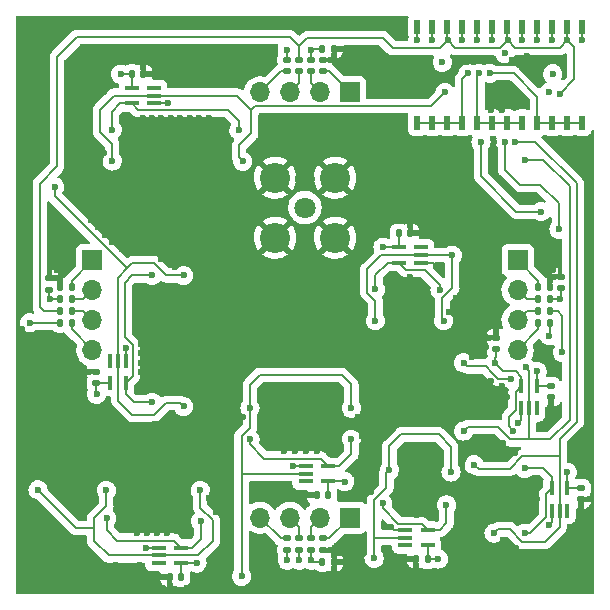
<source format=gbl>
G04 #@! TF.GenerationSoftware,KiCad,Pcbnew,(6.0.2)*
G04 #@! TF.CreationDate,2023-11-23T16:59:36-08:00*
G04 #@! TF.ProjectId,phase_shifter_v1,70686173-655f-4736-9869-667465725f76,rev?*
G04 #@! TF.SameCoordinates,Original*
G04 #@! TF.FileFunction,Copper,L4,Bot*
G04 #@! TF.FilePolarity,Positive*
%FSLAX46Y46*%
G04 Gerber Fmt 4.6, Leading zero omitted, Abs format (unit mm)*
G04 Created by KiCad (PCBNEW (6.0.2)) date 2023-11-23 16:59:36*
%MOMM*%
%LPD*%
G01*
G04 APERTURE LIST*
G04 Aperture macros list*
%AMRoundRect*
0 Rectangle with rounded corners*
0 $1 Rounding radius*
0 $2 $3 $4 $5 $6 $7 $8 $9 X,Y pos of 4 corners*
0 Add a 4 corners polygon primitive as box body*
4,1,4,$2,$3,$4,$5,$6,$7,$8,$9,$2,$3,0*
0 Add four circle primitives for the rounded corners*
1,1,$1+$1,$2,$3*
1,1,$1+$1,$4,$5*
1,1,$1+$1,$6,$7*
1,1,$1+$1,$8,$9*
0 Add four rect primitives between the rounded corners*
20,1,$1+$1,$2,$3,$4,$5,0*
20,1,$1+$1,$4,$5,$6,$7,0*
20,1,$1+$1,$6,$7,$8,$9,0*
20,1,$1+$1,$8,$9,$2,$3,0*%
G04 Aperture macros list end*
G04 #@! TA.AperFunction,ComponentPad*
%ADD10R,1.700000X1.700000*%
G04 #@! TD*
G04 #@! TA.AperFunction,ComponentPad*
%ADD11O,1.700000X1.700000*%
G04 #@! TD*
G04 #@! TA.AperFunction,SMDPad,CuDef*
%ADD12RoundRect,0.147500X-0.147500X-0.172500X0.147500X-0.172500X0.147500X0.172500X-0.147500X0.172500X0*%
G04 #@! TD*
G04 #@! TA.AperFunction,SMDPad,CuDef*
%ADD13R,1.200000X0.400000*%
G04 #@! TD*
G04 #@! TA.AperFunction,SMDPad,CuDef*
%ADD14RoundRect,0.147500X0.172500X-0.147500X0.172500X0.147500X-0.172500X0.147500X-0.172500X-0.147500X0*%
G04 #@! TD*
G04 #@! TA.AperFunction,SMDPad,CuDef*
%ADD15RoundRect,0.140000X-0.170000X0.140000X-0.170000X-0.140000X0.170000X-0.140000X0.170000X0.140000X0*%
G04 #@! TD*
G04 #@! TA.AperFunction,SMDPad,CuDef*
%ADD16RoundRect,0.147500X-0.172500X0.147500X-0.172500X-0.147500X0.172500X-0.147500X0.172500X0.147500X0*%
G04 #@! TD*
G04 #@! TA.AperFunction,SMDPad,CuDef*
%ADD17RoundRect,0.140000X-0.140000X-0.170000X0.140000X-0.170000X0.140000X0.170000X-0.140000X0.170000X0*%
G04 #@! TD*
G04 #@! TA.AperFunction,SMDPad,CuDef*
%ADD18RoundRect,0.140000X0.140000X0.170000X-0.140000X0.170000X-0.140000X-0.170000X0.140000X-0.170000X0*%
G04 #@! TD*
G04 #@! TA.AperFunction,SMDPad,CuDef*
%ADD19RoundRect,0.140000X0.170000X-0.140000X0.170000X0.140000X-0.170000X0.140000X-0.170000X-0.140000X0*%
G04 #@! TD*
G04 #@! TA.AperFunction,SMDPad,CuDef*
%ADD20RoundRect,0.147500X0.147500X0.172500X-0.147500X0.172500X-0.147500X-0.172500X0.147500X-0.172500X0*%
G04 #@! TD*
G04 #@! TA.AperFunction,SMDPad,CuDef*
%ADD21R,0.400000X1.200000*%
G04 #@! TD*
G04 #@! TA.AperFunction,SMDPad,CuDef*
%ADD22R,0.508000X1.219200*%
G04 #@! TD*
G04 #@! TA.AperFunction,ComponentPad*
%ADD23C,1.800000*%
G04 #@! TD*
G04 #@! TA.AperFunction,ComponentPad*
%ADD24C,2.550000*%
G04 #@! TD*
G04 #@! TA.AperFunction,ViaPad*
%ADD25C,0.600000*%
G04 #@! TD*
G04 #@! TA.AperFunction,Conductor*
%ADD26C,0.200000*%
G04 #@! TD*
G04 APERTURE END LIST*
D10*
X137000000Y-73200000D03*
D11*
X137000000Y-75740000D03*
X137000000Y-78280000D03*
X137000000Y-80820000D03*
D10*
X173000000Y-73200000D03*
D11*
X173000000Y-75740000D03*
X173000000Y-78280000D03*
X173000000Y-80820000D03*
D10*
X158800000Y-95000000D03*
D11*
X156260000Y-95000000D03*
X153720000Y-95000000D03*
X151180000Y-95000000D03*
D10*
X158800000Y-59000000D03*
D11*
X156260000Y-59000000D03*
X153720000Y-59000000D03*
X151180000Y-59000000D03*
D12*
X174765000Y-78500000D03*
X175735000Y-78500000D03*
X174765000Y-77500000D03*
X175735000Y-77500000D03*
D13*
X155050000Y-91930001D03*
X155050000Y-91280001D03*
X155050000Y-90630001D03*
X156950000Y-90630001D03*
X156950000Y-91930001D03*
D14*
X153500000Y-57220000D03*
X153500000Y-56250000D03*
D15*
X178390000Y-92500000D03*
X178390000Y-93460000D03*
D14*
X156500000Y-57220000D03*
X156500000Y-56250000D03*
D16*
X156500000Y-96765000D03*
X156500000Y-97735000D03*
D17*
X156480000Y-98750000D03*
X157440000Y-98750000D03*
D18*
X144500000Y-100040000D03*
X143540000Y-100040000D03*
D16*
X155500000Y-96765000D03*
X155500000Y-97735000D03*
D17*
X156470000Y-55320000D03*
X157430000Y-55320000D03*
D13*
X142600000Y-98850000D03*
X142600000Y-98200000D03*
X142600000Y-97550000D03*
X144500000Y-97550000D03*
X144500000Y-98850000D03*
D19*
X133310000Y-75700000D03*
X133310000Y-74740000D03*
D13*
X142225244Y-58625244D03*
X142225244Y-59275244D03*
X142225244Y-59925244D03*
X140325244Y-59925244D03*
X140325244Y-58625244D03*
D16*
X153500000Y-96765000D03*
X153500000Y-97735000D03*
D15*
X175815000Y-83860000D03*
X175815000Y-84820000D03*
D14*
X155500000Y-57220000D03*
X155500000Y-56250000D03*
D19*
X171210000Y-80730000D03*
X171210000Y-79770000D03*
D20*
X135235000Y-78500000D03*
X134265000Y-78500000D03*
D21*
X138525000Y-81710000D03*
X139175000Y-81710000D03*
X139825000Y-81710000D03*
X139825000Y-83610000D03*
X138525000Y-83610000D03*
D12*
X174765000Y-75500000D03*
X175735000Y-75500000D03*
D19*
X176680000Y-75550000D03*
X176680000Y-74590000D03*
D20*
X135235000Y-75500000D03*
X134265000Y-75500000D03*
D19*
X137335000Y-83610000D03*
X137335000Y-82650000D03*
D17*
X140325244Y-57435244D03*
X141285244Y-57435244D03*
D18*
X165384999Y-98525001D03*
X164424999Y-98525001D03*
D21*
X174625000Y-85760000D03*
X173975000Y-85760000D03*
X173325000Y-85760000D03*
X173325000Y-83860000D03*
X174625000Y-83860000D03*
D13*
X164845000Y-72125000D03*
X164845000Y-72775000D03*
X164845000Y-73425000D03*
X162945000Y-73425000D03*
X162945000Y-72125000D03*
D17*
X162945000Y-70935000D03*
X163905000Y-70935000D03*
D20*
X135235000Y-77500000D03*
X134265000Y-77500000D03*
D13*
X163484999Y-97335001D03*
X163484999Y-96685001D03*
X163484999Y-96035001D03*
X165384999Y-96035001D03*
X165384999Y-97335001D03*
D14*
X154500000Y-57220000D03*
X154500000Y-56250000D03*
D12*
X174765000Y-76500000D03*
X175735000Y-76500000D03*
D22*
X164515000Y-53436000D03*
X165785000Y-53436000D03*
X167055000Y-53436000D03*
X168325000Y-53436000D03*
X169595000Y-53436000D03*
X170865000Y-53436000D03*
X172135000Y-53436000D03*
X173405000Y-53436000D03*
X174675000Y-53436000D03*
X175945000Y-53436000D03*
X177215000Y-53436000D03*
X178485000Y-53436000D03*
X178485000Y-61564000D03*
X177215000Y-61564000D03*
X175945000Y-61564000D03*
X174675000Y-61564000D03*
X173405000Y-61564000D03*
X172135000Y-61564000D03*
X170865000Y-61564000D03*
X169595000Y-61564000D03*
X168325000Y-61564000D03*
X167055000Y-61564000D03*
X165785000Y-61564000D03*
X164515000Y-61564000D03*
D21*
X177200000Y-94400000D03*
X176550000Y-94400000D03*
X175900000Y-94400000D03*
X175900000Y-92500000D03*
X177200000Y-92500000D03*
D18*
X156950000Y-93120001D03*
X155990000Y-93120001D03*
D20*
X135235000Y-76500000D03*
X134265000Y-76500000D03*
D23*
X155000000Y-68750000D03*
D24*
X157540000Y-71290000D03*
X157540000Y-66210000D03*
X152460000Y-66210000D03*
X152460000Y-71290000D03*
D16*
X154500000Y-96765000D03*
X154500000Y-97735000D03*
D25*
X174650000Y-82600000D03*
X139400000Y-57450000D03*
X166300000Y-98500000D03*
X133400000Y-76500000D03*
X155500000Y-55400000D03*
X161600000Y-72100000D03*
X155500000Y-98600000D03*
X166625000Y-56450000D03*
X175675000Y-58975000D03*
X176600000Y-76500000D03*
X158375000Y-91950000D03*
X177200000Y-91150000D03*
X171910821Y-55686608D03*
X145850000Y-98850000D03*
X137350000Y-84550000D03*
X175975000Y-57425000D03*
X146093733Y-75810000D03*
X146850000Y-68191777D03*
X167800000Y-76400000D03*
X179000000Y-83000000D03*
X165780000Y-93440000D03*
X137000000Y-101000000D03*
X152971787Y-64074551D03*
X170750000Y-59500000D03*
X140775000Y-91999000D03*
X147800000Y-61600000D03*
X148125244Y-66371010D03*
X140375000Y-72500000D03*
X143575000Y-79425000D03*
X179000000Y-85000000D03*
X150000000Y-74000000D03*
X139825000Y-95900000D03*
X154425000Y-66312683D03*
X145450000Y-65460383D03*
X155000000Y-101000000D03*
X144050000Y-68191777D03*
X169175000Y-79686000D03*
X179000000Y-91000000D03*
X179000000Y-99000000D03*
X160975000Y-88055001D03*
X147800000Y-81725000D03*
X135000000Y-53000000D03*
X164475000Y-89010000D03*
X131000000Y-85000000D03*
X153000000Y-101000000D03*
X157000000Y-63000000D03*
X162259999Y-95785001D03*
X141250000Y-68191777D03*
X169325000Y-96302500D03*
X170730000Y-86100000D03*
X162560000Y-77980000D03*
X157300000Y-85275000D03*
X144850000Y-92001000D03*
X170997664Y-68975879D03*
X143300000Y-96300000D03*
X161000000Y-69000000D03*
X171050000Y-97650000D03*
X161000000Y-53000000D03*
X146050244Y-62325244D03*
X141250000Y-69102160D03*
X134000000Y-92000000D03*
X166070000Y-73675000D03*
X179000000Y-101000000D03*
X147625000Y-90515000D03*
X145500000Y-63250000D03*
X140150000Y-93975000D03*
X141250000Y-64550244D03*
X131000000Y-63000000D03*
X154625000Y-85150000D03*
X141075000Y-80285000D03*
X168175000Y-95355000D03*
X163500000Y-94375000D03*
X146121867Y-77075000D03*
X155091666Y-89380001D03*
X169750000Y-84150000D03*
X167125000Y-84750000D03*
X131000000Y-81000000D03*
X133000000Y-53000000D03*
X139825000Y-90200000D03*
X168987994Y-70985549D03*
X141075000Y-78685000D03*
X140775000Y-95150000D03*
X131000000Y-89000000D03*
X163000000Y-63000000D03*
X143000000Y-53000000D03*
X169175000Y-80529000D03*
X147625000Y-89695000D03*
X156675000Y-87050000D03*
X168700000Y-56450000D03*
X170750000Y-60450000D03*
X142650000Y-65460383D03*
X154050000Y-63150000D03*
X146850244Y-61175244D03*
X160975000Y-88906251D03*
X162000000Y-98000000D03*
X140300000Y-61600000D03*
X172325000Y-94050000D03*
X145271866Y-83960000D03*
X131000000Y-69000000D03*
X140775000Y-91075000D03*
X165200000Y-77975000D03*
X146943734Y-81275000D03*
X165000000Y-63000000D03*
X141075000Y-77885000D03*
X143975000Y-72889616D03*
X145300000Y-79875000D03*
X167000000Y-71000000D03*
X150000000Y-76000000D03*
X145450000Y-68191533D03*
X172513589Y-56286411D03*
X139975244Y-69102160D03*
X136000000Y-61000000D03*
X168625000Y-98375000D03*
X153225000Y-88230001D03*
X165000000Y-87000000D03*
X141400000Y-87375000D03*
X139825000Y-80635000D03*
X163510000Y-89420000D03*
X147625000Y-88875000D03*
X170325000Y-80529000D03*
X171725000Y-88675000D03*
X163250000Y-77000000D03*
X146850000Y-64550244D03*
X164475000Y-93600000D03*
X142050244Y-62325244D03*
X163825000Y-79475000D03*
X153675000Y-86875000D03*
X147800000Y-83625000D03*
X141250000Y-66371010D03*
X144850000Y-91077000D03*
X141250000Y-70025000D03*
X137465782Y-70418954D03*
X165000000Y-65000000D03*
X163180000Y-90290000D03*
X170325000Y-79686000D03*
X143100000Y-70900000D03*
X143575000Y-91999000D03*
X142650000Y-70012300D03*
X145450000Y-67281150D03*
X136000000Y-83000000D03*
X179000000Y-71000000D03*
X165750000Y-91410000D03*
X154158333Y-88230001D03*
X141000000Y-99000000D03*
X169750000Y-85400000D03*
X151000000Y-101000000D03*
X138250000Y-87375000D03*
X140775000Y-96300000D03*
X163875000Y-78275000D03*
X144850000Y-92925000D03*
X135000000Y-101000000D03*
X161000000Y-85000000D03*
X142458333Y-96300000D03*
X136850000Y-87775000D03*
X163000000Y-67000000D03*
X179000000Y-73000000D03*
X160600000Y-86900000D03*
X155075000Y-84400000D03*
X156950000Y-89000000D03*
X142275000Y-87075000D03*
X135975000Y-65563496D03*
X153000000Y-82000000D03*
X138696307Y-71649479D03*
X145250244Y-61175244D03*
X167675000Y-83750000D03*
X143925000Y-86575000D03*
X170650000Y-88600000D03*
X142175000Y-92923000D03*
X165000000Y-81000000D03*
X143575000Y-82225000D03*
X161000000Y-83000000D03*
X147625000Y-91335000D03*
X165420000Y-94380000D03*
X148200000Y-77075000D03*
X131000000Y-59000000D03*
X137000000Y-53000000D03*
X165000000Y-85000000D03*
X148000000Y-58000000D03*
X138000000Y-86000000D03*
X144478134Y-81275000D03*
X168175000Y-93460001D03*
X170750000Y-89775000D03*
X171000000Y-101000000D03*
X134000000Y-80000000D03*
X145000000Y-101000000D03*
X163000000Y-87000000D03*
X147775000Y-76125000D03*
X144050000Y-67281394D03*
X136825000Y-91966666D03*
X163000000Y-69000000D03*
X143300000Y-95150000D03*
X135975000Y-66626748D03*
X168900000Y-76425000D03*
X179000000Y-87000000D03*
X146121867Y-78475000D03*
X142225000Y-77885000D03*
X131000000Y-57000000D03*
X162825000Y-78925000D03*
X139300000Y-88525000D03*
X165734999Y-90290000D03*
X144050000Y-64550244D03*
X141725000Y-90200000D03*
X146943734Y-77075000D03*
X141250000Y-65460627D03*
X138000000Y-59000000D03*
X147000000Y-101000000D03*
X145300000Y-77075000D03*
X147925000Y-87125000D03*
X171700000Y-90050000D03*
X141250244Y-61175244D03*
X165425000Y-89425000D03*
X163000000Y-101000000D03*
X131000000Y-67000000D03*
X147625000Y-92975000D03*
X160000000Y-56000000D03*
X151925000Y-88050000D03*
X142650000Y-67281150D03*
X168175000Y-96300000D03*
X165000000Y-67000000D03*
X145000000Y-53000000D03*
X163000000Y-61000000D03*
X147000000Y-53000000D03*
X146121867Y-81275000D03*
X169175000Y-81372000D03*
X141475000Y-83625000D03*
X141314616Y-72525000D03*
X131000000Y-53000000D03*
X133000000Y-62000000D03*
X136000000Y-87000000D03*
X142475000Y-88300000D03*
X145000000Y-88000000D03*
X154175000Y-84400000D03*
X148125244Y-68191777D03*
X135975000Y-67690000D03*
X139500000Y-72225000D03*
X170632501Y-93425000D03*
X155575000Y-66312683D03*
X170050000Y-97650000D03*
X153225000Y-89380001D03*
X161000000Y-67000000D03*
X179000000Y-75000000D03*
X171700000Y-60450000D03*
X146850000Y-70012544D03*
X159825000Y-89757501D03*
X142225000Y-82685000D03*
X135675000Y-93250000D03*
X150000000Y-66000000D03*
X151950000Y-85280001D03*
X145250244Y-62325244D03*
X157450000Y-56250000D03*
X148125244Y-70012544D03*
X159000000Y-82000000D03*
X179000000Y-79000000D03*
X136925000Y-63000000D03*
X175971005Y-71974218D03*
X169325000Y-93460001D03*
X174675000Y-93450000D03*
X169000000Y-65000000D03*
X131000000Y-93000000D03*
X157330000Y-88030000D03*
X163850000Y-92450000D03*
X164475000Y-91420000D03*
X143650244Y-62325244D03*
X170900000Y-84775000D03*
X168800000Y-83450000D03*
X141616666Y-96300000D03*
X159000000Y-63000000D03*
X138278954Y-69605782D03*
X147775000Y-78930000D03*
X159000000Y-74000000D03*
X179000000Y-81000000D03*
X143125000Y-93800000D03*
X159825000Y-88055001D03*
X146093733Y-83960000D03*
X169000000Y-67000000D03*
X148000000Y-73000000D03*
X144225000Y-93975000D03*
X155000000Y-53000000D03*
X140775000Y-92923000D03*
X144050000Y-69102160D03*
X135000000Y-97000000D03*
X139975244Y-67281394D03*
X154400000Y-65400000D03*
X169325000Y-95355000D03*
X144900000Y-94950000D03*
X141250000Y-71300000D03*
X167000000Y-101000000D03*
X173475000Y-93425000D03*
X148125244Y-64550244D03*
X164475000Y-90300000D03*
X171325000Y-98825000D03*
X153000000Y-61000000D03*
X153950000Y-90630001D03*
X148200000Y-82675000D03*
X135000000Y-99000000D03*
X139475000Y-95000000D03*
X163000000Y-81000000D03*
X139900000Y-62550000D03*
X144478134Y-79875000D03*
X134000000Y-84000000D03*
X142225000Y-80285000D03*
X148775000Y-90515000D03*
X170975000Y-63200000D03*
X153225000Y-85280001D03*
X165000000Y-101000000D03*
X141250244Y-62325244D03*
X148775000Y-92155000D03*
X146400000Y-63650000D03*
X131000000Y-95000000D03*
X144450000Y-83960000D03*
X142650000Y-69101916D03*
X160975000Y-91460001D03*
X173330000Y-94720000D03*
X133000000Y-97000000D03*
X146943734Y-78475000D03*
X149000000Y-56000000D03*
X171700000Y-83850000D03*
X131000000Y-97000000D03*
X143575000Y-77525000D03*
X143600000Y-63650000D03*
X163170000Y-91410001D03*
X151000000Y-82000000D03*
X157000000Y-53000000D03*
X172325000Y-92800000D03*
X169750000Y-98825000D03*
X131000000Y-83000000D03*
X136825000Y-89950000D03*
X171000000Y-74000000D03*
X156025000Y-86100000D03*
X141400000Y-88525000D03*
X145450000Y-64550000D03*
X149000000Y-53000000D03*
X148125244Y-69102160D03*
X146121867Y-79875000D03*
X168775000Y-86100000D03*
X161000000Y-71000000D03*
X133000000Y-58000000D03*
X161000000Y-65000000D03*
X134000000Y-88000000D03*
X143650244Y-61175244D03*
X142400000Y-83975000D03*
X175750000Y-85750000D03*
X142225000Y-78685000D03*
X144475000Y-95950000D03*
X148000000Y-98000000D03*
X142650000Y-64550000D03*
X134000000Y-72000000D03*
X131000000Y-91000000D03*
X142458333Y-95150000D03*
X159825000Y-88906251D03*
X146000000Y-58000000D03*
X145450000Y-69101916D03*
X157000000Y-82000000D03*
X148175000Y-62525000D03*
X172900000Y-97600000D03*
X156975000Y-84400000D03*
X145900000Y-70900000D03*
X163000000Y-65000000D03*
X164450000Y-94800000D03*
X144000000Y-58000000D03*
X177000000Y-101000000D03*
X156025000Y-89380001D03*
X162950000Y-75050000D03*
X131000000Y-61000000D03*
X177000000Y-99000000D03*
X145000000Y-56000000D03*
X161000000Y-81000000D03*
X149000000Y-82000000D03*
X164500000Y-77000000D03*
X163150000Y-93425000D03*
X139000000Y-101000000D03*
X153225000Y-86100000D03*
X153225000Y-84000000D03*
X159000000Y-101000000D03*
X144525000Y-90200000D03*
X169200000Y-88550000D03*
X172750000Y-89525000D03*
X148125244Y-67281394D03*
X143000000Y-101000000D03*
X131000000Y-79000000D03*
X149725000Y-86475000D03*
X138250000Y-88525000D03*
X160975000Y-90608751D03*
X152575000Y-87050000D03*
X156025000Y-85280001D03*
X136850520Y-69803692D03*
X148475000Y-93950000D03*
X145450000Y-66370766D03*
X148000000Y-75000000D03*
X179000000Y-97000000D03*
X142375000Y-75800000D03*
X155393775Y-64554102D03*
X134000000Y-74000000D03*
X167000000Y-69000000D03*
X136000000Y-85000000D03*
X171000000Y-76000000D03*
X157425000Y-86100000D03*
X141250000Y-67281394D03*
X154896624Y-63762073D03*
X170200000Y-94600000D03*
X176000000Y-82500000D03*
X142850244Y-62325244D03*
X144050000Y-70012544D03*
X146850244Y-62325244D03*
X135675000Y-89950000D03*
X134000000Y-82000000D03*
X172325000Y-98500000D03*
X153000000Y-53000000D03*
X141000000Y-101000000D03*
X157000000Y-101000000D03*
X150000000Y-70000000D03*
X142650000Y-68191533D03*
X137125000Y-67690000D03*
X137950000Y-64100000D03*
X157000000Y-61000000D03*
X165075000Y-92450000D03*
X151000000Y-93000000D03*
X145300000Y-82675000D03*
X143575000Y-91075000D03*
X133000000Y-101000000D03*
X131000000Y-65000000D03*
X139975244Y-70012544D03*
X167000000Y-65000000D03*
X144050000Y-66371010D03*
X144050000Y-71300000D03*
X146850000Y-65460627D03*
X142225000Y-77085000D03*
X159000000Y-61000000D03*
X143400000Y-87600000D03*
X146915600Y-75810000D03*
X146850000Y-93350000D03*
X159000000Y-53000000D03*
X135975000Y-64500244D03*
X144450244Y-61175244D03*
X147625000Y-88055001D03*
X133000000Y-95000000D03*
X142175000Y-94200000D03*
X136200000Y-94175000D03*
X142225000Y-72525000D03*
X152025000Y-64075000D03*
X146850000Y-66371010D03*
X139300000Y-87375000D03*
X148725000Y-86550000D03*
X160625000Y-92850000D03*
X167600000Y-85800000D03*
X169000000Y-69000000D03*
X171580000Y-93425000D03*
X171325000Y-92125000D03*
X137000000Y-99000000D03*
X153000000Y-93000000D03*
X145300000Y-78475000D03*
X139975244Y-68191777D03*
X151750000Y-86100000D03*
X167000000Y-67000000D03*
X141075000Y-81885000D03*
X140350000Y-87375000D03*
X139975244Y-64550244D03*
X175000000Y-101000000D03*
X134000000Y-90000000D03*
X141075000Y-82685000D03*
X148775000Y-89695000D03*
X141000000Y-56000000D03*
X146850000Y-69102160D03*
X139500000Y-92925000D03*
X145000000Y-70900000D03*
X148775000Y-88055001D03*
X131000000Y-101000000D03*
X141616666Y-95150000D03*
X155575000Y-86875000D03*
X163875000Y-75850000D03*
X148210000Y-79890000D03*
X172100000Y-84800000D03*
X142800000Y-73125000D03*
X148775000Y-88875000D03*
X151000000Y-98000000D03*
X141000000Y-53000000D03*
X147500000Y-63500000D03*
X144478134Y-77075000D03*
X167232000Y-77575000D03*
X139500000Y-92001000D03*
X141500000Y-97575000D03*
X163900000Y-74650000D03*
X143000000Y-56000000D03*
X170325000Y-78000000D03*
X137500000Y-68725000D03*
X150000000Y-72000000D03*
X148775000Y-92975000D03*
X142225000Y-81885000D03*
X140775000Y-89800000D03*
X161000000Y-101000000D03*
X142050244Y-61175244D03*
X160975000Y-89757501D03*
X135950000Y-88725000D03*
X139500000Y-91077000D03*
X179000000Y-67000000D03*
X159000000Y-75994082D03*
X143175000Y-78475000D03*
X169875000Y-76900000D03*
X139000000Y-53000000D03*
X155000000Y-61000000D03*
X173000000Y-101000000D03*
X134000000Y-70000000D03*
X162540000Y-76040000D03*
X131000000Y-87000000D03*
X179000000Y-63000000D03*
X133000000Y-64000000D03*
X169825000Y-92475000D03*
X133000000Y-99000000D03*
X137125000Y-64500244D03*
X144500000Y-63650000D03*
X168425000Y-84775000D03*
X164850000Y-75050000D03*
X143575000Y-80325000D03*
X153975000Y-64475000D03*
X169775000Y-89450000D03*
X147775000Y-80850000D03*
X142625000Y-90200000D03*
X133000000Y-60000000D03*
X142175000Y-91075000D03*
X144478134Y-78475000D03*
X179000000Y-69000000D03*
X141075000Y-77085000D03*
X142700000Y-63250000D03*
X155091666Y-88230001D03*
X131000000Y-73000000D03*
X137125000Y-65563496D03*
X169000000Y-101000000D03*
X173290000Y-92100000D03*
X149000000Y-101000000D03*
X156025000Y-84000000D03*
X169000000Y-74000000D03*
X169325000Y-94407500D03*
X145271866Y-75810000D03*
X143575000Y-89800000D03*
X173825000Y-55875000D03*
X159000000Y-78000000D03*
X153000000Y-62925000D03*
X142650000Y-66370766D03*
X143400000Y-83250000D03*
X174275000Y-92500000D03*
X146000000Y-90000000D03*
X146850000Y-71300000D03*
X141075000Y-81085000D03*
X152300000Y-89000000D03*
X159000000Y-80000000D03*
X136225000Y-63600000D03*
X143425000Y-59874744D03*
X169325000Y-97250000D03*
X135675000Y-91966666D03*
X146915600Y-83960000D03*
X154625000Y-87300000D03*
X131000000Y-75000000D03*
X170710000Y-83460000D03*
X142225000Y-79485000D03*
X140675000Y-63500000D03*
X165000000Y-83000000D03*
X155575000Y-67125122D03*
X170325000Y-78843000D03*
X136200000Y-68850000D03*
X144450000Y-75810000D03*
X139975244Y-65460627D03*
X147800000Y-78050000D03*
X131000000Y-55000000D03*
X152275000Y-84400000D03*
X179000000Y-65000000D03*
X168175000Y-97250000D03*
X140300000Y-70900000D03*
X148775000Y-91335000D03*
X146850000Y-67281394D03*
X164875000Y-79000000D03*
X165175000Y-76025000D03*
X154625000Y-86005001D03*
X136825000Y-90958333D03*
X136950000Y-93200000D03*
X174275000Y-94400000D03*
X136000000Y-58000000D03*
X150000000Y-78000000D03*
X140350000Y-88525000D03*
X141225000Y-93800000D03*
X159900000Y-92050000D03*
X144450244Y-62325244D03*
X147000000Y-56000000D03*
X147475000Y-94550000D03*
X138000000Y-56000000D03*
X179000000Y-77000000D03*
X139975244Y-66371010D03*
X148125244Y-65460627D03*
X156025000Y-88230001D03*
X168225000Y-77575000D03*
X152025000Y-62925000D03*
X138894216Y-70221044D03*
X146943734Y-79875000D03*
X146121867Y-82675000D03*
X146000000Y-73000000D03*
X154158333Y-89380001D03*
X145450000Y-70012300D03*
X131000000Y-71000000D03*
X155574307Y-65472030D03*
X155000000Y-82000000D03*
X151000000Y-53000000D03*
X142175000Y-91999000D03*
X175650000Y-95625000D03*
X171725000Y-96875000D03*
X179000000Y-95000000D03*
X131000000Y-77000000D03*
X154425000Y-67125122D03*
X139000000Y-99000000D03*
X147625000Y-92155000D03*
X141075000Y-79485000D03*
X143575000Y-92923000D03*
X137125000Y-66626748D03*
X144050000Y-65460627D03*
X165000000Y-69000000D03*
X163675000Y-56475000D03*
X163000000Y-85000000D03*
X142850244Y-61175244D03*
X171700000Y-59500000D03*
X146943734Y-82675000D03*
X146050244Y-61175244D03*
X144478134Y-82675000D03*
X159525000Y-86450000D03*
X161000000Y-61000000D03*
X143400000Y-76425000D03*
X163000000Y-53000000D03*
X171700000Y-85750000D03*
X143975000Y-73800000D03*
X147800000Y-70900000D03*
X168175000Y-94407500D03*
X141700000Y-63650000D03*
X138081044Y-71034216D03*
X141450000Y-76175000D03*
X157974218Y-98000000D03*
X163000000Y-83000000D03*
X176000000Y-74000000D03*
X137250000Y-88975000D03*
X142225000Y-81085000D03*
X145300000Y-81275000D03*
X143175000Y-81275000D03*
X161000000Y-63000000D03*
X169175000Y-78843000D03*
X179000000Y-89000000D03*
X134000000Y-86000000D03*
X150000000Y-68000000D03*
X150000000Y-80000000D03*
X135675000Y-90958333D03*
X167000000Y-63000000D03*
X171340000Y-94725000D03*
X160003212Y-98000000D03*
X142200000Y-70900000D03*
X173075000Y-86985000D03*
X169100000Y-77775000D03*
X131000000Y-99000000D03*
X160970000Y-78320000D03*
X166755000Y-78320000D03*
X167470000Y-72775000D03*
X168800000Y-57375000D03*
X144720000Y-85585000D03*
X133800500Y-67000000D03*
X144725000Y-74500000D03*
X132400000Y-92650000D03*
X138175000Y-92700000D03*
X146125000Y-92700000D03*
X150340000Y-85735001D03*
X175000000Y-69100000D03*
X149625000Y-99975000D03*
X169900000Y-63200000D03*
X158925000Y-85735001D03*
X160850000Y-98450000D03*
X171952178Y-63197823D03*
X162150000Y-91000000D03*
X167359999Y-91140001D03*
X176500000Y-70600000D03*
X172776337Y-63174160D03*
X171005000Y-96310000D03*
X169325000Y-90525000D03*
X173600000Y-64700000D03*
X173690000Y-82260000D03*
X172417933Y-83249501D03*
X168430000Y-87670000D03*
X168430000Y-81885000D03*
X173400000Y-54600000D03*
X178475000Y-54600000D03*
X153500000Y-55400000D03*
X153500000Y-98600000D03*
X131700000Y-78500000D03*
X175700000Y-79600000D03*
X168325000Y-54600000D03*
X176600000Y-59100000D03*
X177225000Y-54600000D03*
X154500000Y-98600000D03*
X167075000Y-54600000D03*
X176800000Y-81000000D03*
X172150000Y-54600000D03*
X170625000Y-57375000D03*
X169700000Y-57375000D03*
X164525000Y-54600000D03*
X165775000Y-54600000D03*
X169600000Y-54600000D03*
X170875000Y-54600000D03*
X174675000Y-54600000D03*
X175950000Y-54600000D03*
X166430000Y-75710000D03*
X160970000Y-75680000D03*
X171070000Y-81885000D03*
X172625000Y-87670000D03*
X173600000Y-90825000D03*
X173645000Y-96310000D03*
X166975000Y-93925000D03*
X161574999Y-93780001D03*
X150340000Y-88375001D03*
X158925000Y-88375001D03*
X146175000Y-95325000D03*
X138200000Y-95050000D03*
X142075000Y-85250000D03*
X142075000Y-74500000D03*
X149400000Y-62175000D03*
X138675000Y-62180244D03*
X149735244Y-64820244D03*
X166850000Y-59000000D03*
X138675000Y-64800000D03*
D26*
X178390000Y-92500000D02*
X177200000Y-92500000D01*
X133400000Y-76500000D02*
X134265000Y-76500000D01*
X144500000Y-98850000D02*
X145850000Y-98850000D01*
X166274999Y-98525001D02*
X166300000Y-98500000D01*
X140325244Y-57435244D02*
X140325244Y-58625244D01*
X140325244Y-57435244D02*
X139414756Y-57435244D01*
X137335000Y-83610000D02*
X137335000Y-84535000D01*
X137335000Y-84535000D02*
X137350000Y-84550000D01*
X174625000Y-83860000D02*
X174625000Y-82625000D01*
X156480000Y-98750000D02*
X155650000Y-98750000D01*
X175735000Y-76500000D02*
X176600000Y-76500000D01*
X133310000Y-76410000D02*
X133400000Y-76500000D01*
X175815000Y-83860000D02*
X174625000Y-83860000D01*
X155580000Y-55320000D02*
X155500000Y-55400000D01*
X138525000Y-83610000D02*
X137335000Y-83610000D01*
X177200000Y-92500000D02*
X177200000Y-91150000D01*
X155500000Y-56250000D02*
X155500000Y-55400000D01*
X156470000Y-55320000D02*
X155580000Y-55320000D01*
X174625000Y-82625000D02*
X174650000Y-82600000D01*
X161625000Y-72125000D02*
X161600000Y-72100000D01*
X155650000Y-98750000D02*
X155500000Y-98600000D01*
X162945000Y-72125000D02*
X162945000Y-70935000D01*
X176680000Y-76420000D02*
X176600000Y-76500000D01*
X165384999Y-98525001D02*
X165384999Y-97335001D01*
X165384999Y-98525001D02*
X166274999Y-98525001D01*
X139414756Y-57435244D02*
X139400000Y-57450000D01*
X155500000Y-97735000D02*
X155500000Y-98600000D01*
X176680000Y-75550000D02*
X176680000Y-76420000D01*
X158355001Y-91930001D02*
X158375000Y-91950000D01*
X162945000Y-72125000D02*
X161625000Y-72125000D01*
X156950000Y-91930001D02*
X156950000Y-93120001D01*
X144500000Y-98850000D02*
X144500000Y-100040000D01*
X156950000Y-91930001D02*
X158355001Y-91930001D01*
X133310000Y-75700000D02*
X133310000Y-76410000D01*
X141525000Y-97550000D02*
X141500000Y-97575000D01*
X142600000Y-97550000D02*
X141525000Y-97550000D01*
X142225244Y-59925244D02*
X143374500Y-59925244D01*
X173325000Y-86735000D02*
X173075000Y-86985000D01*
X164845000Y-73425000D02*
X165820000Y-73425000D01*
X162509999Y-96035001D02*
X162259999Y-95785001D01*
X175900000Y-95375000D02*
X175650000Y-95625000D01*
X165820000Y-73425000D02*
X166070000Y-73675000D01*
X143374500Y-59925244D02*
X143425000Y-59874744D01*
X139825000Y-80635000D02*
X139825000Y-81710000D01*
X163484999Y-96035001D02*
X162509999Y-96035001D01*
X175900000Y-94400000D02*
X175900000Y-95375000D01*
X173325000Y-85760000D02*
X173325000Y-86735000D01*
X155050000Y-90630001D02*
X153950000Y-90630001D01*
X167470000Y-75580000D02*
X166632489Y-76417511D01*
X160270000Y-73975000D02*
X160270000Y-75950000D01*
X166632489Y-78197489D02*
X166755000Y-78320000D01*
X167470000Y-72775000D02*
X167470000Y-75580000D01*
X166632489Y-76417511D02*
X166632489Y-78197489D01*
X160970000Y-76650000D02*
X160970000Y-78320000D01*
X164845000Y-72775000D02*
X167470000Y-72775000D01*
X160270000Y-75950000D02*
X160970000Y-76650000D01*
X164845000Y-72775000D02*
X161470000Y-72775000D01*
X161470000Y-72775000D02*
X160270000Y-73975000D01*
X164515000Y-61564000D02*
X168325000Y-61564000D01*
X168325000Y-61564000D02*
X168325000Y-57850000D01*
X168325000Y-57850000D02*
X168800000Y-57375000D01*
X139904022Y-73905000D02*
X139955000Y-73905000D01*
X142250000Y-86285000D02*
X143250000Y-85285000D01*
X143250000Y-85285000D02*
X144420000Y-85285000D01*
X139175000Y-81710000D02*
X139175000Y-85085000D01*
X140375000Y-73485000D02*
X142250000Y-73485000D01*
X142250000Y-73485000D02*
X143265000Y-74500000D01*
X139955000Y-73905000D02*
X140375000Y-73485000D01*
X143265000Y-74500000D02*
X144725000Y-74500000D01*
X139175000Y-81710000D02*
X139175000Y-74685000D01*
X139175000Y-74685000D02*
X139955000Y-73905000D01*
X133800500Y-67000000D02*
X133800500Y-67801478D01*
X140375000Y-86285000D02*
X142250000Y-86285000D01*
X133800500Y-67801478D02*
X139904022Y-73905000D01*
X139175000Y-85085000D02*
X140375000Y-86285000D01*
X144420000Y-85285000D02*
X144720000Y-85585000D01*
X146125000Y-92700000D02*
X146125000Y-94150000D01*
X137175000Y-95900000D02*
X137175000Y-95025000D01*
X138175000Y-94025000D02*
X138000000Y-94200000D01*
X147175000Y-97000000D02*
X147175000Y-95200000D01*
X137175000Y-95025000D02*
X138000000Y-94200000D01*
X132400000Y-92650000D02*
X135650000Y-95900000D01*
X137175000Y-97000000D02*
X137175000Y-95900000D01*
X135650000Y-95900000D02*
X137175000Y-95900000D01*
X142600000Y-98200000D02*
X138375000Y-98200000D01*
X146125000Y-94150000D02*
X147175000Y-95200000D01*
X142600000Y-98200000D02*
X145975000Y-98200000D01*
X138175000Y-92700000D02*
X138175000Y-94025000D01*
X138375000Y-98200000D02*
X137175000Y-97000000D01*
X145975000Y-98200000D02*
X147175000Y-97000000D01*
X175000000Y-69100000D02*
X172900000Y-69100000D01*
X149625000Y-91280001D02*
X149625000Y-88105001D01*
X149625000Y-88105001D02*
X150340000Y-87390001D01*
X155050000Y-91280001D02*
X149625000Y-91280001D01*
X150340000Y-87390001D02*
X150340000Y-85735001D01*
X158100000Y-82900000D02*
X158925000Y-83725000D01*
X151200000Y-82900000D02*
X158100000Y-82900000D01*
X150340000Y-83760000D02*
X151200000Y-82900000D01*
X169900000Y-66100000D02*
X169900000Y-63200000D01*
X149625000Y-91280001D02*
X149625000Y-99975000D01*
X172900000Y-69100000D02*
X169900000Y-66100000D01*
X158925000Y-83725000D02*
X158925000Y-85735001D01*
X150340000Y-85735001D02*
X150340000Y-83760000D01*
X160859999Y-98440001D02*
X160850000Y-98450000D01*
X161900000Y-91250000D02*
X162150000Y-91000000D01*
X171952178Y-65552178D02*
X171952178Y-63197823D01*
X167359999Y-88984999D02*
X167359999Y-91140001D01*
X160859999Y-96685001D02*
X160859999Y-98440001D01*
X173200000Y-66800000D02*
X171952178Y-65552178D01*
X163150000Y-87950000D02*
X166325000Y-87950000D01*
X161900000Y-92470000D02*
X161900000Y-91250000D01*
X160859999Y-96685001D02*
X160859999Y-93510001D01*
X167550000Y-91140001D02*
X167359999Y-91140001D01*
X160859999Y-93510001D02*
X161900000Y-92470000D01*
X162150000Y-88950000D02*
X163150000Y-87950000D01*
X174900000Y-66800000D02*
X173200000Y-66800000D01*
X176500000Y-68400000D02*
X174900000Y-66800000D01*
X166325000Y-87950000D02*
X167359999Y-88984999D01*
X176500000Y-70600000D02*
X176500000Y-68400000D01*
X160859999Y-96685001D02*
X163484999Y-96685001D01*
X162150000Y-91000000D02*
X162150000Y-88950000D01*
X178000000Y-86900000D02*
X178000000Y-66700000D01*
X178000000Y-66700000D02*
X174474160Y-63174160D01*
X176550000Y-88350000D02*
X178000000Y-86900000D01*
X172325000Y-90900000D02*
X169700000Y-90900000D01*
X176550000Y-89825000D02*
X173400000Y-89825000D01*
X171315000Y-96000000D02*
X171005000Y-96310000D01*
X175350000Y-97025000D02*
X173375000Y-97025000D01*
X173400000Y-89825000D02*
X172325000Y-90900000D01*
X172350000Y-96000000D02*
X171315000Y-96000000D01*
X173375000Y-97025000D02*
X172350000Y-96000000D01*
X176550000Y-89825000D02*
X176550000Y-88350000D01*
X176550000Y-94400000D02*
X176550000Y-89825000D01*
X176550000Y-95825000D02*
X175350000Y-97025000D01*
X169700000Y-90900000D02*
X169325000Y-90525000D01*
X174474160Y-63174160D02*
X172776337Y-63174160D01*
X176550000Y-94400000D02*
X176550000Y-95825000D01*
X173975000Y-85760000D02*
X173975000Y-88385000D01*
X168920000Y-82200000D02*
X170300000Y-82200000D01*
X175150000Y-64700000D02*
X177400000Y-66950000D01*
X171325000Y-87325000D02*
X168775000Y-87325000D01*
X168920000Y-82200000D02*
X168745000Y-82200000D01*
X171349501Y-83249501D02*
X172417933Y-83249501D01*
X168745000Y-82200000D02*
X168430000Y-81885000D01*
X173600000Y-64700000D02*
X175150000Y-64700000D01*
X173690000Y-82260000D02*
X173975000Y-82545000D01*
X177400000Y-86700000D02*
X177400000Y-66950000D01*
X173975000Y-82545000D02*
X173975000Y-85760000D01*
X169900000Y-82200000D02*
X168920000Y-82200000D01*
X168775000Y-87325000D02*
X168430000Y-87670000D01*
X170840000Y-82740000D02*
X171349501Y-83249501D01*
X173975000Y-88385000D02*
X175715000Y-88385000D01*
X173975000Y-88385000D02*
X172385000Y-88385000D01*
X172385000Y-88385000D02*
X171325000Y-87325000D01*
X175715000Y-88385000D02*
X177400000Y-86700000D01*
X170300000Y-82200000D02*
X170840000Y-82740000D01*
X153500000Y-97735000D02*
X153500000Y-98600000D01*
X153500000Y-56250000D02*
X153500000Y-55400000D01*
X173405000Y-54595000D02*
X173400000Y-54600000D01*
X131700000Y-78500000D02*
X134265000Y-78500000D01*
X168325000Y-53436000D02*
X168325000Y-54625000D01*
X173405000Y-53436000D02*
X173405000Y-54595000D01*
X175735000Y-78500000D02*
X175735000Y-79565000D01*
X178485000Y-53436000D02*
X178485000Y-54590000D01*
X175735000Y-79565000D02*
X175700000Y-79600000D01*
X178485000Y-54590000D02*
X178475000Y-54600000D01*
X177800000Y-55175000D02*
X177225000Y-54600000D01*
X134000000Y-56000000D02*
X135700000Y-54300000D01*
X167055000Y-54580000D02*
X167075000Y-54600000D01*
X134000000Y-65260000D02*
X134000000Y-56000000D01*
X154500000Y-55100000D02*
X155200000Y-54400000D01*
X176800000Y-77900000D02*
X176800000Y-81000000D01*
X132540000Y-77140000D02*
X132540000Y-66720000D01*
X172135000Y-54585000D02*
X172150000Y-54600000D01*
X176400000Y-77500000D02*
X176800000Y-77900000D01*
X154500000Y-56250000D02*
X154500000Y-55100000D01*
X162450000Y-55250000D02*
X166425000Y-55250000D01*
X177215000Y-54565000D02*
X177225000Y-54575000D01*
X171500000Y-55250000D02*
X167725000Y-55250000D01*
X155200000Y-54400000D02*
X161600000Y-54400000D01*
X161600000Y-54400000D02*
X162450000Y-55250000D01*
X177800000Y-57900000D02*
X177800000Y-55175000D01*
X166425000Y-55250000D02*
X167075000Y-54600000D01*
X176575000Y-55250000D02*
X172800000Y-55250000D01*
X167725000Y-55250000D02*
X167075000Y-54600000D01*
X132900000Y-77500000D02*
X132540000Y-77140000D01*
X175735000Y-77500000D02*
X176400000Y-77500000D01*
X172800000Y-55250000D02*
X172150000Y-54600000D01*
X176600000Y-59100000D02*
X177800000Y-57900000D01*
X132540000Y-66720000D02*
X134000000Y-65260000D01*
X177215000Y-53436000D02*
X177215000Y-54565000D01*
X172150000Y-54600000D02*
X171500000Y-55250000D01*
X135700000Y-54300000D02*
X153700000Y-54300000D01*
X154500000Y-97735000D02*
X154500000Y-98600000D01*
X134265000Y-77500000D02*
X132900000Y-77500000D01*
X167055000Y-53436000D02*
X167055000Y-54580000D01*
X177225000Y-54600000D02*
X176575000Y-55250000D01*
X153700000Y-54300000D02*
X154500000Y-55100000D01*
X172135000Y-53436000D02*
X172135000Y-54585000D01*
X174675000Y-61564000D02*
X178485000Y-61564000D01*
X172675000Y-57375000D02*
X174675000Y-59375000D01*
X174675000Y-59375000D02*
X174675000Y-61564000D01*
X170625000Y-57375000D02*
X172675000Y-57375000D01*
X169595000Y-57480000D02*
X169700000Y-57375000D01*
X169595000Y-61564000D02*
X169595000Y-57480000D01*
X173405000Y-61564000D02*
X169595000Y-61564000D01*
X169775000Y-57400000D02*
X169750000Y-57375000D01*
X135235000Y-75500000D02*
X135235000Y-74965000D01*
X135235000Y-74965000D02*
X137000000Y-73200000D01*
X135235000Y-76500000D02*
X136240000Y-76500000D01*
X136240000Y-76500000D02*
X137000000Y-75740000D01*
X136220000Y-77500000D02*
X137000000Y-78280000D01*
X135235000Y-77500000D02*
X136220000Y-77500000D01*
X135235000Y-79055000D02*
X137000000Y-80820000D01*
X135235000Y-78500000D02*
X135235000Y-79055000D01*
X156500000Y-57220000D02*
X157020000Y-57220000D01*
X157020000Y-57220000D02*
X158800000Y-59000000D01*
X155500000Y-57220000D02*
X155500000Y-58240000D01*
X155500000Y-58240000D02*
X156260000Y-59000000D01*
X154500000Y-57220000D02*
X154500000Y-58220000D01*
X154500000Y-58220000D02*
X153720000Y-59000000D01*
X152960000Y-57220000D02*
X151180000Y-59000000D01*
X153500000Y-57220000D02*
X152960000Y-57220000D01*
X174765000Y-74965000D02*
X173000000Y-73200000D01*
X174765000Y-75500000D02*
X174765000Y-74965000D01*
X173760000Y-76500000D02*
X173000000Y-75740000D01*
X174765000Y-76500000D02*
X173760000Y-76500000D01*
X173780000Y-77500000D02*
X173000000Y-78280000D01*
X174765000Y-77500000D02*
X173780000Y-77500000D01*
X174765000Y-78500000D02*
X174765000Y-79055000D01*
X174765000Y-79055000D02*
X173000000Y-80820000D01*
X157035000Y-96765000D02*
X158800000Y-95000000D01*
X156500000Y-96765000D02*
X157035000Y-96765000D01*
X155500000Y-96765000D02*
X155500000Y-95760000D01*
X155500000Y-95760000D02*
X156260000Y-95000000D01*
X154500000Y-95780000D02*
X153720000Y-95000000D01*
X154500000Y-96765000D02*
X154500000Y-95780000D01*
X153500000Y-96765000D02*
X152945000Y-96765000D01*
X152945000Y-96765000D02*
X151180000Y-95000000D01*
X164515000Y-53436000D02*
X164515000Y-54590000D01*
X164515000Y-54590000D02*
X164525000Y-54600000D01*
X165785000Y-54590000D02*
X165775000Y-54600000D01*
X165785000Y-53436000D02*
X165785000Y-54590000D01*
X169595000Y-54595000D02*
X169600000Y-54600000D01*
X169595000Y-53436000D02*
X169595000Y-54595000D01*
X170865000Y-53436000D02*
X170865000Y-54590000D01*
X170865000Y-54590000D02*
X170875000Y-54600000D01*
X174675000Y-53436000D02*
X174675000Y-54575000D01*
X175945000Y-54595000D02*
X175950000Y-54600000D01*
X175945000Y-53436000D02*
X175945000Y-54595000D01*
X165150489Y-74050489D02*
X166430000Y-75330000D01*
X160970000Y-74450000D02*
X160970000Y-75680000D01*
X162945000Y-73425000D02*
X161995000Y-73425000D01*
X165150489Y-74050489D02*
X163570489Y-74050489D01*
X163570489Y-74050489D02*
X162945000Y-73425000D01*
X161995000Y-73425000D02*
X160970000Y-74450000D01*
X166430000Y-75330000D02*
X166430000Y-75710000D01*
X171790000Y-82605000D02*
X171070000Y-81885000D01*
X171070000Y-81885000D02*
X171070000Y-81510000D01*
X173325000Y-83860000D02*
X172825000Y-84360000D01*
X172825000Y-84360000D02*
X172825000Y-85925000D01*
X173325000Y-83860000D02*
X173325000Y-83080000D01*
X172275000Y-87275000D02*
X172275000Y-86475000D01*
X172275000Y-86475000D02*
X172825000Y-85925000D01*
X171210000Y-81370000D02*
X171210000Y-80730000D01*
X173325000Y-83080000D02*
X172850000Y-82605000D01*
X172625000Y-87670000D02*
X172625000Y-87625000D01*
X172625000Y-87625000D02*
X172275000Y-87275000D01*
X172850000Y-82605000D02*
X171790000Y-82605000D01*
X171070000Y-81510000D02*
X171210000Y-81370000D01*
X175900000Y-92500000D02*
X175400000Y-93000000D01*
X175900000Y-91550000D02*
X175175000Y-90825000D01*
X175400000Y-94975000D02*
X174065000Y-96310000D01*
X175900000Y-92500000D02*
X175900000Y-91550000D01*
X175400000Y-93000000D02*
X175400000Y-94975000D01*
X174065000Y-96310000D02*
X173645000Y-96310000D01*
X175175000Y-90825000D02*
X173600000Y-90825000D01*
X161574999Y-94200001D02*
X161574999Y-93780001D01*
X166414999Y-96035001D02*
X166975000Y-95475000D01*
X165384999Y-96035001D02*
X164884999Y-95535001D01*
X162909999Y-95535001D02*
X161574999Y-94200001D01*
X166975000Y-95475000D02*
X166975000Y-93925000D01*
X165384999Y-96035001D02*
X166414999Y-96035001D01*
X164884999Y-95535001D02*
X162909999Y-95535001D01*
X150340000Y-88375001D02*
X150340000Y-88795001D01*
X157900000Y-90630001D02*
X158925000Y-89605001D01*
X150340000Y-88795001D02*
X151544999Y-90000000D01*
X158925000Y-89605001D02*
X158925000Y-88375001D01*
X156319999Y-90000000D02*
X156950000Y-90630001D01*
X151544999Y-90000000D02*
X156319999Y-90000000D01*
X156950000Y-90630001D02*
X157900000Y-90630001D01*
X144500000Y-97550000D02*
X145450000Y-97550000D01*
X143900000Y-96950000D02*
X139125000Y-96950000D01*
X145450000Y-97550000D02*
X146175000Y-96825000D01*
X138200000Y-96025000D02*
X138200000Y-95050000D01*
X144500000Y-97550000D02*
X143900000Y-96950000D01*
X146175000Y-96825000D02*
X146175000Y-95325000D01*
X139125000Y-96950000D02*
X138200000Y-96025000D01*
X139825000Y-84560000D02*
X140515000Y-85250000D01*
X140375000Y-74500000D02*
X142075000Y-74500000D01*
X139750000Y-75125000D02*
X140375000Y-74500000D01*
X140515000Y-85250000D02*
X142075000Y-85250000D01*
X140424511Y-83010489D02*
X140424511Y-80386673D01*
X139825000Y-83610000D02*
X139825000Y-84560000D01*
X140424511Y-80386673D02*
X139750000Y-79712162D01*
X139750000Y-79712162D02*
X139750000Y-75125000D01*
X139825000Y-83610000D02*
X140424511Y-83010489D01*
X149400000Y-61425000D02*
X149400000Y-62175000D01*
X139375244Y-59925244D02*
X138675000Y-60625488D01*
X140325244Y-59925244D02*
X140874756Y-60474756D01*
X148449756Y-60474756D02*
X149400000Y-61425000D01*
X140874756Y-60474756D02*
X148449756Y-60474756D01*
X138675000Y-60625488D02*
X138675000Y-62180244D01*
X140325244Y-59925244D02*
X139375244Y-59925244D01*
X150450244Y-60475244D02*
X150450244Y-62450244D01*
X137650244Y-62347457D02*
X138675000Y-63372213D01*
X149425244Y-63475244D02*
X149425244Y-64510244D01*
X150775977Y-60149511D02*
X165700489Y-60149511D01*
X149250244Y-59275244D02*
X150450244Y-60475244D01*
X142225244Y-59275244D02*
X138850244Y-59275244D01*
X150450244Y-60475244D02*
X150775977Y-60149511D01*
X137650244Y-60475244D02*
X137650244Y-62347457D01*
X150450244Y-62450244D02*
X149425244Y-63475244D01*
X149425244Y-64510244D02*
X149735244Y-64820244D01*
X138675000Y-63372213D02*
X138675000Y-64800000D01*
X138850244Y-59275244D02*
X137650244Y-60475244D01*
X142225244Y-59275244D02*
X149250244Y-59275244D01*
X165700489Y-60149511D02*
X166850000Y-59000000D01*
G04 #@! TA.AperFunction,Conductor*
G36*
X163723585Y-52528002D02*
G01*
X163770078Y-52581658D01*
X163780182Y-52651932D01*
X163773446Y-52678229D01*
X163759255Y-52716084D01*
X163752500Y-52778266D01*
X163752500Y-54093734D01*
X163759255Y-54155916D01*
X163762029Y-54163317D01*
X163762030Y-54163319D01*
X163776881Y-54202933D01*
X163782065Y-54273740D01*
X163777302Y-54290257D01*
X163734197Y-54408685D01*
X163733314Y-54415675D01*
X163718708Y-54531292D01*
X163690326Y-54596369D01*
X163631267Y-54635770D01*
X163593702Y-54641500D01*
X162754239Y-54641500D01*
X162686118Y-54621498D01*
X162665144Y-54604595D01*
X162064315Y-54003766D01*
X162053448Y-53991375D01*
X162039013Y-53972563D01*
X162033987Y-53966013D01*
X162002075Y-53941526D01*
X162002072Y-53941523D01*
X161952872Y-53903770D01*
X161913429Y-53873504D01*
X161913427Y-53873503D01*
X161906876Y-53868476D01*
X161758851Y-53807162D01*
X161750664Y-53806084D01*
X161750663Y-53806084D01*
X161739458Y-53804609D01*
X161708262Y-53800502D01*
X161639885Y-53791500D01*
X161639882Y-53791500D01*
X161639874Y-53791499D01*
X161608189Y-53787328D01*
X161600000Y-53786250D01*
X161568307Y-53790422D01*
X161551864Y-53791500D01*
X155248136Y-53791500D01*
X155231690Y-53790422D01*
X155208188Y-53787328D01*
X155200000Y-53786250D01*
X155191812Y-53787328D01*
X155160129Y-53791499D01*
X155160120Y-53791500D01*
X155160115Y-53791500D01*
X155041150Y-53807162D01*
X154893125Y-53868476D01*
X154893123Y-53868477D01*
X154893124Y-53868477D01*
X154797928Y-53941523D01*
X154797925Y-53941526D01*
X154766013Y-53966013D01*
X154760983Y-53972568D01*
X154746548Y-53991379D01*
X154735681Y-54003770D01*
X154589095Y-54150356D01*
X154526783Y-54184382D01*
X154455968Y-54179317D01*
X154410905Y-54150356D01*
X154164315Y-53903766D01*
X154153448Y-53891375D01*
X154139013Y-53872563D01*
X154133987Y-53866013D01*
X154102075Y-53841526D01*
X154102072Y-53841523D01*
X154013429Y-53773504D01*
X154013427Y-53773503D01*
X154006876Y-53768476D01*
X153858851Y-53707162D01*
X153850664Y-53706084D01*
X153850663Y-53706084D01*
X153839458Y-53704609D01*
X153808262Y-53700502D01*
X153739885Y-53691500D01*
X153739882Y-53691500D01*
X153739874Y-53691499D01*
X153708189Y-53687328D01*
X153700000Y-53686250D01*
X153668307Y-53690422D01*
X153651864Y-53691500D01*
X135748136Y-53691500D01*
X135731693Y-53690422D01*
X135700000Y-53686250D01*
X135691811Y-53687328D01*
X135660126Y-53691499D01*
X135660117Y-53691500D01*
X135660115Y-53691500D01*
X135660109Y-53691501D01*
X135660107Y-53691501D01*
X135560543Y-53704609D01*
X135549336Y-53706084D01*
X135549334Y-53706085D01*
X135541149Y-53707162D01*
X135393124Y-53768476D01*
X135386573Y-53773503D01*
X135386571Y-53773504D01*
X135297928Y-53841523D01*
X135297925Y-53841526D01*
X135266013Y-53866013D01*
X135260983Y-53872568D01*
X135246548Y-53891379D01*
X135235681Y-53903770D01*
X133603766Y-55535685D01*
X133591375Y-55546552D01*
X133566013Y-55566013D01*
X133541526Y-55597925D01*
X133541523Y-55597928D01*
X133541517Y-55597936D01*
X133480878Y-55676962D01*
X133468476Y-55693124D01*
X133407162Y-55841149D01*
X133404881Y-55858477D01*
X133391500Y-55960115D01*
X133391500Y-55960120D01*
X133386250Y-56000000D01*
X133389921Y-56027881D01*
X133390422Y-56031690D01*
X133391500Y-56048136D01*
X133391500Y-64955761D01*
X133371498Y-65023882D01*
X133354595Y-65044856D01*
X132143766Y-66255685D01*
X132131375Y-66266552D01*
X132106013Y-66286013D01*
X132081526Y-66317925D01*
X132081523Y-66317928D01*
X132081517Y-66317936D01*
X132015657Y-66403766D01*
X132008476Y-66413124D01*
X131947162Y-66561149D01*
X131947162Y-66561150D01*
X131945414Y-66574426D01*
X131944414Y-66582022D01*
X131931500Y-66680115D01*
X131931500Y-66680120D01*
X131926250Y-66720000D01*
X131927328Y-66728188D01*
X131930422Y-66751690D01*
X131931500Y-66768136D01*
X131931500Y-77091864D01*
X131930422Y-77108307D01*
X131926250Y-77140000D01*
X131931500Y-77179880D01*
X131931500Y-77179885D01*
X131942541Y-77263750D01*
X131947162Y-77298851D01*
X132008476Y-77446876D01*
X132064836Y-77520325D01*
X132070392Y-77527566D01*
X132095993Y-77593786D01*
X132081728Y-77663335D01*
X132032127Y-77714131D01*
X131962938Y-77730047D01*
X131928166Y-77722970D01*
X131885790Y-77707881D01*
X131878802Y-77707048D01*
X131878799Y-77707047D01*
X131755698Y-77692368D01*
X131705680Y-77686404D01*
X131698677Y-77687140D01*
X131698676Y-77687140D01*
X131532288Y-77704628D01*
X131532286Y-77704629D01*
X131525288Y-77705364D01*
X131353579Y-77763818D01*
X131291109Y-77802250D01*
X131205095Y-77855166D01*
X131205092Y-77855168D01*
X131199088Y-77858862D01*
X131194053Y-77863793D01*
X131194050Y-77863795D01*
X131074525Y-77980843D01*
X131069493Y-77985771D01*
X130971235Y-78138238D01*
X130968826Y-78144858D01*
X130968824Y-78144861D01*
X130911759Y-78301646D01*
X130909197Y-78308685D01*
X130886463Y-78488640D01*
X130904163Y-78669160D01*
X130961418Y-78841273D01*
X130965065Y-78847295D01*
X130965066Y-78847297D01*
X131050938Y-78989089D01*
X131055380Y-78996424D01*
X131060269Y-79001487D01*
X131060270Y-79001488D01*
X131119792Y-79063124D01*
X131181382Y-79126902D01*
X131333159Y-79226222D01*
X131339763Y-79228678D01*
X131339765Y-79228679D01*
X131496558Y-79286990D01*
X131496560Y-79286990D01*
X131503168Y-79289448D01*
X131586995Y-79300633D01*
X131675980Y-79312507D01*
X131675984Y-79312507D01*
X131682961Y-79313438D01*
X131689972Y-79312800D01*
X131689976Y-79312800D01*
X131832459Y-79299832D01*
X131863600Y-79296998D01*
X131870302Y-79294820D01*
X131870304Y-79294820D01*
X132029409Y-79243124D01*
X132029412Y-79243123D01*
X132036108Y-79240947D01*
X132191912Y-79148069D01*
X132197013Y-79143212D01*
X132202626Y-79138951D01*
X132203385Y-79139952D01*
X132260090Y-79110762D01*
X132283860Y-79108500D01*
X133573585Y-79108500D01*
X133641706Y-79128502D01*
X133662680Y-79145405D01*
X133712237Y-79194962D01*
X133719057Y-79198996D01*
X133719058Y-79198996D01*
X133761463Y-79224074D01*
X133854900Y-79279332D01*
X133862511Y-79281543D01*
X133862513Y-79281544D01*
X133908210Y-79294820D01*
X134014063Y-79325573D01*
X134020468Y-79326077D01*
X134020473Y-79326078D01*
X134048797Y-79328307D01*
X134048805Y-79328307D01*
X134051253Y-79328500D01*
X134264870Y-79328500D01*
X134478746Y-79328499D01*
X134515937Y-79325573D01*
X134522120Y-79323777D01*
X134522124Y-79323776D01*
X134564782Y-79311383D01*
X134635779Y-79311586D01*
X134695394Y-79350141D01*
X134703126Y-79361031D01*
X134703476Y-79361876D01*
X134706824Y-79366239D01*
X134706826Y-79366242D01*
X134776520Y-79457069D01*
X134776526Y-79457075D01*
X134801013Y-79488987D01*
X134807563Y-79494013D01*
X134807564Y-79494014D01*
X134826376Y-79508449D01*
X134838766Y-79519315D01*
X135267108Y-79947656D01*
X135657454Y-80338002D01*
X135691479Y-80400315D01*
X135689776Y-80460769D01*
X135660989Y-80564570D01*
X135637251Y-80786695D01*
X135637548Y-80791848D01*
X135637548Y-80791851D01*
X135647580Y-80965844D01*
X135650110Y-81009715D01*
X135651247Y-81014761D01*
X135651248Y-81014767D01*
X135669385Y-81095243D01*
X135699222Y-81227639D01*
X135783266Y-81434616D01*
X135824245Y-81501488D01*
X135842173Y-81530743D01*
X135899987Y-81625088D01*
X136046250Y-81793938D01*
X136218126Y-81936632D01*
X136411000Y-82049338D01*
X136415820Y-82051179D01*
X136415825Y-82051181D01*
X136465832Y-82070276D01*
X136496362Y-82081935D01*
X136552864Y-82124921D01*
X136577157Y-82191632D01*
X136567049Y-82249685D01*
X136563357Y-82258216D01*
X136528381Y-82378605D01*
X136528421Y-82392705D01*
X136535691Y-82396000D01*
X137463000Y-82396000D01*
X137531121Y-82416002D01*
X137577614Y-82469658D01*
X137589000Y-82522000D01*
X137589000Y-82695500D01*
X137568998Y-82763621D01*
X137515342Y-82810114D01*
X137463000Y-82821500D01*
X137099516Y-82821500D01*
X137097068Y-82821693D01*
X137097060Y-82821693D01*
X137069156Y-82823889D01*
X137069151Y-82823890D01*
X137062746Y-82824394D01*
X136963995Y-82853084D01*
X136913016Y-82867894D01*
X136913014Y-82867895D01*
X136905403Y-82870106D01*
X136898581Y-82874141D01*
X136898580Y-82874141D01*
X136877760Y-82886454D01*
X136813621Y-82904000D01*
X136541442Y-82904000D01*
X136527911Y-82907973D01*
X136526776Y-82915871D01*
X136563357Y-83041784D01*
X136569605Y-83056222D01*
X136575016Y-83065372D01*
X136592474Y-83134188D01*
X136575015Y-83193647D01*
X136565106Y-83210403D01*
X136519394Y-83367746D01*
X136516500Y-83404516D01*
X136516500Y-83815484D01*
X136516693Y-83817932D01*
X136516693Y-83817940D01*
X136518614Y-83842339D01*
X136519394Y-83852254D01*
X136521189Y-83858431D01*
X136555097Y-83975144D01*
X136565106Y-84009597D01*
X136569141Y-84016419D01*
X136569141Y-84016420D01*
X136609782Y-84085141D01*
X136627241Y-84153958D01*
X136619729Y-84192375D01*
X136573162Y-84320316D01*
X136559197Y-84358685D01*
X136536463Y-84538640D01*
X136554163Y-84719160D01*
X136611418Y-84891273D01*
X136615065Y-84897295D01*
X136615066Y-84897297D01*
X136625978Y-84915314D01*
X136705380Y-85046424D01*
X136710269Y-85051487D01*
X136710270Y-85051488D01*
X136735719Y-85077841D01*
X136831382Y-85176902D01*
X136983159Y-85276222D01*
X136989763Y-85278678D01*
X136989765Y-85278679D01*
X137146558Y-85336990D01*
X137146560Y-85336990D01*
X137153168Y-85339448D01*
X137236995Y-85350633D01*
X137325980Y-85362507D01*
X137325984Y-85362507D01*
X137332961Y-85363438D01*
X137339972Y-85362800D01*
X137339976Y-85362800D01*
X137482459Y-85349832D01*
X137513600Y-85346998D01*
X137520302Y-85344820D01*
X137520304Y-85344820D01*
X137679409Y-85293124D01*
X137679412Y-85293123D01*
X137686108Y-85290947D01*
X137792593Y-85227469D01*
X137835860Y-85201677D01*
X137835862Y-85201676D01*
X137841912Y-85198069D01*
X137973266Y-85072982D01*
X138073643Y-84921902D01*
X138121319Y-84796395D01*
X138164208Y-84739817D01*
X138230876Y-84715408D01*
X138252710Y-84715876D01*
X138276866Y-84718500D01*
X138440500Y-84718500D01*
X138508621Y-84738502D01*
X138555114Y-84792158D01*
X138566500Y-84844500D01*
X138566500Y-85036864D01*
X138565422Y-85053307D01*
X138561250Y-85085000D01*
X138566500Y-85124880D01*
X138566500Y-85124885D01*
X138576135Y-85198069D01*
X138582162Y-85243851D01*
X138643476Y-85391876D01*
X138648503Y-85398427D01*
X138648504Y-85398429D01*
X138716520Y-85487069D01*
X138716526Y-85487075D01*
X138741013Y-85518987D01*
X138747568Y-85524017D01*
X138766379Y-85538452D01*
X138778770Y-85549319D01*
X139910685Y-86681234D01*
X139921552Y-86693625D01*
X139941013Y-86718987D01*
X139947563Y-86724013D01*
X139972921Y-86743471D01*
X139972928Y-86743477D01*
X140015639Y-86776250D01*
X140044644Y-86798506D01*
X140068125Y-86816524D01*
X140216150Y-86877838D01*
X140335115Y-86893500D01*
X140335120Y-86893500D01*
X140335129Y-86893501D01*
X140366812Y-86897672D01*
X140375000Y-86898750D01*
X140406693Y-86894578D01*
X140423136Y-86893500D01*
X142201864Y-86893500D01*
X142218307Y-86894578D01*
X142250000Y-86898750D01*
X142258189Y-86897672D01*
X142289874Y-86893501D01*
X142289884Y-86893500D01*
X142289885Y-86893500D01*
X142289901Y-86893498D01*
X142389457Y-86880391D01*
X142400664Y-86878916D01*
X142400666Y-86878915D01*
X142408851Y-86877838D01*
X142556876Y-86816524D01*
X142580358Y-86798506D01*
X142652072Y-86743477D01*
X142652075Y-86743474D01*
X142677434Y-86724015D01*
X142683987Y-86718987D01*
X142689097Y-86712328D01*
X142703452Y-86693621D01*
X142714319Y-86681230D01*
X143465144Y-85930405D01*
X143527456Y-85896379D01*
X143554239Y-85893500D01*
X143890573Y-85893500D01*
X143958694Y-85913502D01*
X143998348Y-85954228D01*
X144003523Y-85962773D01*
X144070240Y-86072936D01*
X144075380Y-86081424D01*
X144080269Y-86086487D01*
X144080270Y-86086488D01*
X144105719Y-86112841D01*
X144201382Y-86211902D01*
X144353159Y-86311222D01*
X144359763Y-86313678D01*
X144359765Y-86313679D01*
X144516558Y-86371990D01*
X144516560Y-86371990D01*
X144523168Y-86374448D01*
X144606995Y-86385633D01*
X144695980Y-86397507D01*
X144695984Y-86397507D01*
X144702961Y-86398438D01*
X144709972Y-86397800D01*
X144709976Y-86397800D01*
X144867382Y-86383474D01*
X144883600Y-86381998D01*
X144890302Y-86379820D01*
X144890304Y-86379820D01*
X145049409Y-86328124D01*
X145049412Y-86328123D01*
X145056108Y-86325947D01*
X145152513Y-86268478D01*
X145205860Y-86236677D01*
X145205862Y-86236676D01*
X145211912Y-86233069D01*
X145343266Y-86107982D01*
X145443643Y-85956902D01*
X145508055Y-85787338D01*
X145512218Y-85757718D01*
X145532748Y-85611639D01*
X145532748Y-85611636D01*
X145533299Y-85607717D01*
X145533531Y-85591113D01*
X145533561Y-85588962D01*
X145533561Y-85588957D01*
X145533616Y-85585000D01*
X145513397Y-85404745D01*
X145508300Y-85390107D01*
X145456064Y-85240106D01*
X145456062Y-85240103D01*
X145453745Y-85233448D01*
X145444271Y-85218286D01*
X145361359Y-85085598D01*
X145357626Y-85079624D01*
X145329686Y-85051488D01*
X145234778Y-84955915D01*
X145234774Y-84955912D01*
X145229815Y-84950918D01*
X145076666Y-84853727D01*
X145047463Y-84843328D01*
X144912425Y-84795243D01*
X144912420Y-84795242D01*
X144905790Y-84792881D01*
X144816866Y-84782277D01*
X144789101Y-84778966D01*
X144742173Y-84759869D01*
X144740578Y-84762632D01*
X144733430Y-84758505D01*
X144726876Y-84753476D01*
X144578851Y-84692162D01*
X144570664Y-84691084D01*
X144570663Y-84691084D01*
X144552994Y-84688758D01*
X144459893Y-84676501D01*
X144459891Y-84676501D01*
X144459885Y-84676500D01*
X144459883Y-84676500D01*
X144459874Y-84676499D01*
X144428189Y-84672328D01*
X144420000Y-84671250D01*
X144388307Y-84675422D01*
X144371864Y-84676500D01*
X143298144Y-84676500D01*
X143281698Y-84675422D01*
X143258188Y-84672327D01*
X143250000Y-84671249D01*
X143091149Y-84692162D01*
X142943124Y-84753476D01*
X142934793Y-84759869D01*
X142901116Y-84785710D01*
X142834896Y-84811311D01*
X142765347Y-84797046D01*
X142721105Y-84755823D01*
X142720733Y-84756117D01*
X142718791Y-84753667D01*
X142717559Y-84752519D01*
X142712626Y-84744624D01*
X142693977Y-84725844D01*
X142589778Y-84620915D01*
X142589774Y-84620912D01*
X142584815Y-84615918D01*
X142573697Y-84608862D01*
X142525538Y-84578300D01*
X142431666Y-84518727D01*
X142402463Y-84508328D01*
X142267425Y-84460243D01*
X142267420Y-84460242D01*
X142260790Y-84457881D01*
X142253802Y-84457048D01*
X142253799Y-84457047D01*
X142130698Y-84442368D01*
X142080680Y-84436404D01*
X142073677Y-84437140D01*
X142073676Y-84437140D01*
X141907288Y-84454628D01*
X141907286Y-84454629D01*
X141900288Y-84455364D01*
X141728579Y-84513818D01*
X141574088Y-84608862D01*
X141569054Y-84613791D01*
X141567776Y-84614790D01*
X141501782Y-84640967D01*
X141490204Y-84641500D01*
X140819239Y-84641500D01*
X140751118Y-84621498D01*
X140730144Y-84604595D01*
X140560157Y-84434608D01*
X140526131Y-84372296D01*
X140526630Y-84320623D01*
X140526745Y-84320316D01*
X140533500Y-84258134D01*
X140533500Y-83814239D01*
X140553502Y-83746118D01*
X140570405Y-83725144D01*
X140820745Y-83474804D01*
X140833136Y-83463937D01*
X140851948Y-83449502D01*
X140858498Y-83444476D01*
X140882985Y-83412564D01*
X140882989Y-83412560D01*
X140956035Y-83317365D01*
X141017349Y-83169340D01*
X141038262Y-83010489D01*
X141034089Y-82978790D01*
X141033011Y-82962345D01*
X141033011Y-80434817D01*
X141034089Y-80418371D01*
X141037184Y-80394861D01*
X141038262Y-80386673D01*
X141017349Y-80227822D01*
X140956035Y-80079797D01*
X140882989Y-79984602D01*
X140882985Y-79984598D01*
X140865751Y-79962138D01*
X140863527Y-79959239D01*
X140863524Y-79959236D01*
X140858498Y-79952686D01*
X140844013Y-79941571D01*
X140833132Y-79933221D01*
X140820741Y-79922354D01*
X140396992Y-79498605D01*
X170403381Y-79498605D01*
X170403421Y-79512705D01*
X170410691Y-79516000D01*
X170937885Y-79516000D01*
X170953124Y-79511525D01*
X170954329Y-79510135D01*
X170956000Y-79502452D01*
X170956000Y-79001576D01*
X170951656Y-78986781D01*
X170941225Y-78984937D01*
X170931641Y-78986688D01*
X170788216Y-79028357D01*
X170773780Y-79034604D01*
X170646501Y-79109876D01*
X170634074Y-79119516D01*
X170529516Y-79224074D01*
X170519876Y-79236501D01*
X170444604Y-79363780D01*
X170438357Y-79378216D01*
X170403381Y-79498605D01*
X140396992Y-79498605D01*
X140395405Y-79497018D01*
X140361379Y-79434706D01*
X140358500Y-79407923D01*
X140358500Y-75950000D01*
X159656250Y-75950000D01*
X159661500Y-75989880D01*
X159661500Y-75989885D01*
X159672291Y-76071853D01*
X159677162Y-76108851D01*
X159738476Y-76256876D01*
X159743503Y-76263427D01*
X159743504Y-76263429D01*
X159811520Y-76352069D01*
X159811526Y-76352075D01*
X159836013Y-76383987D01*
X159842568Y-76389017D01*
X159861379Y-76403452D01*
X159873770Y-76414319D01*
X160324595Y-76865144D01*
X160358621Y-76927456D01*
X160361500Y-76954239D01*
X160361500Y-77735164D01*
X160341498Y-77803285D01*
X160340188Y-77805090D01*
X160339493Y-77805771D01*
X160337894Y-77808253D01*
X160337892Y-77808255D01*
X160265271Y-77920941D01*
X160241235Y-77958238D01*
X160238826Y-77964858D01*
X160238824Y-77964861D01*
X160209416Y-78045659D01*
X160179197Y-78128685D01*
X160156463Y-78308640D01*
X160174163Y-78489160D01*
X160231418Y-78661273D01*
X160235065Y-78667295D01*
X160235066Y-78667297D01*
X160304418Y-78781811D01*
X160325380Y-78816424D01*
X160330269Y-78821487D01*
X160330270Y-78821488D01*
X160351027Y-78842982D01*
X160451382Y-78946902D01*
X160603159Y-79046222D01*
X160609763Y-79048678D01*
X160609765Y-79048679D01*
X160766558Y-79106990D01*
X160766560Y-79106990D01*
X160773168Y-79109448D01*
X160848623Y-79119516D01*
X160945980Y-79132507D01*
X160945984Y-79132507D01*
X160952961Y-79133438D01*
X160959972Y-79132800D01*
X160959976Y-79132800D01*
X161105933Y-79119516D01*
X161133600Y-79116998D01*
X161140302Y-79114820D01*
X161140304Y-79114820D01*
X161299409Y-79063124D01*
X161299412Y-79063123D01*
X161306108Y-79060947D01*
X161428390Y-78988052D01*
X161455860Y-78971677D01*
X161455862Y-78971676D01*
X161461912Y-78968069D01*
X161593266Y-78842982D01*
X161693643Y-78691902D01*
X161758055Y-78522338D01*
X161759035Y-78515366D01*
X161782748Y-78346639D01*
X161782748Y-78346636D01*
X161783299Y-78342717D01*
X161783616Y-78320000D01*
X161763397Y-78139745D01*
X161760809Y-78132312D01*
X161706064Y-77975106D01*
X161706062Y-77975103D01*
X161703745Y-77968448D01*
X161607626Y-77814624D01*
X161605215Y-77812196D01*
X161579117Y-77747716D01*
X161578500Y-77735263D01*
X161578500Y-76698136D01*
X161579578Y-76681690D01*
X161582672Y-76658188D01*
X161583750Y-76650000D01*
X161578500Y-76610122D01*
X161578500Y-76610115D01*
X161562838Y-76491150D01*
X161557689Y-76478718D01*
X161518924Y-76385132D01*
X161511335Y-76314542D01*
X161543114Y-76251055D01*
X161548441Y-76245668D01*
X161552491Y-76241811D01*
X161593266Y-76202982D01*
X161693643Y-76051902D01*
X161742021Y-75924547D01*
X161755555Y-75888920D01*
X161755556Y-75888918D01*
X161758055Y-75882338D01*
X161779372Y-75730662D01*
X161782748Y-75706639D01*
X161782748Y-75706636D01*
X161783299Y-75702717D01*
X161783616Y-75680000D01*
X161763397Y-75499745D01*
X161760721Y-75492060D01*
X161706064Y-75335106D01*
X161706062Y-75335103D01*
X161703745Y-75328448D01*
X161694815Y-75314156D01*
X161611362Y-75180603D01*
X161607626Y-75174624D01*
X161605215Y-75172196D01*
X161579117Y-75107716D01*
X161578500Y-75095263D01*
X161578500Y-74754239D01*
X161598502Y-74686118D01*
X161615405Y-74665144D01*
X162120392Y-74160157D01*
X162182704Y-74126131D01*
X162234377Y-74126630D01*
X162234684Y-74126745D01*
X162296866Y-74133500D01*
X162740761Y-74133500D01*
X162808882Y-74153502D01*
X162829856Y-74170405D01*
X163106174Y-74446723D01*
X163117041Y-74459114D01*
X163136502Y-74484476D01*
X163143052Y-74489502D01*
X163168414Y-74508963D01*
X163168417Y-74508966D01*
X163216085Y-74545543D01*
X163263613Y-74582013D01*
X163411638Y-74643327D01*
X163419825Y-74644405D01*
X163419826Y-74644405D01*
X163425220Y-74645115D01*
X163530601Y-74658989D01*
X163530613Y-74658990D01*
X163562299Y-74663161D01*
X163562300Y-74663161D01*
X163570489Y-74664239D01*
X163602182Y-74660067D01*
X163618625Y-74658989D01*
X164846250Y-74658989D01*
X164914371Y-74678991D01*
X164935345Y-74695894D01*
X165614175Y-75374724D01*
X165648201Y-75437036D01*
X165643482Y-75506911D01*
X165639197Y-75518685D01*
X165616463Y-75698640D01*
X165634163Y-75879160D01*
X165691418Y-76051273D01*
X165695065Y-76057295D01*
X165695066Y-76057297D01*
X165746725Y-76142596D01*
X165785380Y-76206424D01*
X165911382Y-76336902D01*
X165917278Y-76340761D01*
X165917279Y-76340761D01*
X165966982Y-76373286D01*
X166013031Y-76427324D01*
X166023989Y-76478718D01*
X166023989Y-77942192D01*
X166016390Y-77985287D01*
X165964197Y-78128685D01*
X165941463Y-78308640D01*
X165959163Y-78489160D01*
X166016418Y-78661273D01*
X166020065Y-78667295D01*
X166020066Y-78667297D01*
X166089418Y-78781811D01*
X166110380Y-78816424D01*
X166115269Y-78821487D01*
X166115270Y-78821488D01*
X166136027Y-78842982D01*
X166236382Y-78946902D01*
X166388159Y-79046222D01*
X166394763Y-79048678D01*
X166394765Y-79048679D01*
X166551558Y-79106990D01*
X166551560Y-79106990D01*
X166558168Y-79109448D01*
X166633623Y-79119516D01*
X166730980Y-79132507D01*
X166730984Y-79132507D01*
X166737961Y-79133438D01*
X166744972Y-79132800D01*
X166744976Y-79132800D01*
X166890933Y-79119516D01*
X166918600Y-79116998D01*
X166925302Y-79114820D01*
X166925304Y-79114820D01*
X167084409Y-79063124D01*
X167084412Y-79063123D01*
X167091108Y-79060947D01*
X167213390Y-78988052D01*
X167240860Y-78971677D01*
X167240862Y-78971676D01*
X167246912Y-78968069D01*
X167378266Y-78842982D01*
X167478643Y-78691902D01*
X167543055Y-78522338D01*
X167544035Y-78515366D01*
X167567748Y-78346639D01*
X167567748Y-78346636D01*
X167568299Y-78342717D01*
X167568616Y-78320000D01*
X167548397Y-78139745D01*
X167545809Y-78132312D01*
X167491064Y-77975106D01*
X167491062Y-77975103D01*
X167488745Y-77968448D01*
X167392626Y-77814624D01*
X167387344Y-77809305D01*
X167277583Y-77698775D01*
X167243776Y-77636344D01*
X167240989Y-77609991D01*
X167240989Y-76721750D01*
X167260991Y-76653629D01*
X167277894Y-76632655D01*
X167866234Y-76044315D01*
X167878625Y-76033448D01*
X167897437Y-76019013D01*
X167903987Y-76013987D01*
X167928474Y-75982075D01*
X167928477Y-75982072D01*
X167977403Y-75918310D01*
X167996492Y-75893433D01*
X167996493Y-75893432D01*
X167997975Y-75891500D01*
X168001524Y-75886875D01*
X168062838Y-75738850D01*
X168066393Y-75711851D01*
X168078500Y-75619885D01*
X168078500Y-75619878D01*
X168082672Y-75588188D01*
X168083750Y-75580000D01*
X168079578Y-75548307D01*
X168078500Y-75531864D01*
X168078500Y-73358248D01*
X168099552Y-73288521D01*
X168189742Y-73152773D01*
X168193643Y-73146902D01*
X168246297Y-73008292D01*
X168255555Y-72983920D01*
X168255556Y-72983918D01*
X168258055Y-72977338D01*
X168283299Y-72797717D01*
X168283616Y-72775000D01*
X168263397Y-72594745D01*
X168261080Y-72588091D01*
X168206064Y-72430106D01*
X168206062Y-72430103D01*
X168203745Y-72423448D01*
X168161321Y-72355554D01*
X168111359Y-72275598D01*
X168107626Y-72269624D01*
X168085696Y-72247540D01*
X167984778Y-72145915D01*
X167984774Y-72145912D01*
X167979815Y-72140918D01*
X167968697Y-72133862D01*
X167909207Y-72096109D01*
X167826666Y-72043727D01*
X167797463Y-72033328D01*
X167662425Y-71985243D01*
X167662420Y-71985242D01*
X167655790Y-71982881D01*
X167648802Y-71982048D01*
X167648799Y-71982047D01*
X167525698Y-71967368D01*
X167475680Y-71961404D01*
X167468677Y-71962140D01*
X167468676Y-71962140D01*
X167302288Y-71979628D01*
X167302286Y-71979629D01*
X167295288Y-71980364D01*
X167123579Y-72038818D01*
X166969088Y-72133862D01*
X166964054Y-72138791D01*
X166962776Y-72139790D01*
X166896782Y-72165967D01*
X166885204Y-72166500D01*
X166079500Y-72166500D01*
X166011379Y-72146498D01*
X165964886Y-72092842D01*
X165953500Y-72040500D01*
X165953500Y-71876866D01*
X165946745Y-71814684D01*
X165895615Y-71678295D01*
X165808261Y-71561739D01*
X165691705Y-71474385D01*
X165555316Y-71423255D01*
X165493134Y-71416500D01*
X164797110Y-71416500D01*
X164728989Y-71396498D01*
X164682496Y-71342842D01*
X164672392Y-71272568D01*
X164676113Y-71255345D01*
X164688314Y-71213353D01*
X164689768Y-71205391D01*
X164686948Y-71191969D01*
X164675487Y-71189000D01*
X163859500Y-71189000D01*
X163791379Y-71168998D01*
X163744886Y-71115342D01*
X163733500Y-71063000D01*
X163733500Y-70699516D01*
X163732043Y-70681000D01*
X163731111Y-70669156D01*
X163731110Y-70669151D01*
X163730617Y-70662885D01*
X164159000Y-70662885D01*
X164163475Y-70678124D01*
X164164865Y-70679329D01*
X164172548Y-70681000D01*
X164673424Y-70681000D01*
X164688219Y-70676656D01*
X164690063Y-70666225D01*
X164688312Y-70656641D01*
X164646643Y-70513216D01*
X164640396Y-70498780D01*
X164565124Y-70371501D01*
X164555484Y-70359074D01*
X164450926Y-70254516D01*
X164438499Y-70244876D01*
X164311220Y-70169604D01*
X164296784Y-70163357D01*
X164176395Y-70128381D01*
X164162295Y-70128421D01*
X164159000Y-70135691D01*
X164159000Y-70662885D01*
X163730617Y-70662885D01*
X163730606Y-70662746D01*
X163684894Y-70505403D01*
X163668546Y-70477760D01*
X163651000Y-70413621D01*
X163651000Y-70141442D01*
X163647027Y-70127911D01*
X163639129Y-70126776D01*
X163513216Y-70163357D01*
X163498778Y-70169605D01*
X163489628Y-70175016D01*
X163420812Y-70192474D01*
X163361353Y-70175015D01*
X163351423Y-70169143D01*
X163351424Y-70169143D01*
X163344597Y-70165106D01*
X163336986Y-70162895D01*
X163336984Y-70162894D01*
X163263144Y-70141442D01*
X163187254Y-70119394D01*
X163180849Y-70118890D01*
X163180844Y-70118889D01*
X163152940Y-70116693D01*
X163152932Y-70116693D01*
X163150484Y-70116500D01*
X162739516Y-70116500D01*
X162737068Y-70116693D01*
X162737060Y-70116693D01*
X162709156Y-70118889D01*
X162709151Y-70118890D01*
X162702746Y-70119394D01*
X162626856Y-70141442D01*
X162553016Y-70162894D01*
X162553014Y-70162895D01*
X162545403Y-70165106D01*
X162538581Y-70169141D01*
X162538580Y-70169141D01*
X162440766Y-70226988D01*
X162404371Y-70248512D01*
X162288512Y-70364371D01*
X162284478Y-70371192D01*
X162223522Y-70474264D01*
X162205106Y-70505403D01*
X162159394Y-70662746D01*
X162158890Y-70669151D01*
X162158889Y-70669156D01*
X162157957Y-70681000D01*
X162156500Y-70699516D01*
X162156500Y-71170484D01*
X162159394Y-71207254D01*
X162169709Y-71242759D01*
X162169507Y-71313752D01*
X162130953Y-71373369D01*
X162066289Y-71402678D01*
X161996044Y-71392374D01*
X161981199Y-71384296D01*
X161975091Y-71380420D01*
X161956666Y-71368727D01*
X161927463Y-71358328D01*
X161792425Y-71310243D01*
X161792420Y-71310242D01*
X161785790Y-71307881D01*
X161778802Y-71307048D01*
X161778799Y-71307047D01*
X161645330Y-71291132D01*
X161605680Y-71286404D01*
X161598677Y-71287140D01*
X161598676Y-71287140D01*
X161432288Y-71304628D01*
X161432286Y-71304629D01*
X161425288Y-71305364D01*
X161253579Y-71363818D01*
X161226593Y-71380420D01*
X161105095Y-71455166D01*
X161105092Y-71455168D01*
X161099088Y-71458862D01*
X161094053Y-71463793D01*
X161094050Y-71463795D01*
X160974525Y-71580843D01*
X160969493Y-71585771D01*
X160871235Y-71738238D01*
X160868826Y-71744858D01*
X160868824Y-71744861D01*
X160813729Y-71896233D01*
X160809197Y-71908685D01*
X160786463Y-72088640D01*
X160804163Y-72269160D01*
X160806387Y-72275845D01*
X160857263Y-72428784D01*
X160859786Y-72499736D01*
X160826800Y-72557651D01*
X159873766Y-73510685D01*
X159861375Y-73521552D01*
X159836013Y-73541013D01*
X159811526Y-73572925D01*
X159811523Y-73572928D01*
X159811517Y-73572936D01*
X159769360Y-73627876D01*
X159738476Y-73668124D01*
X159679373Y-73810811D01*
X159677162Y-73816150D01*
X159661500Y-73935115D01*
X159661500Y-73935120D01*
X159656250Y-73975000D01*
X159658834Y-73994624D01*
X159660422Y-74006690D01*
X159661500Y-74023136D01*
X159661500Y-75901864D01*
X159660422Y-75918307D01*
X159656250Y-75950000D01*
X140358500Y-75950000D01*
X140358500Y-75429239D01*
X140378502Y-75361118D01*
X140395405Y-75340144D01*
X140590144Y-75145405D01*
X140652456Y-75111379D01*
X140679239Y-75108500D01*
X141490699Y-75108500D01*
X141559692Y-75129068D01*
X141695410Y-75217879D01*
X141708159Y-75226222D01*
X141714763Y-75228678D01*
X141714765Y-75228679D01*
X141871558Y-75286990D01*
X141871560Y-75286990D01*
X141878168Y-75289448D01*
X141960270Y-75300403D01*
X142050980Y-75312507D01*
X142050984Y-75312507D01*
X142057961Y-75313438D01*
X142064972Y-75312800D01*
X142064976Y-75312800D01*
X142207459Y-75299832D01*
X142238600Y-75296998D01*
X142245302Y-75294820D01*
X142245304Y-75294820D01*
X142404409Y-75243124D01*
X142404412Y-75243123D01*
X142411108Y-75240947D01*
X142566912Y-75148069D01*
X142698266Y-75022982D01*
X142702167Y-75017111D01*
X142702168Y-75017110D01*
X142707612Y-75008916D01*
X142761971Y-74963247D01*
X142832391Y-74954217D01*
X142889262Y-74978684D01*
X142958124Y-75031524D01*
X143106149Y-75092838D01*
X143114336Y-75093916D01*
X143114337Y-75093916D01*
X143125542Y-75095391D01*
X143128953Y-75095840D01*
X143225115Y-75108500D01*
X143225118Y-75108500D01*
X143225126Y-75108501D01*
X143256811Y-75112672D01*
X143265000Y-75113750D01*
X143296693Y-75109578D01*
X143313136Y-75108500D01*
X144140699Y-75108500D01*
X144209692Y-75129068D01*
X144345410Y-75217879D01*
X144358159Y-75226222D01*
X144364763Y-75228678D01*
X144364765Y-75228679D01*
X144521558Y-75286990D01*
X144521560Y-75286990D01*
X144528168Y-75289448D01*
X144610270Y-75300403D01*
X144700980Y-75312507D01*
X144700984Y-75312507D01*
X144707961Y-75313438D01*
X144714972Y-75312800D01*
X144714976Y-75312800D01*
X144857459Y-75299832D01*
X144888600Y-75296998D01*
X144895302Y-75294820D01*
X144895304Y-75294820D01*
X145054409Y-75243124D01*
X145054412Y-75243123D01*
X145061108Y-75240947D01*
X145216912Y-75148069D01*
X145348266Y-75022982D01*
X145448643Y-74871902D01*
X145496284Y-74746488D01*
X145510555Y-74708920D01*
X145510556Y-74708918D01*
X145513055Y-74702338D01*
X145514341Y-74693188D01*
X145537748Y-74526639D01*
X145537748Y-74526636D01*
X145538299Y-74522717D01*
X145538616Y-74500000D01*
X145518397Y-74319745D01*
X145483901Y-74220685D01*
X145461064Y-74155106D01*
X145461062Y-74155103D01*
X145458745Y-74148448D01*
X145444800Y-74126131D01*
X145366359Y-74000598D01*
X145362626Y-73994624D01*
X145351270Y-73983188D01*
X145239778Y-73870915D01*
X145239774Y-73870912D01*
X145234815Y-73865918D01*
X145223697Y-73858862D01*
X145147980Y-73810811D01*
X145081666Y-73768727D01*
X145052463Y-73758328D01*
X144917425Y-73710243D01*
X144917420Y-73710242D01*
X144910790Y-73707881D01*
X144903802Y-73707048D01*
X144903799Y-73707047D01*
X144780698Y-73692368D01*
X144730680Y-73686404D01*
X144723677Y-73687140D01*
X144723676Y-73687140D01*
X144557288Y-73704628D01*
X144557286Y-73704629D01*
X144550288Y-73705364D01*
X144378579Y-73763818D01*
X144224088Y-73858862D01*
X144219054Y-73863791D01*
X144217776Y-73864790D01*
X144151782Y-73890967D01*
X144140204Y-73891500D01*
X143569239Y-73891500D01*
X143501118Y-73871498D01*
X143480144Y-73854595D01*
X142714315Y-73088766D01*
X142703448Y-73076375D01*
X142689013Y-73057563D01*
X142683987Y-73051013D01*
X142652075Y-73026526D01*
X142652072Y-73026523D01*
X142589802Y-72978741D01*
X142563429Y-72958504D01*
X142563427Y-72958503D01*
X142556876Y-72953476D01*
X142408851Y-72892162D01*
X142400664Y-72891084D01*
X142400663Y-72891084D01*
X142388235Y-72889448D01*
X142289885Y-72876500D01*
X142289876Y-72876499D01*
X142258190Y-72872328D01*
X142258189Y-72872328D01*
X142250000Y-72871250D01*
X142218307Y-72875422D01*
X142201864Y-72876500D01*
X140423144Y-72876500D01*
X140406698Y-72875422D01*
X140383188Y-72872327D01*
X140375000Y-72871249D01*
X140216149Y-72892162D01*
X140068124Y-72953476D01*
X140061573Y-72958503D01*
X140061571Y-72958504D01*
X140011458Y-72996957D01*
X139945238Y-73022557D01*
X139875689Y-73008292D01*
X139845660Y-72986089D01*
X139576591Y-72717020D01*
X151397725Y-72717020D01*
X151406438Y-72728540D01*
X151508737Y-72803548D01*
X151516636Y-72808484D01*
X151742902Y-72927528D01*
X151751451Y-72931245D01*
X151992816Y-73015533D01*
X152001825Y-73017947D01*
X152253004Y-73065635D01*
X152262261Y-73066689D01*
X152517732Y-73076728D01*
X152527046Y-73076402D01*
X152781184Y-73048570D01*
X152790361Y-73046869D01*
X153037593Y-72981778D01*
X153046413Y-72978741D01*
X153281313Y-72877820D01*
X153289585Y-72873513D01*
X153506982Y-72738984D01*
X153514529Y-72733500D01*
X153516820Y-72731561D01*
X153525257Y-72718758D01*
X153524239Y-72717020D01*
X156477725Y-72717020D01*
X156486438Y-72728540D01*
X156588737Y-72803548D01*
X156596636Y-72808484D01*
X156822902Y-72927528D01*
X156831451Y-72931245D01*
X157072816Y-73015533D01*
X157081825Y-73017947D01*
X157333004Y-73065635D01*
X157342261Y-73066689D01*
X157597732Y-73076728D01*
X157607046Y-73076402D01*
X157861184Y-73048570D01*
X157870361Y-73046869D01*
X158117593Y-72981778D01*
X158126413Y-72978741D01*
X158361313Y-72877820D01*
X158369585Y-72873513D01*
X158586982Y-72738984D01*
X158594529Y-72733500D01*
X158596820Y-72731561D01*
X158605257Y-72718758D01*
X158599193Y-72708403D01*
X157552812Y-71662022D01*
X157538868Y-71654408D01*
X157537035Y-71654539D01*
X157530420Y-71658790D01*
X156484383Y-72704827D01*
X156477725Y-72717020D01*
X153524239Y-72717020D01*
X153519193Y-72708403D01*
X152472812Y-71662022D01*
X152458868Y-71654408D01*
X152457035Y-71654539D01*
X152450420Y-71658790D01*
X151404383Y-72704827D01*
X151397725Y-72717020D01*
X139576591Y-72717020D01*
X138107439Y-71247868D01*
X150672837Y-71247868D01*
X150685103Y-71503232D01*
X150686239Y-71512487D01*
X150736117Y-71763237D01*
X150738609Y-71772223D01*
X150825000Y-72012841D01*
X150828797Y-72021369D01*
X150949802Y-72246572D01*
X150954813Y-72254438D01*
X151021583Y-72343853D01*
X151032841Y-72352302D01*
X151045260Y-72345530D01*
X152087978Y-71302812D01*
X152094356Y-71291132D01*
X152824408Y-71291132D01*
X152824539Y-71292965D01*
X152828790Y-71299580D01*
X153878004Y-72348794D01*
X153890384Y-72355554D01*
X153898725Y-72349310D01*
X154028800Y-72147086D01*
X154033243Y-72138902D01*
X154138249Y-71905796D01*
X154141439Y-71897031D01*
X154210835Y-71650974D01*
X154212695Y-71641832D01*
X154245152Y-71386707D01*
X154245633Y-71380420D01*
X154247917Y-71293160D01*
X154247766Y-71286851D01*
X154244869Y-71247868D01*
X155752837Y-71247868D01*
X155765103Y-71503232D01*
X155766239Y-71512487D01*
X155816117Y-71763237D01*
X155818609Y-71772223D01*
X155905000Y-72012841D01*
X155908797Y-72021369D01*
X156029802Y-72246572D01*
X156034813Y-72254438D01*
X156101583Y-72343853D01*
X156112841Y-72352302D01*
X156125260Y-72345530D01*
X157167978Y-71302812D01*
X157174356Y-71291132D01*
X157904408Y-71291132D01*
X157904539Y-71292965D01*
X157908790Y-71299580D01*
X158958004Y-72348794D01*
X158970384Y-72355554D01*
X158978725Y-72349310D01*
X159108800Y-72147086D01*
X159113243Y-72138902D01*
X159218249Y-71905796D01*
X159221439Y-71897031D01*
X159290835Y-71650974D01*
X159292695Y-71641832D01*
X159325152Y-71386707D01*
X159325633Y-71380420D01*
X159327917Y-71293160D01*
X159327766Y-71286851D01*
X159308706Y-71030369D01*
X159307329Y-71021163D01*
X159250904Y-70771796D01*
X159248180Y-70762885D01*
X159155515Y-70524600D01*
X159151504Y-70516190D01*
X159024638Y-70294221D01*
X159019427Y-70286495D01*
X158979194Y-70235460D01*
X158967268Y-70226988D01*
X158955736Y-70233474D01*
X157912022Y-71277188D01*
X157904408Y-71291132D01*
X157174356Y-71291132D01*
X157175592Y-71288868D01*
X157175461Y-71287035D01*
X157171210Y-71280420D01*
X156123568Y-70232778D01*
X156110259Y-70225511D01*
X156100224Y-70232630D01*
X156087347Y-70248113D01*
X156081936Y-70255699D01*
X155949308Y-70474264D01*
X155945070Y-70482581D01*
X155846206Y-70718344D01*
X155843245Y-70727194D01*
X155780317Y-70974978D01*
X155778695Y-70984175D01*
X155753082Y-71238542D01*
X155752837Y-71247868D01*
X154244869Y-71247868D01*
X154228706Y-71030369D01*
X154227329Y-71021163D01*
X154170904Y-70771796D01*
X154168180Y-70762885D01*
X154075515Y-70524600D01*
X154071504Y-70516190D01*
X153944638Y-70294221D01*
X153939427Y-70286495D01*
X153899194Y-70235460D01*
X153887268Y-70226988D01*
X153875736Y-70233474D01*
X152832022Y-71277188D01*
X152824408Y-71291132D01*
X152094356Y-71291132D01*
X152095592Y-71288868D01*
X152095461Y-71287035D01*
X152091210Y-71280420D01*
X151043568Y-70232778D01*
X151030259Y-70225511D01*
X151020224Y-70232630D01*
X151007347Y-70248113D01*
X151001936Y-70255699D01*
X150869308Y-70474264D01*
X150865070Y-70482581D01*
X150766206Y-70718344D01*
X150763245Y-70727194D01*
X150700317Y-70974978D01*
X150698695Y-70984175D01*
X150673082Y-71238542D01*
X150672837Y-71247868D01*
X138107439Y-71247868D01*
X136720317Y-69860746D01*
X151395159Y-69860746D01*
X151399732Y-69870522D01*
X152447188Y-70917978D01*
X152461132Y-70925592D01*
X152462965Y-70925461D01*
X152469580Y-70921210D01*
X153516384Y-69874406D01*
X153522768Y-69862716D01*
X153513357Y-69850606D01*
X153371315Y-69752068D01*
X153363288Y-69747340D01*
X153133985Y-69634260D01*
X153125352Y-69630772D01*
X152881851Y-69552828D01*
X152872790Y-69550652D01*
X152620445Y-69509555D01*
X152611158Y-69508743D01*
X152355522Y-69505396D01*
X152346211Y-69505966D01*
X152092885Y-69540442D01*
X152083766Y-69542380D01*
X151838328Y-69613919D01*
X151829575Y-69617191D01*
X151597406Y-69724223D01*
X151589251Y-69728743D01*
X151404297Y-69850004D01*
X151395159Y-69860746D01*
X136720317Y-69860746D01*
X135575040Y-68715469D01*
X153587095Y-68715469D01*
X153587392Y-68720622D01*
X153587392Y-68720625D01*
X153593067Y-68819041D01*
X153600427Y-68946697D01*
X153601564Y-68951743D01*
X153601565Y-68951749D01*
X153633741Y-69094523D01*
X153651346Y-69172642D01*
X153653288Y-69177424D01*
X153653289Y-69177428D01*
X153704010Y-69302338D01*
X153738484Y-69387237D01*
X153815036Y-69512159D01*
X153843421Y-69558478D01*
X153859501Y-69584719D01*
X154011147Y-69759784D01*
X154189349Y-69907730D01*
X154389322Y-70024584D01*
X154605694Y-70107209D01*
X154610760Y-70108240D01*
X154610761Y-70108240D01*
X154651361Y-70116500D01*
X154832656Y-70153385D01*
X154963324Y-70158176D01*
X155058949Y-70161683D01*
X155058953Y-70161683D01*
X155064113Y-70161872D01*
X155069233Y-70161216D01*
X155069235Y-70161216D01*
X155142270Y-70151860D01*
X155293847Y-70132442D01*
X155298795Y-70130957D01*
X155298802Y-70130956D01*
X155510747Y-70067369D01*
X155515690Y-70065886D01*
X155596236Y-70026427D01*
X155719049Y-69966262D01*
X155719052Y-69966260D01*
X155723684Y-69963991D01*
X155868429Y-69860746D01*
X156475159Y-69860746D01*
X156479732Y-69870522D01*
X157527188Y-70917978D01*
X157541132Y-70925592D01*
X157542965Y-70925461D01*
X157549580Y-70921210D01*
X158596384Y-69874406D01*
X158602768Y-69862716D01*
X158593357Y-69850606D01*
X158451315Y-69752068D01*
X158443288Y-69747340D01*
X158213985Y-69634260D01*
X158205352Y-69630772D01*
X157961851Y-69552828D01*
X157952790Y-69550652D01*
X157700445Y-69509555D01*
X157691158Y-69508743D01*
X157435522Y-69505396D01*
X157426211Y-69505966D01*
X157172885Y-69540442D01*
X157163766Y-69542380D01*
X156918328Y-69613919D01*
X156909575Y-69617191D01*
X156677406Y-69724223D01*
X156669251Y-69728743D01*
X156484297Y-69850004D01*
X156475159Y-69860746D01*
X155868429Y-69860746D01*
X155912243Y-69829494D01*
X156076303Y-69666005D01*
X156211458Y-69477917D01*
X156258641Y-69382450D01*
X156311784Y-69274922D01*
X156311785Y-69274920D01*
X156314078Y-69270280D01*
X156381408Y-69048671D01*
X156411640Y-68819041D01*
X156413327Y-68750000D01*
X156400553Y-68594624D01*
X156394773Y-68524318D01*
X156394772Y-68524312D01*
X156394349Y-68519167D01*
X156354758Y-68361547D01*
X156339184Y-68299544D01*
X156339183Y-68299540D01*
X156337925Y-68294533D01*
X156334753Y-68287238D01*
X156247630Y-68086868D01*
X156247628Y-68086865D01*
X156245570Y-68082131D01*
X156119764Y-67887665D01*
X156108991Y-67875825D01*
X156041340Y-67801478D01*
X155963887Y-67716358D01*
X155959836Y-67713159D01*
X155959832Y-67713155D01*
X155863428Y-67637020D01*
X156477725Y-67637020D01*
X156486438Y-67648540D01*
X156588737Y-67723548D01*
X156596636Y-67728484D01*
X156822902Y-67847528D01*
X156831451Y-67851245D01*
X157072816Y-67935533D01*
X157081825Y-67937947D01*
X157333004Y-67985635D01*
X157342261Y-67986689D01*
X157597732Y-67996728D01*
X157607046Y-67996402D01*
X157861184Y-67968570D01*
X157870361Y-67966869D01*
X158117593Y-67901778D01*
X158126413Y-67898741D01*
X158361313Y-67797820D01*
X158369585Y-67793513D01*
X158586982Y-67658984D01*
X158594529Y-67653500D01*
X158596820Y-67651561D01*
X158605257Y-67638758D01*
X158599193Y-67628403D01*
X157552812Y-66582022D01*
X157538868Y-66574408D01*
X157537035Y-66574539D01*
X157530420Y-66578790D01*
X156484383Y-67624827D01*
X156477725Y-67637020D01*
X155863428Y-67637020D01*
X155786177Y-67576011D01*
X155786172Y-67576008D01*
X155782123Y-67572810D01*
X155777607Y-67570317D01*
X155777604Y-67570315D01*
X155583879Y-67463373D01*
X155583875Y-67463371D01*
X155579355Y-67460876D01*
X155574486Y-67459152D01*
X155574482Y-67459150D01*
X155365903Y-67385288D01*
X155365899Y-67385287D01*
X155361028Y-67383562D01*
X155355935Y-67382655D01*
X155355932Y-67382654D01*
X155138095Y-67343851D01*
X155138089Y-67343850D01*
X155133006Y-67342945D01*
X155060096Y-67342054D01*
X154906581Y-67340179D01*
X154906579Y-67340179D01*
X154901411Y-67340116D01*
X154672464Y-67375150D01*
X154452314Y-67447106D01*
X154447726Y-67449494D01*
X154447722Y-67449496D01*
X154251461Y-67551663D01*
X154246872Y-67554052D01*
X154242739Y-67557155D01*
X154242736Y-67557157D01*
X154065790Y-67690012D01*
X154061655Y-67693117D01*
X154027858Y-67728484D01*
X153961599Y-67797820D01*
X153901639Y-67860564D01*
X153898725Y-67864836D01*
X153898724Y-67864837D01*
X153883152Y-67887665D01*
X153771119Y-68051899D01*
X153673602Y-68261981D01*
X153611707Y-68485169D01*
X153587095Y-68715469D01*
X135575040Y-68715469D01*
X134496591Y-67637020D01*
X151397725Y-67637020D01*
X151406438Y-67648540D01*
X151508737Y-67723548D01*
X151516636Y-67728484D01*
X151742902Y-67847528D01*
X151751451Y-67851245D01*
X151992816Y-67935533D01*
X152001825Y-67937947D01*
X152253004Y-67985635D01*
X152262261Y-67986689D01*
X152517732Y-67996728D01*
X152527046Y-67996402D01*
X152781184Y-67968570D01*
X152790361Y-67966869D01*
X153037593Y-67901778D01*
X153046413Y-67898741D01*
X153281313Y-67797820D01*
X153289585Y-67793513D01*
X153506982Y-67658984D01*
X153514529Y-67653500D01*
X153516820Y-67651561D01*
X153525257Y-67638758D01*
X153519193Y-67628403D01*
X152472812Y-66582022D01*
X152458868Y-66574408D01*
X152457035Y-66574539D01*
X152450420Y-66578790D01*
X151404383Y-67624827D01*
X151397725Y-67637020D01*
X134496591Y-67637020D01*
X134480238Y-67620667D01*
X134446212Y-67558355D01*
X134451277Y-67487540D01*
X134464385Y-67461845D01*
X134496339Y-67413750D01*
X134524143Y-67371902D01*
X134576533Y-67233987D01*
X134586055Y-67208920D01*
X134586056Y-67208918D01*
X134588555Y-67202338D01*
X134593782Y-67165144D01*
X134613248Y-67026639D01*
X134613248Y-67026636D01*
X134613799Y-67022717D01*
X134614116Y-67000000D01*
X134593897Y-66819745D01*
X134563233Y-66731690D01*
X134536564Y-66655106D01*
X134536562Y-66655103D01*
X134534245Y-66648448D01*
X134478024Y-66558475D01*
X134441859Y-66500598D01*
X134438126Y-66494624D01*
X134433164Y-66489627D01*
X134315278Y-66370915D01*
X134315274Y-66370912D01*
X134310315Y-66365918D01*
X134157166Y-66268727D01*
X134119762Y-66255408D01*
X134062298Y-66213713D01*
X134044416Y-66167868D01*
X150672837Y-66167868D01*
X150685103Y-66423232D01*
X150686239Y-66432487D01*
X150736117Y-66683237D01*
X150738609Y-66692223D01*
X150825000Y-66932841D01*
X150828797Y-66941369D01*
X150949802Y-67166572D01*
X150954813Y-67174438D01*
X151021583Y-67263853D01*
X151032841Y-67272302D01*
X151045260Y-67265530D01*
X152087978Y-66222812D01*
X152094356Y-66211132D01*
X152824408Y-66211132D01*
X152824539Y-66212965D01*
X152828790Y-66219580D01*
X153878004Y-67268794D01*
X153890384Y-67275554D01*
X153898725Y-67269310D01*
X154028800Y-67067086D01*
X154033243Y-67058902D01*
X154138249Y-66825796D01*
X154141439Y-66817031D01*
X154210835Y-66570974D01*
X154212695Y-66561832D01*
X154245152Y-66306707D01*
X154245633Y-66300420D01*
X154247917Y-66213160D01*
X154247766Y-66206851D01*
X154244869Y-66167868D01*
X155752837Y-66167868D01*
X155765103Y-66423232D01*
X155766239Y-66432487D01*
X155816117Y-66683237D01*
X155818609Y-66692223D01*
X155905000Y-66932841D01*
X155908797Y-66941369D01*
X156029802Y-67166572D01*
X156034813Y-67174438D01*
X156101583Y-67263853D01*
X156112841Y-67272302D01*
X156125260Y-67265530D01*
X157167978Y-66222812D01*
X157174356Y-66211132D01*
X157904408Y-66211132D01*
X157904539Y-66212965D01*
X157908790Y-66219580D01*
X158958004Y-67268794D01*
X158970384Y-67275554D01*
X158978725Y-67269310D01*
X159108800Y-67067086D01*
X159113243Y-67058902D01*
X159218249Y-66825796D01*
X159221439Y-66817031D01*
X159290835Y-66570974D01*
X159292695Y-66561832D01*
X159325152Y-66306707D01*
X159325633Y-66300420D01*
X159327917Y-66213160D01*
X159327766Y-66206851D01*
X159308706Y-65950369D01*
X159307329Y-65941163D01*
X159250904Y-65691796D01*
X159248180Y-65682885D01*
X159155515Y-65444600D01*
X159151504Y-65436190D01*
X159024638Y-65214221D01*
X159019427Y-65206495D01*
X158979194Y-65155460D01*
X158967268Y-65146988D01*
X158955736Y-65153474D01*
X157912022Y-66197188D01*
X157904408Y-66211132D01*
X157174356Y-66211132D01*
X157175592Y-66208868D01*
X157175461Y-66207035D01*
X157171210Y-66200420D01*
X156123568Y-65152778D01*
X156110259Y-65145511D01*
X156100224Y-65152630D01*
X156087347Y-65168113D01*
X156081936Y-65175699D01*
X155949308Y-65394264D01*
X155945070Y-65402581D01*
X155846206Y-65638344D01*
X155843245Y-65647194D01*
X155780317Y-65894978D01*
X155778695Y-65904175D01*
X155753082Y-66158542D01*
X155752837Y-66167868D01*
X154244869Y-66167868D01*
X154228706Y-65950369D01*
X154227329Y-65941163D01*
X154170904Y-65691796D01*
X154168180Y-65682885D01*
X154075515Y-65444600D01*
X154071504Y-65436190D01*
X153944638Y-65214221D01*
X153939427Y-65206495D01*
X153899194Y-65155460D01*
X153887268Y-65146988D01*
X153875736Y-65153474D01*
X152832022Y-66197188D01*
X152824408Y-66211132D01*
X152094356Y-66211132D01*
X152095592Y-66208868D01*
X152095461Y-66207035D01*
X152091210Y-66200420D01*
X151043568Y-65152778D01*
X151030259Y-65145511D01*
X151020224Y-65152630D01*
X151007347Y-65168113D01*
X151001936Y-65175699D01*
X150869308Y-65394264D01*
X150865070Y-65402581D01*
X150766206Y-65638344D01*
X150763245Y-65647194D01*
X150700317Y-65894978D01*
X150698695Y-65904175D01*
X150673082Y-66158542D01*
X150672837Y-66167868D01*
X134044416Y-66167868D01*
X134036499Y-66147570D01*
X134050555Y-66077979D01*
X134072935Y-66047614D01*
X134396234Y-65724315D01*
X134408625Y-65713448D01*
X134427437Y-65699013D01*
X134433987Y-65693987D01*
X134458474Y-65662075D01*
X134458478Y-65662071D01*
X134531524Y-65566876D01*
X134592838Y-65418851D01*
X134596198Y-65393327D01*
X134602154Y-65348085D01*
X134608500Y-65299886D01*
X134608500Y-65299880D01*
X134612672Y-65268189D01*
X134613750Y-65260000D01*
X134609578Y-65228307D01*
X134608500Y-65211864D01*
X134608500Y-56304239D01*
X134628502Y-56236118D01*
X134645405Y-56215144D01*
X135915144Y-54945405D01*
X135977456Y-54911379D01*
X136004239Y-54908500D01*
X152638509Y-54908500D01*
X152706630Y-54928502D01*
X152753123Y-54982158D01*
X152763227Y-55052432D01*
X152756910Y-55077595D01*
X152740064Y-55123879D01*
X152709197Y-55208685D01*
X152686463Y-55388640D01*
X152704163Y-55569160D01*
X152749621Y-55705811D01*
X152752144Y-55776760D01*
X152738516Y-55809720D01*
X152720668Y-55839900D01*
X152718457Y-55847511D01*
X152718456Y-55847513D01*
X152706419Y-55888946D01*
X152674427Y-55999063D01*
X152673923Y-56005468D01*
X152673922Y-56005473D01*
X152672159Y-56027881D01*
X152671500Y-56036253D01*
X152671501Y-56463746D01*
X152674427Y-56500937D01*
X152680371Y-56521395D01*
X152691072Y-56558230D01*
X152690869Y-56629227D01*
X152646779Y-56693344D01*
X152557928Y-56761523D01*
X152557925Y-56761526D01*
X152526013Y-56786013D01*
X152520983Y-56792568D01*
X152506548Y-56811379D01*
X152495681Y-56823770D01*
X151665048Y-57654403D01*
X151602736Y-57688429D01*
X151538287Y-57684358D01*
X151538087Y-57685116D01*
X151534256Y-57684104D01*
X151533895Y-57684081D01*
X151533089Y-57683796D01*
X151528212Y-57682069D01*
X151523123Y-57681162D01*
X151523121Y-57681162D01*
X151313373Y-57643800D01*
X151313367Y-57643799D01*
X151308284Y-57642894D01*
X151234452Y-57641992D01*
X151090081Y-57640228D01*
X151090079Y-57640228D01*
X151084911Y-57640165D01*
X150864091Y-57673955D01*
X150651756Y-57743357D01*
X150647164Y-57745747D01*
X150647165Y-57745747D01*
X150460179Y-57843086D01*
X150453607Y-57846507D01*
X150449474Y-57849610D01*
X150449471Y-57849612D01*
X150313785Y-57951488D01*
X150274965Y-57980635D01*
X150120629Y-58142138D01*
X150117715Y-58146410D01*
X150117714Y-58146411D01*
X150051330Y-58243727D01*
X149994743Y-58326680D01*
X149900688Y-58529305D01*
X149842348Y-58739669D01*
X149841296Y-58743463D01*
X149803817Y-58803761D01*
X149739688Y-58834224D01*
X149669270Y-58825180D01*
X149643175Y-58809753D01*
X149563673Y-58748748D01*
X149563671Y-58748747D01*
X149557120Y-58743720D01*
X149409095Y-58682406D01*
X149400908Y-58681328D01*
X149400907Y-58681328D01*
X149389702Y-58679853D01*
X149358506Y-58675746D01*
X149290129Y-58666744D01*
X149290126Y-58666744D01*
X149290118Y-58666743D01*
X149258433Y-58662572D01*
X149250244Y-58661494D01*
X149218551Y-58665666D01*
X149202108Y-58666744D01*
X143459744Y-58666744D01*
X143391623Y-58646742D01*
X143345130Y-58593086D01*
X143333744Y-58540744D01*
X143333744Y-58377110D01*
X143326989Y-58314928D01*
X143275859Y-58178539D01*
X143188505Y-58061983D01*
X143071949Y-57974629D01*
X142935560Y-57923499D01*
X142873378Y-57916744D01*
X142177354Y-57916744D01*
X142109233Y-57896742D01*
X142062740Y-57843086D01*
X142052636Y-57772812D01*
X142056357Y-57755589D01*
X142068558Y-57713597D01*
X142070012Y-57705635D01*
X142067192Y-57692213D01*
X142055731Y-57689244D01*
X141239744Y-57689244D01*
X141171623Y-57669242D01*
X141125130Y-57615586D01*
X141113744Y-57563244D01*
X141113744Y-57199760D01*
X141113222Y-57193124D01*
X141111355Y-57169400D01*
X141111354Y-57169395D01*
X141110861Y-57163129D01*
X141539244Y-57163129D01*
X141543719Y-57178368D01*
X141545109Y-57179573D01*
X141552792Y-57181244D01*
X142053668Y-57181244D01*
X142068463Y-57176900D01*
X142070307Y-57166469D01*
X142068556Y-57156885D01*
X142026887Y-57013460D01*
X142020640Y-56999024D01*
X141945368Y-56871745D01*
X141935728Y-56859318D01*
X141831170Y-56754760D01*
X141818743Y-56745120D01*
X141691464Y-56669848D01*
X141677028Y-56663601D01*
X141556639Y-56628625D01*
X141542539Y-56628665D01*
X141539244Y-56635935D01*
X141539244Y-57163129D01*
X141110861Y-57163129D01*
X141110850Y-57162990D01*
X141065138Y-57005647D01*
X141048790Y-56978004D01*
X141031244Y-56913865D01*
X141031244Y-56641686D01*
X141027271Y-56628155D01*
X141019373Y-56627020D01*
X140893460Y-56663601D01*
X140879022Y-56669849D01*
X140869872Y-56675260D01*
X140801056Y-56692718D01*
X140741597Y-56675259D01*
X140731667Y-56669387D01*
X140731668Y-56669387D01*
X140724841Y-56665350D01*
X140717230Y-56663139D01*
X140717228Y-56663138D01*
X140656055Y-56645366D01*
X140567498Y-56619638D01*
X140561093Y-56619134D01*
X140561088Y-56619133D01*
X140533184Y-56616937D01*
X140533176Y-56616937D01*
X140530728Y-56616744D01*
X140119760Y-56616744D01*
X140117312Y-56616937D01*
X140117304Y-56616937D01*
X140089400Y-56619133D01*
X140089395Y-56619134D01*
X140082990Y-56619638D01*
X139994433Y-56645366D01*
X139933260Y-56663138D01*
X139933258Y-56663139D01*
X139925647Y-56665350D01*
X139856607Y-56706180D01*
X139787791Y-56723639D01*
X139750202Y-56716425D01*
X139592425Y-56660243D01*
X139592420Y-56660242D01*
X139585790Y-56657881D01*
X139578802Y-56657048D01*
X139578799Y-56657047D01*
X139447284Y-56641365D01*
X139405680Y-56636404D01*
X139398677Y-56637140D01*
X139398676Y-56637140D01*
X139232288Y-56654628D01*
X139232286Y-56654629D01*
X139225288Y-56655364D01*
X139053579Y-56713818D01*
X139027006Y-56730166D01*
X138905095Y-56805166D01*
X138905092Y-56805168D01*
X138899088Y-56808862D01*
X138894053Y-56813793D01*
X138894050Y-56813795D01*
X138779881Y-56925598D01*
X138769493Y-56935771D01*
X138671235Y-57088238D01*
X138668826Y-57094858D01*
X138668824Y-57094861D01*
X138615752Y-57240675D01*
X138609197Y-57258685D01*
X138586463Y-57438640D01*
X138604163Y-57619160D01*
X138661418Y-57791273D01*
X138665065Y-57797295D01*
X138665066Y-57797297D01*
X138751416Y-57939878D01*
X138755380Y-57946424D01*
X138760269Y-57951487D01*
X138760270Y-57951488D01*
X138821557Y-58014952D01*
X138881382Y-58076902D01*
X138887278Y-58080760D01*
X139023376Y-58169820D01*
X139033159Y-58176222D01*
X139109540Y-58204628D01*
X139138655Y-58215456D01*
X139195531Y-58257949D01*
X139220404Y-58324445D01*
X139219997Y-58347159D01*
X139217113Y-58373708D01*
X139217113Y-58373713D01*
X139216744Y-58377110D01*
X139216744Y-58540744D01*
X139196742Y-58608865D01*
X139143086Y-58655358D01*
X139090744Y-58666744D01*
X138898380Y-58666744D01*
X138881934Y-58665666D01*
X138858432Y-58662572D01*
X138850244Y-58661494D01*
X138842056Y-58662572D01*
X138810373Y-58666743D01*
X138810364Y-58666744D01*
X138810359Y-58666744D01*
X138691394Y-58682406D01*
X138683765Y-58685566D01*
X138550998Y-58740560D01*
X138543369Y-58743720D01*
X138536821Y-58748745D01*
X138536817Y-58748747D01*
X138533198Y-58751524D01*
X138448189Y-58816753D01*
X138448178Y-58816763D01*
X138448172Y-58816767D01*
X138448169Y-58816770D01*
X138416257Y-58841257D01*
X138411227Y-58847812D01*
X138396792Y-58866623D01*
X138385925Y-58879014D01*
X137254010Y-60010929D01*
X137241619Y-60021796D01*
X137216257Y-60041257D01*
X137191770Y-60073169D01*
X137191767Y-60073172D01*
X137118720Y-60168368D01*
X137057608Y-60315906D01*
X137057406Y-60316394D01*
X137041744Y-60435359D01*
X137041744Y-60435364D01*
X137036494Y-60475244D01*
X137040405Y-60504948D01*
X137040666Y-60506934D01*
X137041744Y-60523380D01*
X137041744Y-62299321D01*
X137040666Y-62315764D01*
X137036494Y-62347457D01*
X137041744Y-62387337D01*
X137041744Y-62387342D01*
X137051104Y-62458433D01*
X137054640Y-62485292D01*
X137054640Y-62485295D01*
X137055276Y-62490124D01*
X137057406Y-62506308D01*
X137060565Y-62513934D01*
X137060565Y-62513935D01*
X137064029Y-62522297D01*
X137118720Y-62654333D01*
X137123747Y-62660884D01*
X137123748Y-62660886D01*
X137191764Y-62749526D01*
X137191770Y-62749532D01*
X137216257Y-62781444D01*
X137222812Y-62786474D01*
X137241623Y-62800909D01*
X137254014Y-62811776D01*
X138029595Y-63587357D01*
X138063621Y-63649669D01*
X138066500Y-63676452D01*
X138066500Y-64215164D01*
X138046498Y-64283285D01*
X138045188Y-64285090D01*
X138044493Y-64285771D01*
X138042894Y-64288253D01*
X138042892Y-64288255D01*
X138025741Y-64314868D01*
X137946235Y-64438238D01*
X137943826Y-64444858D01*
X137943824Y-64444861D01*
X137896913Y-64573747D01*
X137884197Y-64608685D01*
X137861463Y-64788640D01*
X137879163Y-64969160D01*
X137936418Y-65141273D01*
X137940065Y-65147295D01*
X137940066Y-65147297D01*
X138001017Y-65247939D01*
X138030380Y-65296424D01*
X138035269Y-65301487D01*
X138035270Y-65301488D01*
X138112121Y-65381068D01*
X138156382Y-65426902D01*
X138187318Y-65447146D01*
X138299397Y-65520488D01*
X138308159Y-65526222D01*
X138314763Y-65528678D01*
X138314765Y-65528679D01*
X138471558Y-65586990D01*
X138471560Y-65586990D01*
X138478168Y-65589448D01*
X138561995Y-65600633D01*
X138650980Y-65612507D01*
X138650984Y-65612507D01*
X138657961Y-65613438D01*
X138664972Y-65612800D01*
X138664976Y-65612800D01*
X138807459Y-65599832D01*
X138838600Y-65596998D01*
X138845302Y-65594820D01*
X138845304Y-65594820D01*
X139004409Y-65543124D01*
X139004412Y-65543123D01*
X139011108Y-65540947D01*
X139126900Y-65471921D01*
X139160860Y-65451677D01*
X139160862Y-65451676D01*
X139166912Y-65448069D01*
X139298266Y-65322982D01*
X139398643Y-65171902D01*
X139440423Y-65061917D01*
X139460555Y-65008920D01*
X139460556Y-65008918D01*
X139463055Y-65002338D01*
X139465858Y-64982395D01*
X139487748Y-64826639D01*
X139487748Y-64826636D01*
X139488299Y-64822717D01*
X139488616Y-64800000D01*
X139468397Y-64619745D01*
X139466080Y-64613091D01*
X139411064Y-64455106D01*
X139411062Y-64455103D01*
X139408745Y-64448448D01*
X139396940Y-64429555D01*
X139316362Y-64300603D01*
X139312626Y-64294624D01*
X139310215Y-64292196D01*
X139284117Y-64227716D01*
X139283500Y-64215263D01*
X139283500Y-63420349D01*
X139284578Y-63403903D01*
X139287672Y-63380401D01*
X139288750Y-63372213D01*
X139283500Y-63332333D01*
X139283500Y-63332328D01*
X139270391Y-63232756D01*
X139269586Y-63226639D01*
X139268916Y-63221549D01*
X139268915Y-63221547D01*
X139267838Y-63213362D01*
X139206524Y-63065337D01*
X139153638Y-62996414D01*
X139128038Y-62930198D01*
X139142302Y-62860649D01*
X139168441Y-62829919D01*
X139166912Y-62828313D01*
X139183222Y-62812781D01*
X139298266Y-62703226D01*
X139398643Y-62552146D01*
X139440463Y-62442056D01*
X139460555Y-62389164D01*
X139460556Y-62389162D01*
X139463055Y-62382582D01*
X139466841Y-62355646D01*
X139487748Y-62206883D01*
X139487748Y-62206880D01*
X139488299Y-62202961D01*
X139488616Y-62180244D01*
X139468397Y-61999989D01*
X139465154Y-61990675D01*
X139411064Y-61835350D01*
X139411062Y-61835347D01*
X139408745Y-61828692D01*
X139312626Y-61674868D01*
X139310215Y-61672440D01*
X139284117Y-61607960D01*
X139283500Y-61595507D01*
X139283500Y-60929727D01*
X139303502Y-60861606D01*
X139320405Y-60840632D01*
X139500636Y-60660401D01*
X139562948Y-60626375D01*
X139614621Y-60626874D01*
X139614928Y-60626989D01*
X139677110Y-60633744D01*
X140121005Y-60633744D01*
X140189126Y-60653746D01*
X140210100Y-60670649D01*
X140410441Y-60870990D01*
X140421308Y-60883381D01*
X140440769Y-60908743D01*
X140447319Y-60913769D01*
X140472681Y-60933230D01*
X140472684Y-60933233D01*
X140542074Y-60986478D01*
X140561326Y-61001251D01*
X140561330Y-61001253D01*
X140567881Y-61006280D01*
X140715906Y-61067594D01*
X140834871Y-61083256D01*
X140834876Y-61083256D01*
X140834885Y-61083257D01*
X140866568Y-61087428D01*
X140874756Y-61088506D01*
X140906449Y-61084334D01*
X140922892Y-61083256D01*
X148145516Y-61083256D01*
X148213637Y-61103258D01*
X148234611Y-61120161D01*
X148699847Y-61585397D01*
X148733873Y-61647709D01*
X148728808Y-61718524D01*
X148716667Y-61742742D01*
X148671235Y-61813238D01*
X148668826Y-61819858D01*
X148668824Y-61819861D01*
X148611606Y-61977066D01*
X148609197Y-61983685D01*
X148586463Y-62163640D01*
X148604163Y-62344160D01*
X148661418Y-62516273D01*
X148665065Y-62522295D01*
X148665066Y-62522297D01*
X148740409Y-62646703D01*
X148755380Y-62671424D01*
X148760269Y-62676487D01*
X148760270Y-62676488D01*
X148821771Y-62740173D01*
X148881382Y-62801902D01*
X148963665Y-62855747D01*
X149009712Y-62909781D01*
X149019236Y-62980136D01*
X148990857Y-63040948D01*
X148991258Y-63041256D01*
X148991257Y-63041257D01*
X148966770Y-63073169D01*
X148966767Y-63073172D01*
X148893720Y-63168368D01*
X148874689Y-63214314D01*
X148832406Y-63316394D01*
X148816744Y-63435359D01*
X148816744Y-63435364D01*
X148811494Y-63475244D01*
X148812572Y-63483432D01*
X148815666Y-63506934D01*
X148816744Y-63523380D01*
X148816744Y-64462108D01*
X148815666Y-64478551D01*
X148811494Y-64510244D01*
X148816744Y-64550124D01*
X148816744Y-64550129D01*
X148828176Y-64636966D01*
X148832406Y-64669095D01*
X148893720Y-64817120D01*
X148898747Y-64823671D01*
X148898748Y-64823673D01*
X148904811Y-64831574D01*
X148930247Y-64895982D01*
X148939407Y-64989404D01*
X148996662Y-65161517D01*
X149000309Y-65167539D01*
X149000310Y-65167541D01*
X149081431Y-65301488D01*
X149090624Y-65316668D01*
X149095513Y-65321731D01*
X149095514Y-65321732D01*
X149113109Y-65339952D01*
X149216626Y-65447146D01*
X149222522Y-65451004D01*
X149341222Y-65528679D01*
X149368403Y-65546466D01*
X149375007Y-65548922D01*
X149375009Y-65548923D01*
X149531802Y-65607234D01*
X149531804Y-65607234D01*
X149538412Y-65609692D01*
X149622239Y-65620877D01*
X149711224Y-65632751D01*
X149711228Y-65632751D01*
X149718205Y-65633682D01*
X149725216Y-65633044D01*
X149725220Y-65633044D01*
X149867703Y-65620076D01*
X149898844Y-65617242D01*
X149905546Y-65615064D01*
X149905548Y-65615064D01*
X150064653Y-65563368D01*
X150064656Y-65563367D01*
X150071352Y-65561191D01*
X150182690Y-65494820D01*
X150221104Y-65471921D01*
X150221106Y-65471920D01*
X150227156Y-65468313D01*
X150358510Y-65343226D01*
X150458887Y-65192146D01*
X150523299Y-65022582D01*
X150526144Y-65002338D01*
X150547992Y-64846883D01*
X150547992Y-64846880D01*
X150548543Y-64842961D01*
X150548860Y-64820244D01*
X150544430Y-64780746D01*
X151395159Y-64780746D01*
X151399732Y-64790522D01*
X152447188Y-65837978D01*
X152461132Y-65845592D01*
X152462965Y-65845461D01*
X152469580Y-65841210D01*
X153516384Y-64794406D01*
X153522768Y-64782716D01*
X153521237Y-64780746D01*
X156475159Y-64780746D01*
X156479732Y-64790522D01*
X157527188Y-65837978D01*
X157541132Y-65845592D01*
X157542965Y-65845461D01*
X157549580Y-65841210D01*
X158596384Y-64794406D01*
X158602768Y-64782716D01*
X158593357Y-64770606D01*
X158451315Y-64672068D01*
X158443288Y-64667340D01*
X158213985Y-64554260D01*
X158205352Y-64550772D01*
X157961851Y-64472828D01*
X157952790Y-64470652D01*
X157700445Y-64429555D01*
X157691158Y-64428743D01*
X157435522Y-64425396D01*
X157426211Y-64425966D01*
X157172885Y-64460442D01*
X157163766Y-64462380D01*
X156918328Y-64533919D01*
X156909575Y-64537191D01*
X156677406Y-64644223D01*
X156669251Y-64648743D01*
X156484297Y-64770004D01*
X156475159Y-64780746D01*
X153521237Y-64780746D01*
X153513357Y-64770606D01*
X153371315Y-64672068D01*
X153363288Y-64667340D01*
X153133985Y-64554260D01*
X153125352Y-64550772D01*
X152881851Y-64472828D01*
X152872790Y-64470652D01*
X152620445Y-64429555D01*
X152611158Y-64428743D01*
X152355522Y-64425396D01*
X152346211Y-64425966D01*
X152092885Y-64460442D01*
X152083766Y-64462380D01*
X151838328Y-64533919D01*
X151829575Y-64537191D01*
X151597406Y-64644223D01*
X151589251Y-64648743D01*
X151404297Y-64770004D01*
X151395159Y-64780746D01*
X150544430Y-64780746D01*
X150528641Y-64639989D01*
X150515435Y-64602066D01*
X150471308Y-64475350D01*
X150471306Y-64475347D01*
X150468989Y-64468692D01*
X150449959Y-64438238D01*
X150376603Y-64320842D01*
X150372870Y-64314868D01*
X150352767Y-64294624D01*
X150250022Y-64191159D01*
X150250018Y-64191156D01*
X150245059Y-64186162D01*
X150230837Y-64177136D01*
X150092230Y-64089174D01*
X150045431Y-64035785D01*
X150033744Y-63982789D01*
X150033744Y-63779483D01*
X150053746Y-63711362D01*
X150070649Y-63690388D01*
X150846478Y-62914559D01*
X150858869Y-62903692D01*
X150877681Y-62889257D01*
X150884231Y-62884231D01*
X150908718Y-62852319D01*
X150908722Y-62852315D01*
X150981768Y-62757120D01*
X151043082Y-62609095D01*
X151048176Y-62570404D01*
X151050579Y-62552147D01*
X151050579Y-62552146D01*
X151058744Y-62490129D01*
X151058744Y-62490124D01*
X151062916Y-62458433D01*
X151063994Y-62450244D01*
X151059822Y-62418551D01*
X151058744Y-62402108D01*
X151058744Y-60884011D01*
X151078746Y-60815890D01*
X151132402Y-60769397D01*
X151184744Y-60758011D01*
X163628176Y-60758011D01*
X163696297Y-60778013D01*
X163742790Y-60831669D01*
X163753440Y-60897614D01*
X163752500Y-60906266D01*
X163752500Y-62221734D01*
X163759255Y-62283916D01*
X163810385Y-62420305D01*
X163897739Y-62536861D01*
X164014295Y-62624215D01*
X164150684Y-62675345D01*
X164212866Y-62682100D01*
X164817134Y-62682100D01*
X164879316Y-62675345D01*
X165015705Y-62624215D01*
X165074436Y-62580199D01*
X165140941Y-62555351D01*
X165210324Y-62570404D01*
X165225563Y-62580198D01*
X165284295Y-62624215D01*
X165420684Y-62675345D01*
X165482866Y-62682100D01*
X166087134Y-62682100D01*
X166149316Y-62675345D01*
X166285705Y-62624215D01*
X166344436Y-62580199D01*
X166410941Y-62555351D01*
X166480324Y-62570404D01*
X166495563Y-62580198D01*
X166554295Y-62624215D01*
X166690684Y-62675345D01*
X166752866Y-62682100D01*
X167357134Y-62682100D01*
X167419316Y-62675345D01*
X167555705Y-62624215D01*
X167614436Y-62580199D01*
X167680941Y-62555351D01*
X167750324Y-62570404D01*
X167765563Y-62580198D01*
X167824295Y-62624215D01*
X167960684Y-62675345D01*
X168022866Y-62682100D01*
X168627134Y-62682100D01*
X168689316Y-62675345D01*
X168825705Y-62624215D01*
X168884436Y-62580199D01*
X168950941Y-62555351D01*
X169020324Y-62570404D01*
X169035563Y-62580198D01*
X169094295Y-62624215D01*
X169102703Y-62627367D01*
X169121007Y-62634229D01*
X169177771Y-62676871D01*
X169202471Y-62743433D01*
X169187263Y-62812781D01*
X169182690Y-62820463D01*
X169171235Y-62838238D01*
X169168826Y-62844858D01*
X169168824Y-62844861D01*
X169111606Y-63002066D01*
X169109197Y-63008685D01*
X169086463Y-63188640D01*
X169104163Y-63369160D01*
X169161418Y-63541273D01*
X169165065Y-63547295D01*
X169165066Y-63547297D01*
X169251730Y-63690398D01*
X169251733Y-63690401D01*
X169255380Y-63696424D01*
X169260275Y-63701492D01*
X169264571Y-63707071D01*
X169262243Y-63708864D01*
X169289071Y-63760115D01*
X169291500Y-63784734D01*
X169291500Y-66051864D01*
X169290422Y-66068307D01*
X169286250Y-66100000D01*
X169291500Y-66139880D01*
X169291500Y-66139885D01*
X169300357Y-66207162D01*
X169307162Y-66258851D01*
X169368476Y-66406876D01*
X169373503Y-66413427D01*
X169373504Y-66413429D01*
X169441520Y-66502069D01*
X169441526Y-66502075D01*
X169466013Y-66533987D01*
X169472568Y-66539017D01*
X169491379Y-66553452D01*
X169503770Y-66564319D01*
X172435685Y-69496234D01*
X172446552Y-69508625D01*
X172466013Y-69533987D01*
X172472563Y-69539013D01*
X172497921Y-69558471D01*
X172497937Y-69558485D01*
X172537213Y-69588622D01*
X172593124Y-69631524D01*
X172741149Y-69692838D01*
X172900000Y-69713751D01*
X172931699Y-69709578D01*
X172948144Y-69708500D01*
X174415699Y-69708500D01*
X174484692Y-69729068D01*
X174512615Y-69747340D01*
X174633159Y-69826222D01*
X174639763Y-69828678D01*
X174639765Y-69828679D01*
X174796558Y-69886990D01*
X174796560Y-69886990D01*
X174803168Y-69889448D01*
X174886995Y-69900633D01*
X174975980Y-69912507D01*
X174975984Y-69912507D01*
X174982961Y-69913438D01*
X174989972Y-69912800D01*
X174989976Y-69912800D01*
X175132459Y-69899832D01*
X175163600Y-69896998D01*
X175170302Y-69894820D01*
X175170304Y-69894820D01*
X175329409Y-69843124D01*
X175329412Y-69843123D01*
X175336108Y-69840947D01*
X175491912Y-69748069D01*
X175623266Y-69622982D01*
X175629288Y-69613919D01*
X175660552Y-69566862D01*
X175714909Y-69521191D01*
X175785329Y-69512159D01*
X175849453Y-69542632D01*
X175886923Y-69602936D01*
X175891500Y-69636589D01*
X175891500Y-70015164D01*
X175871498Y-70083285D01*
X175870188Y-70085090D01*
X175869493Y-70085771D01*
X175867894Y-70088253D01*
X175867892Y-70088255D01*
X175815466Y-70169604D01*
X175771235Y-70238238D01*
X175768826Y-70244858D01*
X175768824Y-70244861D01*
X175727254Y-70359074D01*
X175709197Y-70408685D01*
X175686463Y-70588640D01*
X175704163Y-70769160D01*
X175761418Y-70941273D01*
X175765065Y-70947295D01*
X175765066Y-70947297D01*
X175809801Y-71021163D01*
X175855380Y-71096424D01*
X175981382Y-71226902D01*
X176051167Y-71272568D01*
X176108741Y-71310243D01*
X176133159Y-71326222D01*
X176139763Y-71328678D01*
X176139765Y-71328679D01*
X176296558Y-71386990D01*
X176296560Y-71386990D01*
X176303168Y-71389448D01*
X176386995Y-71400633D01*
X176475980Y-71412507D01*
X176475984Y-71412507D01*
X176482961Y-71413438D01*
X176489972Y-71412800D01*
X176489976Y-71412800D01*
X176573884Y-71405163D01*
X176654081Y-71397864D01*
X176723733Y-71411609D01*
X176774898Y-71460830D01*
X176791500Y-71523345D01*
X176791500Y-74635500D01*
X176771498Y-74703621D01*
X176717842Y-74750114D01*
X176665500Y-74761500D01*
X176444516Y-74761500D01*
X176442068Y-74761693D01*
X176442060Y-74761693D01*
X176414156Y-74763889D01*
X176414151Y-74763890D01*
X176407746Y-74764394D01*
X176308995Y-74793084D01*
X176258016Y-74807894D01*
X176258014Y-74807895D01*
X176250403Y-74810106D01*
X176243581Y-74814141D01*
X176243580Y-74814141D01*
X176222760Y-74826454D01*
X176158621Y-74844000D01*
X176007115Y-74844000D01*
X175991876Y-74848475D01*
X175990671Y-74849865D01*
X175989000Y-74857548D01*
X175989000Y-74982530D01*
X175971454Y-75046669D01*
X175934889Y-75108498D01*
X175910106Y-75150403D01*
X175907895Y-75158014D01*
X175907894Y-75158016D01*
X175903388Y-75173526D01*
X175864394Y-75307746D01*
X175863890Y-75314151D01*
X175863889Y-75314156D01*
X175861844Y-75340144D01*
X175861500Y-75344516D01*
X175861500Y-75545500D01*
X175841498Y-75613621D01*
X175787842Y-75660114D01*
X175735503Y-75671500D01*
X175715003Y-75671500D01*
X175694502Y-75671501D01*
X175626382Y-75651501D01*
X175579888Y-75597846D01*
X175568500Y-75545501D01*
X175568499Y-75263726D01*
X175568499Y-75261254D01*
X175565573Y-75224063D01*
X175528321Y-75095840D01*
X175521544Y-75072513D01*
X175521543Y-75072511D01*
X175519332Y-75064900D01*
X175515296Y-75058075D01*
X175515294Y-75058071D01*
X175498547Y-75029753D01*
X175481000Y-74965614D01*
X175481000Y-74693952D01*
X175477027Y-74680421D01*
X175469130Y-74679286D01*
X175423961Y-74692409D01*
X175352964Y-74692206D01*
X175288845Y-74648117D01*
X175286546Y-74645120D01*
X175223477Y-74562929D01*
X175223476Y-74562928D01*
X175198987Y-74531013D01*
X175173620Y-74511548D01*
X175161229Y-74500681D01*
X174979153Y-74318605D01*
X175873381Y-74318605D01*
X175873421Y-74332705D01*
X175880691Y-74336000D01*
X176407885Y-74336000D01*
X176423124Y-74331525D01*
X176424329Y-74330135D01*
X176426000Y-74322452D01*
X176426000Y-73821576D01*
X176421656Y-73806781D01*
X176411225Y-73804937D01*
X176401641Y-73806688D01*
X176258216Y-73848357D01*
X176243780Y-73854604D01*
X176116501Y-73929876D01*
X176104074Y-73939516D01*
X175999516Y-74044074D01*
X175989876Y-74056501D01*
X175914604Y-74183780D01*
X175908357Y-74198216D01*
X175873381Y-74318605D01*
X174979153Y-74318605D01*
X174395405Y-73734857D01*
X174361379Y-73672545D01*
X174358500Y-73645762D01*
X174358500Y-72301866D01*
X174351745Y-72239684D01*
X174300615Y-72103295D01*
X174213261Y-71986739D01*
X174096705Y-71899385D01*
X173960316Y-71848255D01*
X173898134Y-71841500D01*
X172101866Y-71841500D01*
X172039684Y-71848255D01*
X171903295Y-71899385D01*
X171786739Y-71986739D01*
X171699385Y-72103295D01*
X171648255Y-72239684D01*
X171641500Y-72301866D01*
X171641500Y-74098134D01*
X171648255Y-74160316D01*
X171699385Y-74296705D01*
X171786739Y-74413261D01*
X171903295Y-74500615D01*
X171911704Y-74503767D01*
X171911705Y-74503768D01*
X172020451Y-74544535D01*
X172077216Y-74587176D01*
X172101916Y-74653738D01*
X172086709Y-74723087D01*
X172067316Y-74749568D01*
X171977075Y-74844000D01*
X171940629Y-74882138D01*
X171937715Y-74886410D01*
X171937714Y-74886411D01*
X171876291Y-74976454D01*
X171814743Y-75066680D01*
X171792894Y-75113750D01*
X171723278Y-75263726D01*
X171720688Y-75269305D01*
X171660989Y-75484570D01*
X171637251Y-75706695D01*
X171650110Y-75929715D01*
X171651247Y-75934761D01*
X171651248Y-75934767D01*
X171661909Y-75982072D01*
X171699222Y-76147639D01*
X171783266Y-76354616D01*
X171785965Y-76359020D01*
X171859316Y-76478718D01*
X171899987Y-76545088D01*
X172046250Y-76713938D01*
X172218126Y-76856632D01*
X172232693Y-76865144D01*
X172291445Y-76899476D01*
X172340169Y-76951114D01*
X172353240Y-77020897D01*
X172326509Y-77086669D01*
X172286055Y-77120027D01*
X172273607Y-77126507D01*
X172269474Y-77129610D01*
X172269471Y-77129612D01*
X172202514Y-77179885D01*
X172094965Y-77260635D01*
X171940629Y-77422138D01*
X171814743Y-77606680D01*
X171799003Y-77640590D01*
X171739524Y-77768727D01*
X171720688Y-77809305D01*
X171660989Y-78024570D01*
X171637251Y-78246695D01*
X171637548Y-78251848D01*
X171637548Y-78251851D01*
X171649812Y-78464547D01*
X171650110Y-78469715D01*
X171651247Y-78474761D01*
X171651248Y-78474767D01*
X171664030Y-78531484D01*
X171699222Y-78687639D01*
X171735449Y-78776857D01*
X171767254Y-78855184D01*
X171774350Y-78925825D01*
X171742128Y-78989089D01*
X171680818Y-79024889D01*
X171615357Y-79023585D01*
X171488356Y-78986687D01*
X171480391Y-78985232D01*
X171466969Y-78988052D01*
X171464000Y-78999513D01*
X171464000Y-79815500D01*
X171443998Y-79883621D01*
X171390342Y-79930114D01*
X171338000Y-79941500D01*
X170974516Y-79941500D01*
X170972068Y-79941693D01*
X170972060Y-79941693D01*
X170944156Y-79943889D01*
X170944151Y-79943890D01*
X170937746Y-79944394D01*
X170838995Y-79973084D01*
X170788016Y-79987894D01*
X170788014Y-79987895D01*
X170780403Y-79990106D01*
X170773581Y-79994141D01*
X170773580Y-79994141D01*
X170752760Y-80006454D01*
X170688621Y-80024000D01*
X170416442Y-80024000D01*
X170402911Y-80027973D01*
X170401776Y-80035871D01*
X170438357Y-80161784D01*
X170444605Y-80176222D01*
X170450016Y-80185372D01*
X170467474Y-80254188D01*
X170450015Y-80313647D01*
X170440106Y-80330403D01*
X170437895Y-80338014D01*
X170437894Y-80338016D01*
X170432934Y-80355088D01*
X170394394Y-80487746D01*
X170391500Y-80524516D01*
X170391500Y-80935484D01*
X170394394Y-80972254D01*
X170406745Y-81014767D01*
X170433852Y-81108069D01*
X170440106Y-81129597D01*
X170444141Y-81136419D01*
X170444141Y-81136420D01*
X170479911Y-81196904D01*
X170497370Y-81265720D01*
X170474853Y-81333052D01*
X170459615Y-81351066D01*
X170439493Y-81370771D01*
X170341235Y-81523238D01*
X170341142Y-81523494D01*
X170294755Y-81573649D01*
X170230103Y-81591500D01*
X169269862Y-81591500D01*
X169201741Y-81571498D01*
X169163008Y-81532269D01*
X169162055Y-81530743D01*
X169067626Y-81379624D01*
X169029542Y-81341273D01*
X168944778Y-81255915D01*
X168944774Y-81255912D01*
X168939815Y-81250918D01*
X168928697Y-81243862D01*
X168854702Y-81196904D01*
X168786666Y-81153727D01*
X168718901Y-81129597D01*
X168622425Y-81095243D01*
X168622420Y-81095242D01*
X168615790Y-81092881D01*
X168608802Y-81092048D01*
X168608799Y-81092047D01*
X168485698Y-81077368D01*
X168435680Y-81071404D01*
X168428677Y-81072140D01*
X168428676Y-81072140D01*
X168262288Y-81089628D01*
X168262286Y-81089629D01*
X168255288Y-81090364D01*
X168083579Y-81148818D01*
X168077575Y-81152512D01*
X167935095Y-81240166D01*
X167935092Y-81240168D01*
X167929088Y-81243862D01*
X167924053Y-81248793D01*
X167924050Y-81248795D01*
X167819615Y-81351066D01*
X167799493Y-81370771D01*
X167701235Y-81523238D01*
X167698826Y-81529858D01*
X167698824Y-81529861D01*
X167665349Y-81621834D01*
X167639197Y-81693685D01*
X167616463Y-81873640D01*
X167634163Y-82054160D01*
X167691418Y-82226273D01*
X167695065Y-82232295D01*
X167695066Y-82232297D01*
X167780584Y-82373504D01*
X167785380Y-82381424D01*
X167790269Y-82386487D01*
X167790270Y-82386488D01*
X167818772Y-82416002D01*
X167911382Y-82511902D01*
X167979848Y-82556705D01*
X168052065Y-82603962D01*
X168063159Y-82611222D01*
X168069763Y-82613678D01*
X168069765Y-82613679D01*
X168226558Y-82671990D01*
X168226560Y-82671990D01*
X168233168Y-82674448D01*
X168240153Y-82675380D01*
X168240157Y-82675381D01*
X168342030Y-82688974D01*
X168357877Y-82691088D01*
X168417916Y-82716018D01*
X168431570Y-82726495D01*
X168431574Y-82726497D01*
X168438125Y-82731524D01*
X168586150Y-82792838D01*
X168705115Y-82808500D01*
X168705120Y-82808500D01*
X168705129Y-82808501D01*
X168736812Y-82812672D01*
X168745000Y-82813750D01*
X168776693Y-82809578D01*
X168793136Y-82808500D01*
X169995761Y-82808500D01*
X170063882Y-82828502D01*
X170084856Y-82845405D01*
X170885186Y-83645735D01*
X170896053Y-83658126D01*
X170915514Y-83683488D01*
X170922064Y-83688514D01*
X170947426Y-83707975D01*
X170947429Y-83707978D01*
X171025896Y-83768188D01*
X171042625Y-83781025D01*
X171068373Y-83791690D01*
X171103939Y-83806422D01*
X171183021Y-83839179D01*
X171183024Y-83839180D01*
X171190651Y-83842339D01*
X171309616Y-83858001D01*
X171309621Y-83858001D01*
X171309630Y-83858002D01*
X171341313Y-83862173D01*
X171349501Y-83863251D01*
X171381194Y-83859079D01*
X171397637Y-83858001D01*
X171833632Y-83858001D01*
X171902625Y-83878569D01*
X171996722Y-83940144D01*
X172051092Y-83975723D01*
X172166400Y-84018606D01*
X172223272Y-84061096D01*
X172248146Y-84127592D01*
X172238885Y-84184917D01*
X172232162Y-84201150D01*
X172216500Y-84320115D01*
X172216500Y-84320120D01*
X172211250Y-84360000D01*
X172212328Y-84368188D01*
X172215422Y-84391690D01*
X172216500Y-84408136D01*
X172216500Y-85620761D01*
X172196498Y-85688882D01*
X172179595Y-85709856D01*
X171878766Y-86010685D01*
X171866375Y-86021552D01*
X171841013Y-86041013D01*
X171816526Y-86072925D01*
X171816523Y-86072928D01*
X171743476Y-86168124D01*
X171687075Y-86304289D01*
X171682162Y-86316150D01*
X171681084Y-86324338D01*
X171675631Y-86365761D01*
X171666500Y-86435115D01*
X171666500Y-86435120D01*
X171661250Y-86475000D01*
X171662548Y-86484856D01*
X171665422Y-86506690D01*
X171666500Y-86523136D01*
X171666500Y-86619245D01*
X171646498Y-86687366D01*
X171592842Y-86733859D01*
X171522568Y-86743963D01*
X171492285Y-86735655D01*
X171491482Y-86735322D01*
X171491476Y-86735320D01*
X171483851Y-86732162D01*
X171475664Y-86731084D01*
X171475663Y-86731084D01*
X171464458Y-86729609D01*
X171433262Y-86725502D01*
X171364885Y-86716500D01*
X171364882Y-86716500D01*
X171364874Y-86716499D01*
X171333189Y-86712328D01*
X171325000Y-86711250D01*
X171293307Y-86715422D01*
X171276864Y-86716500D01*
X168823144Y-86716500D01*
X168806698Y-86715422D01*
X168783188Y-86712327D01*
X168775000Y-86711249D01*
X168616149Y-86732162D01*
X168468124Y-86793476D01*
X168461571Y-86798504D01*
X168461568Y-86798506D01*
X168406440Y-86840807D01*
X168342907Y-86866155D01*
X168288604Y-86871862D01*
X168262289Y-86874628D01*
X168262288Y-86874628D01*
X168255288Y-86875364D01*
X168083579Y-86933818D01*
X168077575Y-86937512D01*
X167935095Y-87025166D01*
X167935092Y-87025168D01*
X167929088Y-87028862D01*
X167924053Y-87033793D01*
X167924050Y-87033795D01*
X167817689Y-87137952D01*
X167799493Y-87155771D01*
X167701235Y-87308238D01*
X167698826Y-87314858D01*
X167698824Y-87314861D01*
X167661111Y-87418476D01*
X167639197Y-87478685D01*
X167616463Y-87658640D01*
X167634163Y-87839160D01*
X167691418Y-88011273D01*
X167695065Y-88017295D01*
X167695066Y-88017297D01*
X167713524Y-88047774D01*
X167785380Y-88166424D01*
X167790269Y-88171487D01*
X167790270Y-88171488D01*
X167808800Y-88190676D01*
X167911382Y-88296902D01*
X168063159Y-88396222D01*
X168069763Y-88398678D01*
X168069765Y-88398679D01*
X168226558Y-88456990D01*
X168226560Y-88456990D01*
X168233168Y-88459448D01*
X168316995Y-88470633D01*
X168405980Y-88482507D01*
X168405984Y-88482507D01*
X168412961Y-88483438D01*
X168419972Y-88482800D01*
X168419976Y-88482800D01*
X168562459Y-88469832D01*
X168593600Y-88466998D01*
X168600302Y-88464820D01*
X168600304Y-88464820D01*
X168759409Y-88413124D01*
X168759412Y-88413123D01*
X168766108Y-88410947D01*
X168921912Y-88318069D01*
X169053266Y-88192982D01*
X169118891Y-88094208D01*
X169149742Y-88047774D01*
X169149743Y-88047772D01*
X169153643Y-88041902D01*
X169163955Y-88014755D01*
X169206841Y-87958179D01*
X169273509Y-87933769D01*
X169281742Y-87933500D01*
X171020761Y-87933500D01*
X171088882Y-87953502D01*
X171109856Y-87970405D01*
X171920685Y-88781234D01*
X171931552Y-88793625D01*
X171951013Y-88818987D01*
X171957563Y-88824013D01*
X171982921Y-88843471D01*
X171982928Y-88843477D01*
X172019351Y-88871425D01*
X172078125Y-88916524D01*
X172226150Y-88977838D01*
X172345115Y-88993500D01*
X172345120Y-88993500D01*
X172345129Y-88993501D01*
X172376812Y-88997672D01*
X172385000Y-88998750D01*
X172416693Y-88994578D01*
X172433136Y-88993500D01*
X173183885Y-88993500D01*
X173252006Y-89013502D01*
X173298499Y-89067158D01*
X173308603Y-89137432D01*
X173279109Y-89202012D01*
X173232103Y-89235909D01*
X173093124Y-89293476D01*
X173047305Y-89328634D01*
X172997937Y-89366515D01*
X172997921Y-89366529D01*
X172972566Y-89385984D01*
X172972563Y-89385987D01*
X172966013Y-89391013D01*
X172960983Y-89397568D01*
X172946548Y-89416379D01*
X172935681Y-89428770D01*
X172109856Y-90254595D01*
X172047544Y-90288621D01*
X172020761Y-90291500D01*
X170189398Y-90291500D01*
X170121277Y-90271498D01*
X170074784Y-90217842D01*
X170070414Y-90206957D01*
X170058745Y-90173448D01*
X169962626Y-90019624D01*
X169953835Y-90010771D01*
X169839778Y-89895915D01*
X169839774Y-89895912D01*
X169834815Y-89890918D01*
X169824854Y-89884596D01*
X169743847Y-89833188D01*
X169681666Y-89793727D01*
X169652463Y-89783328D01*
X169517425Y-89735243D01*
X169517420Y-89735242D01*
X169510790Y-89732881D01*
X169503802Y-89732048D01*
X169503799Y-89732047D01*
X169380698Y-89717368D01*
X169330680Y-89711404D01*
X169323677Y-89712140D01*
X169323676Y-89712140D01*
X169157288Y-89729628D01*
X169157286Y-89729629D01*
X169150288Y-89730364D01*
X168978579Y-89788818D01*
X168972575Y-89792512D01*
X168830095Y-89880166D01*
X168830092Y-89880168D01*
X168824088Y-89883862D01*
X168819053Y-89888793D01*
X168819050Y-89888795D01*
X168699525Y-90005843D01*
X168694493Y-90010771D01*
X168596235Y-90163238D01*
X168593826Y-90169858D01*
X168593824Y-90169861D01*
X168536606Y-90327066D01*
X168534197Y-90333685D01*
X168511463Y-90513640D01*
X168529163Y-90694160D01*
X168586418Y-90866273D01*
X168590065Y-90872295D01*
X168590066Y-90872297D01*
X168669805Y-91003962D01*
X168680380Y-91021424D01*
X168685269Y-91026487D01*
X168685270Y-91026488D01*
X168736641Y-91079684D01*
X168806382Y-91151902D01*
X168822911Y-91162718D01*
X168928568Y-91231858D01*
X168958159Y-91251222D01*
X168964763Y-91253678D01*
X168964765Y-91253679D01*
X169121558Y-91311990D01*
X169121560Y-91311990D01*
X169128168Y-91314448D01*
X169230813Y-91328144D01*
X169230858Y-91328150D01*
X169290897Y-91353081D01*
X169297925Y-91358474D01*
X169297928Y-91358477D01*
X169297936Y-91358483D01*
X169297938Y-91358485D01*
X169323075Y-91377773D01*
X169393124Y-91431524D01*
X169541149Y-91492838D01*
X169549336Y-91493916D01*
X169549337Y-91493916D01*
X169560542Y-91495391D01*
X169591738Y-91499498D01*
X169660115Y-91508500D01*
X169660118Y-91508500D01*
X169660126Y-91508501D01*
X169691811Y-91512672D01*
X169700000Y-91513750D01*
X169731693Y-91509578D01*
X169748136Y-91508500D01*
X172276864Y-91508500D01*
X172293307Y-91509578D01*
X172325000Y-91513750D01*
X172333189Y-91512672D01*
X172364874Y-91508501D01*
X172364884Y-91508500D01*
X172364885Y-91508500D01*
X172364901Y-91508498D01*
X172464457Y-91495391D01*
X172475664Y-91493916D01*
X172475666Y-91493915D01*
X172483851Y-91492838D01*
X172631876Y-91431524D01*
X172727072Y-91358477D01*
X172727075Y-91358474D01*
X172758987Y-91333987D01*
X172764014Y-91327435D01*
X172769855Y-91321595D01*
X172771252Y-91322992D01*
X172819883Y-91287481D01*
X172890754Y-91283257D01*
X172952657Y-91318020D01*
X172954845Y-91320541D01*
X172955380Y-91321424D01*
X173081382Y-91451902D01*
X173119241Y-91476676D01*
X173197324Y-91527772D01*
X173233159Y-91551222D01*
X173239763Y-91553678D01*
X173239765Y-91553679D01*
X173396558Y-91611990D01*
X173396560Y-91611990D01*
X173403168Y-91614448D01*
X173486995Y-91625633D01*
X173575980Y-91637507D01*
X173575984Y-91637507D01*
X173582961Y-91638438D01*
X173589972Y-91637800D01*
X173589976Y-91637800D01*
X173732459Y-91624832D01*
X173763600Y-91621998D01*
X173770302Y-91619820D01*
X173770304Y-91619820D01*
X173929409Y-91568124D01*
X173929412Y-91568123D01*
X173936108Y-91565947D01*
X174091912Y-91473069D01*
X174097013Y-91468212D01*
X174102626Y-91463951D01*
X174103385Y-91464952D01*
X174160090Y-91435762D01*
X174183860Y-91433500D01*
X174870761Y-91433500D01*
X174938882Y-91453502D01*
X174959856Y-91470405D01*
X175164843Y-91675392D01*
X175198869Y-91737704D01*
X175198370Y-91789377D01*
X175198255Y-91789684D01*
X175197402Y-91797536D01*
X175192408Y-91843512D01*
X175191500Y-91851866D01*
X175191500Y-92295761D01*
X175171498Y-92363882D01*
X175154595Y-92384856D01*
X175003766Y-92535685D01*
X174991375Y-92546552D01*
X174966013Y-92566013D01*
X174941526Y-92597925D01*
X174941523Y-92597928D01*
X174868476Y-92693124D01*
X174813065Y-92826898D01*
X174807162Y-92841150D01*
X174806085Y-92849334D01*
X174806084Y-92849336D01*
X174800024Y-92895366D01*
X174791500Y-92960115D01*
X174791500Y-92960120D01*
X174786250Y-93000000D01*
X174787328Y-93008188D01*
X174790422Y-93031690D01*
X174791500Y-93048136D01*
X174791500Y-94670761D01*
X174771498Y-94738882D01*
X174754595Y-94759856D01*
X174009363Y-95505088D01*
X173947051Y-95539114D01*
X173878001Y-95534692D01*
X173837425Y-95520243D01*
X173837420Y-95520242D01*
X173830790Y-95517881D01*
X173823802Y-95517048D01*
X173823799Y-95517047D01*
X173700698Y-95502368D01*
X173650680Y-95496404D01*
X173643677Y-95497140D01*
X173643676Y-95497140D01*
X173477288Y-95514628D01*
X173477286Y-95514629D01*
X173470288Y-95515364D01*
X173298579Y-95573818D01*
X173236109Y-95612250D01*
X173150095Y-95665166D01*
X173150092Y-95665168D01*
X173144088Y-95668862D01*
X173139051Y-95673795D01*
X173139050Y-95673796D01*
X173099448Y-95712576D01*
X173036782Y-95745946D01*
X172966024Y-95740140D01*
X172922196Y-95711647D01*
X172814315Y-95603766D01*
X172803448Y-95591375D01*
X172789013Y-95572563D01*
X172783987Y-95566013D01*
X172752075Y-95541526D01*
X172752072Y-95541523D01*
X172723874Y-95519886D01*
X172663429Y-95473504D01*
X172663427Y-95473503D01*
X172656876Y-95468476D01*
X172508851Y-95407162D01*
X172500664Y-95406084D01*
X172500663Y-95406084D01*
X172489458Y-95404609D01*
X172458262Y-95400502D01*
X172389885Y-95391500D01*
X172389882Y-95391500D01*
X172389874Y-95391499D01*
X172358189Y-95387328D01*
X172350000Y-95386250D01*
X172318307Y-95390422D01*
X172301864Y-95391500D01*
X171363136Y-95391500D01*
X171346690Y-95390422D01*
X171323188Y-95387328D01*
X171315000Y-95386250D01*
X171306812Y-95387328D01*
X171275129Y-95391499D01*
X171275120Y-95391500D01*
X171275115Y-95391500D01*
X171236679Y-95396560D01*
X171164336Y-95406084D01*
X171164334Y-95406085D01*
X171156150Y-95407162D01*
X171120565Y-95421902D01*
X171008124Y-95468476D01*
X171001575Y-95473501D01*
X171001572Y-95473503D01*
X170993742Y-95479512D01*
X170930206Y-95504862D01*
X170882913Y-95509833D01*
X170837296Y-95514627D01*
X170837292Y-95514628D01*
X170830288Y-95515364D01*
X170823617Y-95517635D01*
X170688827Y-95563521D01*
X170658579Y-95573818D01*
X170596109Y-95612250D01*
X170510095Y-95665166D01*
X170510092Y-95665168D01*
X170504088Y-95668862D01*
X170499053Y-95673793D01*
X170499050Y-95673795D01*
X170393800Y-95776864D01*
X170374493Y-95795771D01*
X170276235Y-95948238D01*
X170273826Y-95954858D01*
X170273824Y-95954861D01*
X170229551Y-96076501D01*
X170214197Y-96118685D01*
X170191463Y-96298640D01*
X170209163Y-96479160D01*
X170266418Y-96651273D01*
X170270065Y-96657295D01*
X170270066Y-96657297D01*
X170339375Y-96771740D01*
X170360380Y-96806424D01*
X170365269Y-96811487D01*
X170365270Y-96811488D01*
X170394253Y-96841500D01*
X170486382Y-96936902D01*
X170562271Y-96986562D01*
X170620529Y-97024685D01*
X170638159Y-97036222D01*
X170644763Y-97038678D01*
X170644765Y-97038679D01*
X170801558Y-97096990D01*
X170801560Y-97096990D01*
X170808168Y-97099448D01*
X170891995Y-97110633D01*
X170980980Y-97122507D01*
X170980984Y-97122507D01*
X170987961Y-97123438D01*
X170994972Y-97122800D01*
X170994976Y-97122800D01*
X171137459Y-97109832D01*
X171168600Y-97106998D01*
X171175302Y-97104820D01*
X171175304Y-97104820D01*
X171334409Y-97053124D01*
X171334412Y-97053123D01*
X171341108Y-97050947D01*
X171496912Y-96958069D01*
X171628266Y-96832982D01*
X171728643Y-96681902D01*
X171730683Y-96676532D01*
X171779255Y-96625461D01*
X171842394Y-96608500D01*
X172045761Y-96608500D01*
X172113882Y-96628502D01*
X172134856Y-96645405D01*
X172910685Y-97421234D01*
X172921552Y-97433625D01*
X172941013Y-97458987D01*
X172947563Y-97464013D01*
X172972921Y-97483471D01*
X172972937Y-97483485D01*
X172992567Y-97498547D01*
X173068124Y-97556524D01*
X173216149Y-97617838D01*
X173224336Y-97618916D01*
X173224337Y-97618916D01*
X173235542Y-97620391D01*
X173266738Y-97624498D01*
X173335115Y-97633500D01*
X173335118Y-97633500D01*
X173335126Y-97633501D01*
X173366811Y-97637672D01*
X173375000Y-97638750D01*
X173406693Y-97634578D01*
X173423136Y-97633500D01*
X175301864Y-97633500D01*
X175318307Y-97634578D01*
X175350000Y-97638750D01*
X175358189Y-97637672D01*
X175389874Y-97633501D01*
X175389884Y-97633500D01*
X175389885Y-97633500D01*
X175389901Y-97633498D01*
X175489457Y-97620391D01*
X175500664Y-97618916D01*
X175500666Y-97618915D01*
X175508851Y-97617838D01*
X175656876Y-97556524D01*
X175674712Y-97542838D01*
X175752069Y-97483480D01*
X175752075Y-97483474D01*
X175760477Y-97477027D01*
X175783987Y-97458987D01*
X175799314Y-97439013D01*
X175803452Y-97433621D01*
X175814319Y-97421230D01*
X176946234Y-96289315D01*
X176958625Y-96278448D01*
X176977437Y-96264013D01*
X176983987Y-96258987D01*
X177008474Y-96227075D01*
X177008477Y-96227072D01*
X177066734Y-96151149D01*
X177081524Y-96131875D01*
X177086988Y-96118685D01*
X177139678Y-95991479D01*
X177142838Y-95983850D01*
X177158500Y-95864885D01*
X177158500Y-95864878D01*
X177163750Y-95825000D01*
X177159578Y-95793307D01*
X177158500Y-95776864D01*
X177158500Y-95634500D01*
X177178502Y-95566379D01*
X177232158Y-95519886D01*
X177284500Y-95508500D01*
X177448134Y-95508500D01*
X177510316Y-95501745D01*
X177646705Y-95450615D01*
X177763261Y-95363261D01*
X177850615Y-95246705D01*
X177901745Y-95110316D01*
X177908500Y-95048134D01*
X177908500Y-94352110D01*
X177928502Y-94283989D01*
X177982158Y-94237496D01*
X178052432Y-94227392D01*
X178069655Y-94231113D01*
X178111647Y-94243314D01*
X178119609Y-94244768D01*
X178133031Y-94241948D01*
X178136000Y-94230487D01*
X178136000Y-94228424D01*
X178644000Y-94228424D01*
X178648344Y-94243219D01*
X178658775Y-94245063D01*
X178668359Y-94243312D01*
X178811784Y-94201643D01*
X178826220Y-94195396D01*
X178953499Y-94120124D01*
X178965926Y-94110484D01*
X179070484Y-94005926D01*
X179080124Y-93993499D01*
X179155396Y-93866220D01*
X179161643Y-93851784D01*
X179196619Y-93731395D01*
X179196579Y-93717295D01*
X179189309Y-93714000D01*
X178662115Y-93714000D01*
X178646876Y-93718475D01*
X178645671Y-93719865D01*
X178644000Y-93727548D01*
X178644000Y-94228424D01*
X178136000Y-94228424D01*
X178136000Y-93414500D01*
X178156002Y-93346379D01*
X178209658Y-93299886D01*
X178262000Y-93288500D01*
X178625484Y-93288500D01*
X178627932Y-93288307D01*
X178627940Y-93288307D01*
X178655844Y-93286111D01*
X178655849Y-93286110D01*
X178662254Y-93285606D01*
X178761005Y-93256916D01*
X178811984Y-93242106D01*
X178811986Y-93242105D01*
X178819597Y-93239894D01*
X178847240Y-93223546D01*
X178911379Y-93206000D01*
X179183558Y-93206000D01*
X179197089Y-93202027D01*
X179198224Y-93194129D01*
X179161643Y-93068216D01*
X179155395Y-93053778D01*
X179149984Y-93044628D01*
X179132526Y-92975812D01*
X179149985Y-92916353D01*
X179155857Y-92906423D01*
X179159894Y-92899597D01*
X179163844Y-92886003D01*
X179188929Y-92799656D01*
X179205606Y-92742254D01*
X179207456Y-92718757D01*
X179208307Y-92707940D01*
X179208307Y-92707932D01*
X179208500Y-92705484D01*
X179208500Y-92294516D01*
X179208006Y-92288238D01*
X179206111Y-92264156D01*
X179206110Y-92264151D01*
X179205606Y-92257746D01*
X179159894Y-92100403D01*
X179080623Y-91966362D01*
X179080522Y-91966192D01*
X179076488Y-91959371D01*
X178960629Y-91843512D01*
X178876297Y-91793638D01*
X178826420Y-91764141D01*
X178826419Y-91764141D01*
X178819597Y-91760106D01*
X178811986Y-91757895D01*
X178811984Y-91757894D01*
X178742488Y-91737704D01*
X178662254Y-91714394D01*
X178655849Y-91713890D01*
X178655844Y-91713889D01*
X178627940Y-91711693D01*
X178627932Y-91711693D01*
X178625484Y-91711500D01*
X178154516Y-91711500D01*
X178152068Y-91711693D01*
X178152060Y-91711693D01*
X178124156Y-91713889D01*
X178124151Y-91713890D01*
X178117746Y-91714394D01*
X178111570Y-91716188D01*
X178111566Y-91716189D01*
X178049370Y-91734258D01*
X177978373Y-91734055D01*
X177918757Y-91695500D01*
X177889450Y-91630835D01*
X177899755Y-91560590D01*
X177909268Y-91543538D01*
X177923643Y-91521902D01*
X177988055Y-91352338D01*
X177989460Y-91342339D01*
X178012748Y-91176639D01*
X178012748Y-91176636D01*
X178013299Y-91172717D01*
X178013616Y-91150000D01*
X177993397Y-90969745D01*
X177987598Y-90953092D01*
X177936064Y-90805106D01*
X177936062Y-90805103D01*
X177933745Y-90798448D01*
X177864200Y-90687151D01*
X177841359Y-90650598D01*
X177837626Y-90644624D01*
X177832664Y-90639627D01*
X177714778Y-90520915D01*
X177714774Y-90520912D01*
X177709815Y-90515918D01*
X177685683Y-90500603D01*
X177628352Y-90464220D01*
X177556666Y-90418727D01*
X177527463Y-90408328D01*
X177392425Y-90360243D01*
X177392420Y-90360242D01*
X177385790Y-90357881D01*
X177378804Y-90357048D01*
X177378800Y-90357047D01*
X177301680Y-90347851D01*
X177269580Y-90344024D01*
X177204308Y-90316097D01*
X177164495Y-90257313D01*
X177158500Y-90218910D01*
X177158500Y-89873143D01*
X177159578Y-89856697D01*
X177162673Y-89833188D01*
X177163751Y-89825000D01*
X177159578Y-89793303D01*
X177158500Y-89776857D01*
X177158500Y-88654239D01*
X177178502Y-88586118D01*
X177195405Y-88565144D01*
X178396234Y-87364315D01*
X178408625Y-87353448D01*
X178427437Y-87339013D01*
X178433987Y-87333987D01*
X178458474Y-87302075D01*
X178458478Y-87302071D01*
X178531524Y-87206876D01*
X178592838Y-87058851D01*
X178613751Y-86900000D01*
X178609578Y-86868301D01*
X178608500Y-86851856D01*
X178608500Y-66748136D01*
X178609578Y-66731690D01*
X178612672Y-66708188D01*
X178613750Y-66700000D01*
X178608500Y-66660120D01*
X178608500Y-66660115D01*
X178595391Y-66560543D01*
X178592838Y-66541149D01*
X178531524Y-66393124D01*
X178458478Y-66297929D01*
X178458474Y-66297925D01*
X178445477Y-66280987D01*
X178439016Y-66272566D01*
X178439013Y-66272563D01*
X178433987Y-66266013D01*
X178427432Y-66260983D01*
X178408621Y-66246548D01*
X178396230Y-66235681D01*
X175029741Y-62869192D01*
X174995715Y-62806880D01*
X175000780Y-62736065D01*
X175043327Y-62679229D01*
X175074607Y-62662115D01*
X175167295Y-62627368D01*
X175167296Y-62627367D01*
X175175705Y-62624215D01*
X175234436Y-62580199D01*
X175300941Y-62555351D01*
X175370324Y-62570404D01*
X175385563Y-62580198D01*
X175444295Y-62624215D01*
X175580684Y-62675345D01*
X175642866Y-62682100D01*
X176247134Y-62682100D01*
X176309316Y-62675345D01*
X176445705Y-62624215D01*
X176504436Y-62580199D01*
X176570941Y-62555351D01*
X176640324Y-62570404D01*
X176655563Y-62580198D01*
X176714295Y-62624215D01*
X176850684Y-62675345D01*
X176912866Y-62682100D01*
X177517134Y-62682100D01*
X177579316Y-62675345D01*
X177715705Y-62624215D01*
X177774436Y-62580199D01*
X177840941Y-62555351D01*
X177910324Y-62570404D01*
X177925563Y-62580198D01*
X177984295Y-62624215D01*
X178120684Y-62675345D01*
X178182866Y-62682100D01*
X178787134Y-62682100D01*
X178849316Y-62675345D01*
X178985705Y-62624215D01*
X179102261Y-62536861D01*
X179189615Y-62420305D01*
X179240745Y-62283916D01*
X179241598Y-62276065D01*
X179243418Y-62268411D01*
X179278635Y-62206765D01*
X179341590Y-62173945D01*
X179412295Y-62180371D01*
X179468302Y-62224003D01*
X179492000Y-62297558D01*
X179492000Y-101366000D01*
X179471998Y-101434121D01*
X179418342Y-101480614D01*
X179366000Y-101492000D01*
X130634000Y-101492000D01*
X130565879Y-101471998D01*
X130519386Y-101418342D01*
X130508000Y-101366000D01*
X130508000Y-100308775D01*
X142754937Y-100308775D01*
X142756688Y-100318359D01*
X142798357Y-100461784D01*
X142804604Y-100476220D01*
X142879876Y-100603499D01*
X142889516Y-100615926D01*
X142994074Y-100720484D01*
X143006501Y-100730124D01*
X143133780Y-100805396D01*
X143148216Y-100811643D01*
X143268605Y-100846619D01*
X143282705Y-100846579D01*
X143286000Y-100839309D01*
X143286000Y-100312115D01*
X143281525Y-100296876D01*
X143280135Y-100295671D01*
X143272452Y-100294000D01*
X142771576Y-100294000D01*
X142756781Y-100298344D01*
X142754937Y-100308775D01*
X130508000Y-100308775D01*
X130508000Y-92638640D01*
X131586463Y-92638640D01*
X131604163Y-92819160D01*
X131661418Y-92991273D01*
X131665065Y-92997295D01*
X131665066Y-92997297D01*
X131748609Y-93135243D01*
X131755380Y-93146424D01*
X131760269Y-93151487D01*
X131760270Y-93151488D01*
X131815678Y-93208864D01*
X131881382Y-93276902D01*
X131957271Y-93326562D01*
X132005223Y-93357941D01*
X132033159Y-93376222D01*
X132039763Y-93378678D01*
X132039765Y-93378679D01*
X132196558Y-93436990D01*
X132196560Y-93436990D01*
X132203168Y-93439448D01*
X132210153Y-93440380D01*
X132210157Y-93440381D01*
X132272547Y-93448706D01*
X132305986Y-93453167D01*
X132370862Y-93482003D01*
X132378416Y-93488965D01*
X135185685Y-96296234D01*
X135196552Y-96308625D01*
X135216013Y-96333987D01*
X135222563Y-96339013D01*
X135247925Y-96358474D01*
X135247928Y-96358477D01*
X135326120Y-96418476D01*
X135343124Y-96431524D01*
X135491149Y-96492838D01*
X135499336Y-96493916D01*
X135499337Y-96493916D01*
X135510542Y-96495391D01*
X135541738Y-96499498D01*
X135610115Y-96508500D01*
X135610118Y-96508500D01*
X135610126Y-96508501D01*
X135641811Y-96512672D01*
X135650000Y-96513750D01*
X135681693Y-96509578D01*
X135698136Y-96508500D01*
X136440500Y-96508500D01*
X136508621Y-96528502D01*
X136555114Y-96582158D01*
X136566500Y-96634500D01*
X136566500Y-96951864D01*
X136565422Y-96968307D01*
X136561250Y-97000000D01*
X136566500Y-97039880D01*
X136566500Y-97039885D01*
X136576914Y-97118988D01*
X136582162Y-97158851D01*
X136643476Y-97306876D01*
X136648503Y-97313427D01*
X136648504Y-97313429D01*
X136716520Y-97402069D01*
X136716526Y-97402075D01*
X136741013Y-97433987D01*
X136747568Y-97439017D01*
X136766379Y-97453452D01*
X136778770Y-97464319D01*
X137910685Y-98596234D01*
X137921552Y-98608625D01*
X137941013Y-98633987D01*
X137947563Y-98639013D01*
X137972921Y-98658471D01*
X137972928Y-98658477D01*
X138010056Y-98686966D01*
X138068125Y-98731524D01*
X138216150Y-98792838D01*
X138335115Y-98808500D01*
X138335120Y-98808500D01*
X138335129Y-98808501D01*
X138366812Y-98812672D01*
X138375000Y-98813750D01*
X138406693Y-98809578D01*
X138423136Y-98808500D01*
X141365500Y-98808500D01*
X141433621Y-98828502D01*
X141480114Y-98882158D01*
X141491500Y-98934500D01*
X141491500Y-99098134D01*
X141498255Y-99160316D01*
X141549385Y-99296705D01*
X141636739Y-99413261D01*
X141753295Y-99500615D01*
X141889684Y-99551745D01*
X141951866Y-99558500D01*
X142647890Y-99558500D01*
X142716011Y-99578502D01*
X142762504Y-99632158D01*
X142772608Y-99702432D01*
X142768887Y-99719655D01*
X142756686Y-99761647D01*
X142755232Y-99769609D01*
X142758052Y-99783031D01*
X142769513Y-99786000D01*
X143585500Y-99786000D01*
X143653621Y-99806002D01*
X143700114Y-99859658D01*
X143711500Y-99912000D01*
X143711500Y-100275484D01*
X143711693Y-100277932D01*
X143711693Y-100277940D01*
X143713184Y-100296876D01*
X143714394Y-100312254D01*
X143760106Y-100469597D01*
X143764141Y-100476419D01*
X143764141Y-100476420D01*
X143776454Y-100497240D01*
X143794000Y-100561379D01*
X143794000Y-100833558D01*
X143797973Y-100847089D01*
X143805871Y-100848224D01*
X143931784Y-100811643D01*
X143946222Y-100805395D01*
X143955372Y-100799984D01*
X144024188Y-100782526D01*
X144083647Y-100799985D01*
X144091531Y-100804647D01*
X144100403Y-100809894D01*
X144108014Y-100812105D01*
X144108016Y-100812106D01*
X144158995Y-100826916D01*
X144257746Y-100855606D01*
X144264151Y-100856110D01*
X144264156Y-100856111D01*
X144292060Y-100858307D01*
X144292068Y-100858307D01*
X144294516Y-100858500D01*
X144705484Y-100858500D01*
X144707932Y-100858307D01*
X144707940Y-100858307D01*
X144735844Y-100856111D01*
X144735849Y-100856110D01*
X144742254Y-100855606D01*
X144841005Y-100826916D01*
X144891984Y-100812106D01*
X144891986Y-100812105D01*
X144899597Y-100809894D01*
X144907205Y-100805395D01*
X145033808Y-100730522D01*
X145040629Y-100726488D01*
X145156488Y-100610629D01*
X145239894Y-100469597D01*
X145285606Y-100312254D01*
X145286817Y-100296876D01*
X145288307Y-100277940D01*
X145288307Y-100277932D01*
X145288500Y-100275484D01*
X145288500Y-99963640D01*
X148811463Y-99963640D01*
X148829163Y-100144160D01*
X148886418Y-100316273D01*
X148890065Y-100322295D01*
X148890066Y-100322297D01*
X148974542Y-100461784D01*
X148980380Y-100471424D01*
X149106382Y-100601902D01*
X149258159Y-100701222D01*
X149264763Y-100703678D01*
X149264765Y-100703679D01*
X149421558Y-100761990D01*
X149421560Y-100761990D01*
X149428168Y-100764448D01*
X149511995Y-100775633D01*
X149600980Y-100787507D01*
X149600984Y-100787507D01*
X149607961Y-100788438D01*
X149614972Y-100787800D01*
X149614976Y-100787800D01*
X149757459Y-100774832D01*
X149788600Y-100771998D01*
X149795302Y-100769820D01*
X149795304Y-100769820D01*
X149954409Y-100718124D01*
X149954412Y-100718123D01*
X149961108Y-100715947D01*
X150116912Y-100623069D01*
X150248266Y-100497982D01*
X150348643Y-100346902D01*
X150413055Y-100177338D01*
X150414035Y-100170366D01*
X150437748Y-100001639D01*
X150437748Y-100001636D01*
X150438299Y-99997717D01*
X150438616Y-99975000D01*
X150418397Y-99794745D01*
X150415352Y-99786000D01*
X150361064Y-99630106D01*
X150361062Y-99630103D01*
X150358745Y-99623448D01*
X150330771Y-99578679D01*
X150266362Y-99475603D01*
X150262626Y-99469624D01*
X150260215Y-99467196D01*
X150234117Y-99402716D01*
X150233500Y-99390263D01*
X150233500Y-96239996D01*
X150253502Y-96171875D01*
X150307158Y-96125382D01*
X150377432Y-96115278D01*
X150423070Y-96131208D01*
X150591000Y-96229338D01*
X150799692Y-96309030D01*
X150804760Y-96310061D01*
X150804763Y-96310062D01*
X150912003Y-96331880D01*
X151018597Y-96353567D01*
X151023772Y-96353757D01*
X151023774Y-96353757D01*
X151236673Y-96361564D01*
X151236677Y-96361564D01*
X151241837Y-96361753D01*
X151246957Y-96361097D01*
X151246959Y-96361097D01*
X151319961Y-96351745D01*
X151463416Y-96333368D01*
X151468370Y-96331882D01*
X151468378Y-96331880D01*
X151537023Y-96311285D01*
X151608018Y-96310867D01*
X151662326Y-96342875D01*
X152480680Y-97161229D01*
X152491545Y-97173617D01*
X152511013Y-97198987D01*
X152517559Y-97204010D01*
X152517562Y-97204013D01*
X152542927Y-97223476D01*
X152542929Y-97223477D01*
X152638124Y-97296524D01*
X152637149Y-97297795D01*
X152679612Y-97342327D01*
X152693050Y-97412041D01*
X152688617Y-97435218D01*
X152676471Y-97477027D01*
X152674427Y-97484063D01*
X152673923Y-97490468D01*
X152673922Y-97490473D01*
X152673287Y-97498547D01*
X152671500Y-97521253D01*
X152671501Y-97948746D01*
X152674427Y-97985937D01*
X152720668Y-98145100D01*
X152724703Y-98151923D01*
X152724704Y-98151925D01*
X152742636Y-98182246D01*
X152760096Y-98251062D01*
X152752584Y-98289481D01*
X152709197Y-98408685D01*
X152686463Y-98588640D01*
X152704163Y-98769160D01*
X152761418Y-98941273D01*
X152765065Y-98947295D01*
X152765066Y-98947297D01*
X152845894Y-99080760D01*
X152855380Y-99096424D01*
X152860269Y-99101487D01*
X152860270Y-99101488D01*
X152909494Y-99152460D01*
X152981382Y-99226902D01*
X153013729Y-99248069D01*
X153121449Y-99318559D01*
X153133159Y-99326222D01*
X153139763Y-99328678D01*
X153139765Y-99328679D01*
X153296558Y-99386990D01*
X153296560Y-99386990D01*
X153303168Y-99389448D01*
X153386995Y-99400633D01*
X153475980Y-99412507D01*
X153475984Y-99412507D01*
X153482961Y-99413438D01*
X153489972Y-99412800D01*
X153489976Y-99412800D01*
X153632459Y-99399832D01*
X153663600Y-99396998D01*
X153670302Y-99394820D01*
X153670304Y-99394820D01*
X153829409Y-99343124D01*
X153829412Y-99343123D01*
X153836108Y-99340947D01*
X153935701Y-99281577D01*
X154004454Y-99263878D01*
X154069210Y-99284375D01*
X154121449Y-99318559D01*
X154133159Y-99326222D01*
X154139763Y-99328678D01*
X154139765Y-99328679D01*
X154296558Y-99386990D01*
X154296560Y-99386990D01*
X154303168Y-99389448D01*
X154386995Y-99400633D01*
X154475980Y-99412507D01*
X154475984Y-99412507D01*
X154482961Y-99413438D01*
X154489972Y-99412800D01*
X154489976Y-99412800D01*
X154632459Y-99399832D01*
X154663600Y-99396998D01*
X154670302Y-99394820D01*
X154670304Y-99394820D01*
X154829409Y-99343124D01*
X154829412Y-99343123D01*
X154836108Y-99340947D01*
X154935701Y-99281577D01*
X155004454Y-99263878D01*
X155069210Y-99284375D01*
X155121449Y-99318559D01*
X155133159Y-99326222D01*
X155139763Y-99328678D01*
X155139765Y-99328679D01*
X155296558Y-99386990D01*
X155296560Y-99386990D01*
X155303168Y-99389448D01*
X155386995Y-99400633D01*
X155475980Y-99412507D01*
X155475984Y-99412507D01*
X155482961Y-99413438D01*
X155489972Y-99412800D01*
X155489976Y-99412800D01*
X155632459Y-99399832D01*
X155663600Y-99396998D01*
X155670302Y-99394820D01*
X155670304Y-99394820D01*
X155763105Y-99364667D01*
X155802041Y-99358500D01*
X155809193Y-99358500D01*
X155877314Y-99378502D01*
X155898288Y-99395405D01*
X155939371Y-99436488D01*
X155946192Y-99440522D01*
X156072796Y-99515395D01*
X156080403Y-99519894D01*
X156088014Y-99522105D01*
X156088016Y-99522106D01*
X156138995Y-99536916D01*
X156237746Y-99565606D01*
X156244151Y-99566110D01*
X156244156Y-99566111D01*
X156272060Y-99568307D01*
X156272068Y-99568307D01*
X156274516Y-99568500D01*
X156685484Y-99568500D01*
X156687932Y-99568307D01*
X156687940Y-99568307D01*
X156715844Y-99566111D01*
X156715849Y-99566110D01*
X156722254Y-99565606D01*
X156821005Y-99536916D01*
X156871984Y-99522106D01*
X156871986Y-99522105D01*
X156879597Y-99519894D01*
X156888469Y-99514647D01*
X156896353Y-99509985D01*
X156965170Y-99492526D01*
X157024628Y-99509984D01*
X157033778Y-99515395D01*
X157048216Y-99521643D01*
X157168605Y-99556619D01*
X157182705Y-99556579D01*
X157186000Y-99549309D01*
X157186000Y-99543558D01*
X157694000Y-99543558D01*
X157697973Y-99557089D01*
X157705871Y-99558224D01*
X157831784Y-99521643D01*
X157846220Y-99515396D01*
X157973499Y-99440124D01*
X157985926Y-99430484D01*
X158090484Y-99325926D01*
X158100124Y-99313499D01*
X158175396Y-99186220D01*
X158181643Y-99171784D01*
X158223312Y-99028359D01*
X158224768Y-99020391D01*
X158221948Y-99006969D01*
X158210487Y-99004000D01*
X157712115Y-99004000D01*
X157696876Y-99008475D01*
X157695671Y-99009865D01*
X157694000Y-99017548D01*
X157694000Y-99543558D01*
X157186000Y-99543558D01*
X157186000Y-99271379D01*
X157203546Y-99207240D01*
X157215859Y-99186420D01*
X157215859Y-99186419D01*
X157219894Y-99179597D01*
X157228006Y-99151677D01*
X157242574Y-99101531D01*
X157265606Y-99022254D01*
X157266582Y-99009865D01*
X157268307Y-98987940D01*
X157268307Y-98987932D01*
X157268500Y-98985484D01*
X157268500Y-98514516D01*
X157268307Y-98512060D01*
X157266111Y-98484156D01*
X157266110Y-98484151D01*
X157265617Y-98477885D01*
X157694000Y-98477885D01*
X157698475Y-98493124D01*
X157699865Y-98494329D01*
X157707548Y-98496000D01*
X158208424Y-98496000D01*
X158223219Y-98491656D01*
X158225063Y-98481225D01*
X158223312Y-98471641D01*
X158181643Y-98328216D01*
X158175396Y-98313780D01*
X158100124Y-98186501D01*
X158090484Y-98174074D01*
X157985926Y-98069516D01*
X157973499Y-98059876D01*
X157846220Y-97984604D01*
X157831784Y-97978357D01*
X157711395Y-97943381D01*
X157697295Y-97943421D01*
X157694000Y-97950691D01*
X157694000Y-98477885D01*
X157265617Y-98477885D01*
X157265606Y-98477746D01*
X157219894Y-98320403D01*
X157203546Y-98292760D01*
X157186000Y-98228621D01*
X157186000Y-98007115D01*
X157181525Y-97991876D01*
X157180135Y-97990671D01*
X157172452Y-97989000D01*
X156923742Y-97989000D01*
X156879665Y-97979873D01*
X156879597Y-97980106D01*
X156876631Y-97979244D01*
X156876627Y-97979243D01*
X156871989Y-97977896D01*
X156871985Y-97977894D01*
X156792912Y-97954922D01*
X156722254Y-97934394D01*
X156715849Y-97933890D01*
X156715844Y-97933889D01*
X156687940Y-97931693D01*
X156687932Y-97931693D01*
X156685484Y-97931500D01*
X156454500Y-97931500D01*
X156386379Y-97911498D01*
X156339886Y-97857842D01*
X156328500Y-97805501D01*
X156328499Y-97694501D01*
X156348500Y-97626380D01*
X156402156Y-97579887D01*
X156454499Y-97568500D01*
X156730852Y-97568499D01*
X156738746Y-97568499D01*
X156775937Y-97565573D01*
X156874017Y-97537078D01*
X156927487Y-97521544D01*
X156927489Y-97521543D01*
X156935100Y-97519332D01*
X156941925Y-97515296D01*
X156941929Y-97515294D01*
X156970247Y-97498547D01*
X157034386Y-97481000D01*
X157306048Y-97481000D01*
X157319579Y-97477027D01*
X157320714Y-97469129D01*
X157307591Y-97423959D01*
X157307794Y-97352963D01*
X157351882Y-97288846D01*
X157437072Y-97223477D01*
X157437075Y-97223474D01*
X157468987Y-97198987D01*
X157474017Y-97192432D01*
X157488452Y-97173621D01*
X157499319Y-97161230D01*
X158265144Y-96395405D01*
X158327456Y-96361379D01*
X158354239Y-96358500D01*
X159698134Y-96358500D01*
X159760316Y-96351745D01*
X159896705Y-96300615D01*
X160013261Y-96213261D01*
X160024673Y-96198034D01*
X160081532Y-96155519D01*
X160152351Y-96150493D01*
X160214644Y-96184553D01*
X160248634Y-96246884D01*
X160251499Y-96273599D01*
X160251499Y-96636858D01*
X160250421Y-96653304D01*
X160246248Y-96685001D01*
X160247326Y-96693189D01*
X160250421Y-96716698D01*
X160251499Y-96733144D01*
X160251499Y-97852904D01*
X160231497Y-97921025D01*
X160224001Y-97931356D01*
X160219493Y-97935771D01*
X160121235Y-98088238D01*
X160118826Y-98094858D01*
X160118824Y-98094861D01*
X160061606Y-98252066D01*
X160059197Y-98258685D01*
X160036463Y-98438640D01*
X160054163Y-98619160D01*
X160111418Y-98791273D01*
X160115065Y-98797295D01*
X160115066Y-98797297D01*
X160198159Y-98934500D01*
X160205380Y-98946424D01*
X160210269Y-98951487D01*
X160210270Y-98951488D01*
X160225357Y-98967111D01*
X160331382Y-99076902D01*
X160369019Y-99101531D01*
X160476683Y-99171984D01*
X160483159Y-99176222D01*
X160489763Y-99178678D01*
X160489765Y-99178679D01*
X160646558Y-99236990D01*
X160646560Y-99236990D01*
X160653168Y-99239448D01*
X160727806Y-99249407D01*
X160825980Y-99262507D01*
X160825984Y-99262507D01*
X160832961Y-99263438D01*
X160839972Y-99262800D01*
X160839976Y-99262800D01*
X160987130Y-99249407D01*
X161013600Y-99246998D01*
X161020302Y-99244820D01*
X161020304Y-99244820D01*
X161179409Y-99193124D01*
X161179412Y-99193123D01*
X161186108Y-99190947D01*
X161341912Y-99098069D01*
X161473266Y-98972982D01*
X161573643Y-98821902D01*
X161584327Y-98793776D01*
X163639936Y-98793776D01*
X163641687Y-98803360D01*
X163683356Y-98946785D01*
X163689603Y-98961221D01*
X163764875Y-99088500D01*
X163774515Y-99100927D01*
X163879073Y-99205485D01*
X163891500Y-99215125D01*
X164018779Y-99290397D01*
X164033215Y-99296644D01*
X164153604Y-99331620D01*
X164167704Y-99331580D01*
X164170999Y-99324310D01*
X164170999Y-98797116D01*
X164166524Y-98781877D01*
X164165134Y-98780672D01*
X164157451Y-98779001D01*
X163656575Y-98779001D01*
X163641780Y-98783345D01*
X163639936Y-98793776D01*
X161584327Y-98793776D01*
X161631443Y-98669745D01*
X161635555Y-98658920D01*
X161635556Y-98658918D01*
X161638055Y-98652338D01*
X161641555Y-98627437D01*
X161662748Y-98476639D01*
X161662748Y-98476636D01*
X161663299Y-98472717D01*
X161663616Y-98450000D01*
X161643397Y-98269745D01*
X161641080Y-98263091D01*
X161586064Y-98105106D01*
X161586062Y-98105103D01*
X161583745Y-98098448D01*
X161573662Y-98082312D01*
X161487645Y-97944654D01*
X161468499Y-97877885D01*
X161468499Y-97419501D01*
X161488501Y-97351380D01*
X161542157Y-97304887D01*
X161594499Y-97293501D01*
X162250499Y-97293501D01*
X162318620Y-97313503D01*
X162365113Y-97367159D01*
X162376499Y-97419501D01*
X162376499Y-97583135D01*
X162383254Y-97645317D01*
X162434384Y-97781706D01*
X162521738Y-97898262D01*
X162638294Y-97985616D01*
X162774683Y-98036746D01*
X162836865Y-98043501D01*
X163532889Y-98043501D01*
X163601010Y-98063503D01*
X163647503Y-98117159D01*
X163657607Y-98187433D01*
X163653886Y-98204656D01*
X163641685Y-98246648D01*
X163640231Y-98254610D01*
X163643051Y-98268032D01*
X163654512Y-98271001D01*
X164470499Y-98271001D01*
X164538620Y-98291003D01*
X164585113Y-98344659D01*
X164596499Y-98397001D01*
X164596499Y-98760485D01*
X164596692Y-98762933D01*
X164596692Y-98762941D01*
X164598797Y-98789678D01*
X164599393Y-98797255D01*
X164645105Y-98954598D01*
X164649140Y-98961420D01*
X164649140Y-98961421D01*
X164661453Y-98982241D01*
X164678999Y-99046380D01*
X164678999Y-99318559D01*
X164682972Y-99332090D01*
X164690870Y-99333225D01*
X164816783Y-99296644D01*
X164831221Y-99290396D01*
X164840371Y-99284985D01*
X164909187Y-99267527D01*
X164968646Y-99284986D01*
X164974245Y-99288297D01*
X164985402Y-99294895D01*
X164993013Y-99297106D01*
X164993015Y-99297107D01*
X165043994Y-99311917D01*
X165142745Y-99340607D01*
X165149150Y-99341111D01*
X165149155Y-99341112D01*
X165177059Y-99343308D01*
X165177067Y-99343308D01*
X165179515Y-99343501D01*
X165590483Y-99343501D01*
X165592931Y-99343308D01*
X165592939Y-99343308D01*
X165620843Y-99341112D01*
X165620848Y-99341111D01*
X165627253Y-99340607D01*
X165726004Y-99311917D01*
X165776983Y-99297107D01*
X165776985Y-99297106D01*
X165784596Y-99294895D01*
X165792202Y-99290397D01*
X165861513Y-99249407D01*
X165930330Y-99231948D01*
X165969567Y-99239762D01*
X166103168Y-99289448D01*
X166186995Y-99300633D01*
X166275980Y-99312507D01*
X166275984Y-99312507D01*
X166282961Y-99313438D01*
X166289972Y-99312800D01*
X166289976Y-99312800D01*
X166432459Y-99299832D01*
X166463600Y-99296998D01*
X166470302Y-99294820D01*
X166470304Y-99294820D01*
X166629409Y-99243124D01*
X166629412Y-99243123D01*
X166636108Y-99240947D01*
X166791912Y-99148069D01*
X166923266Y-99022982D01*
X167023643Y-98871902D01*
X167066905Y-98758016D01*
X167085555Y-98708920D01*
X167085556Y-98708918D01*
X167088055Y-98702338D01*
X167089035Y-98695366D01*
X167112748Y-98526639D01*
X167112748Y-98526636D01*
X167113299Y-98522717D01*
X167113616Y-98500000D01*
X167093397Y-98319745D01*
X167083388Y-98291003D01*
X167036064Y-98155106D01*
X167036062Y-98155103D01*
X167033745Y-98148448D01*
X167000600Y-98095404D01*
X166941359Y-98000598D01*
X166937626Y-97994624D01*
X166931811Y-97988768D01*
X166814778Y-97870915D01*
X166814774Y-97870912D01*
X166809815Y-97865918D01*
X166797090Y-97857842D01*
X166750538Y-97828300D01*
X166656666Y-97768727D01*
X166630829Y-97759527D01*
X166573908Y-97739258D01*
X166516444Y-97697564D01*
X166490644Y-97631421D01*
X166490912Y-97606952D01*
X166493130Y-97586534D01*
X166493130Y-97586530D01*
X166493499Y-97583135D01*
X166493499Y-97086867D01*
X166486744Y-97024685D01*
X166435614Y-96888296D01*
X166405661Y-96848329D01*
X166399542Y-96840165D01*
X166374694Y-96773658D01*
X166389747Y-96704276D01*
X166439921Y-96654046D01*
X166483922Y-96639678D01*
X166554456Y-96630392D01*
X166565663Y-96628917D01*
X166565665Y-96628916D01*
X166573850Y-96627839D01*
X166721875Y-96566525D01*
X166781516Y-96520761D01*
X166817071Y-96493478D01*
X166817074Y-96493475D01*
X166830106Y-96483475D01*
X166848986Y-96468988D01*
X166854016Y-96462433D01*
X166868451Y-96443622D01*
X166879318Y-96431231D01*
X167371234Y-95939315D01*
X167383625Y-95928448D01*
X167402437Y-95914013D01*
X167408987Y-95908987D01*
X167433474Y-95877075D01*
X167433480Y-95877069D01*
X167501496Y-95788429D01*
X167501497Y-95788427D01*
X167506524Y-95781876D01*
X167567838Y-95633851D01*
X167572161Y-95601014D01*
X167583500Y-95514885D01*
X167583500Y-95514880D01*
X167585594Y-95498971D01*
X167587672Y-95483189D01*
X167588750Y-95475000D01*
X167584578Y-95443307D01*
X167583500Y-95426864D01*
X167583500Y-94508248D01*
X167604552Y-94438521D01*
X167661963Y-94352110D01*
X167698643Y-94296902D01*
X167751336Y-94158189D01*
X167760555Y-94133920D01*
X167760556Y-94133918D01*
X167763055Y-94127338D01*
X167766635Y-94101864D01*
X167787748Y-93951639D01*
X167787748Y-93951636D01*
X167788299Y-93947717D01*
X167788468Y-93935607D01*
X167788561Y-93928962D01*
X167788561Y-93928957D01*
X167788616Y-93925000D01*
X167768397Y-93744745D01*
X167766080Y-93738091D01*
X167711064Y-93580106D01*
X167711062Y-93580103D01*
X167708745Y-93573448D01*
X167698662Y-93557312D01*
X167616359Y-93425598D01*
X167612626Y-93419624D01*
X167598941Y-93405843D01*
X167489778Y-93295915D01*
X167489774Y-93295912D01*
X167484815Y-93290918D01*
X167477241Y-93286111D01*
X167399923Y-93237044D01*
X167331666Y-93193727D01*
X167272020Y-93172488D01*
X167167425Y-93135243D01*
X167167420Y-93135242D01*
X167160790Y-93132881D01*
X167153802Y-93132048D01*
X167153799Y-93132047D01*
X167030698Y-93117368D01*
X166980680Y-93111404D01*
X166973677Y-93112140D01*
X166973676Y-93112140D01*
X166807288Y-93129628D01*
X166807286Y-93129629D01*
X166800288Y-93130364D01*
X166628579Y-93188818D01*
X166595995Y-93208864D01*
X166480095Y-93280166D01*
X166480092Y-93280168D01*
X166474088Y-93283862D01*
X166469053Y-93288793D01*
X166469050Y-93288795D01*
X166357093Y-93398432D01*
X166344493Y-93410771D01*
X166246235Y-93563238D01*
X166243826Y-93569858D01*
X166243824Y-93569861D01*
X166189733Y-93718475D01*
X166184197Y-93733685D01*
X166161463Y-93913640D01*
X166179163Y-94094160D01*
X166236418Y-94266273D01*
X166240065Y-94272295D01*
X166240066Y-94272297D01*
X166326730Y-94415398D01*
X166326733Y-94415401D01*
X166330380Y-94421424D01*
X166335275Y-94426492D01*
X166339571Y-94432071D01*
X166337243Y-94433864D01*
X166364071Y-94485115D01*
X166366500Y-94509734D01*
X166366500Y-95170761D01*
X166346498Y-95238882D01*
X166329595Y-95259856D01*
X166269692Y-95319759D01*
X166207380Y-95353785D01*
X166136368Y-95348646D01*
X166102710Y-95336028D01*
X166102708Y-95336028D01*
X166095315Y-95333256D01*
X166087467Y-95332403D01*
X166087465Y-95332403D01*
X166036530Y-95326870D01*
X166033133Y-95326501D01*
X165589238Y-95326501D01*
X165521117Y-95306499D01*
X165500143Y-95289596D01*
X165349314Y-95138767D01*
X165338447Y-95126376D01*
X165324012Y-95107564D01*
X165318986Y-95101014D01*
X165287074Y-95076527D01*
X165287071Y-95076524D01*
X165250073Y-95048134D01*
X165198428Y-95008505D01*
X165198426Y-95008504D01*
X165191875Y-95003477D01*
X165043850Y-94942163D01*
X165035663Y-94941085D01*
X165035662Y-94941085D01*
X165024457Y-94939610D01*
X164993261Y-94935503D01*
X164924884Y-94926501D01*
X164924881Y-94926501D01*
X164924873Y-94926500D01*
X164893188Y-94922329D01*
X164884999Y-94921251D01*
X164853306Y-94925423D01*
X164836863Y-94926501D01*
X163214238Y-94926501D01*
X163146117Y-94906499D01*
X163125143Y-94889596D01*
X162380729Y-94145182D01*
X162346703Y-94082870D01*
X162352037Y-94011342D01*
X162360552Y-93988926D01*
X162360552Y-93988924D01*
X162363054Y-93982339D01*
X162370556Y-93928962D01*
X162387747Y-93806640D01*
X162387747Y-93806637D01*
X162388298Y-93802718D01*
X162388615Y-93780001D01*
X162368396Y-93599746D01*
X162366079Y-93593092D01*
X162311063Y-93435107D01*
X162311061Y-93435104D01*
X162308744Y-93428449D01*
X162294618Y-93405843D01*
X162216358Y-93280599D01*
X162212625Y-93274625D01*
X162198216Y-93260115D01*
X162173196Y-93234919D01*
X162139389Y-93172488D01*
X162144702Y-93101691D01*
X162173508Y-93057041D01*
X162296234Y-92934315D01*
X162308625Y-92923448D01*
X162327437Y-92909013D01*
X162333987Y-92903987D01*
X162358474Y-92872075D01*
X162358478Y-92872071D01*
X162431524Y-92776876D01*
X162464998Y-92696062D01*
X162489678Y-92636480D01*
X162489679Y-92636477D01*
X162492838Y-92628850D01*
X162513751Y-92470000D01*
X162509578Y-92438301D01*
X162508500Y-92421856D01*
X162508500Y-91799177D01*
X162528502Y-91731056D01*
X162569982Y-91690948D01*
X162641912Y-91648069D01*
X162647006Y-91643218D01*
X162647010Y-91643215D01*
X162751687Y-91543531D01*
X162773266Y-91522982D01*
X162873643Y-91371902D01*
X162922324Y-91243751D01*
X162935555Y-91208920D01*
X162935556Y-91208918D01*
X162938055Y-91202338D01*
X162942218Y-91172717D01*
X162962748Y-91026639D01*
X162962748Y-91026636D01*
X162963299Y-91022717D01*
X162963616Y-91000000D01*
X162943397Y-90819745D01*
X162941080Y-90813091D01*
X162886064Y-90655106D01*
X162886062Y-90655103D01*
X162883745Y-90648448D01*
X162862064Y-90613750D01*
X162791362Y-90500603D01*
X162787626Y-90494624D01*
X162785215Y-90492196D01*
X162759117Y-90427716D01*
X162758500Y-90415263D01*
X162758500Y-89254239D01*
X162778502Y-89186118D01*
X162795405Y-89165144D01*
X163365144Y-88595405D01*
X163427456Y-88561379D01*
X163454239Y-88558500D01*
X166020761Y-88558500D01*
X166088882Y-88578502D01*
X166109856Y-88595405D01*
X166714594Y-89200143D01*
X166748620Y-89262455D01*
X166751499Y-89289238D01*
X166751499Y-90555165D01*
X166731497Y-90623286D01*
X166730187Y-90625091D01*
X166729492Y-90625772D01*
X166727893Y-90628254D01*
X166727891Y-90628256D01*
X166661709Y-90730951D01*
X166631234Y-90778239D01*
X166628825Y-90784859D01*
X166628823Y-90784862D01*
X166601624Y-90859590D01*
X166569196Y-90948686D01*
X166546462Y-91128641D01*
X166564162Y-91309161D01*
X166621417Y-91481274D01*
X166625064Y-91487296D01*
X166625065Y-91487298D01*
X166707029Y-91622637D01*
X166715379Y-91636425D01*
X166720268Y-91641488D01*
X166720269Y-91641489D01*
X166730104Y-91651673D01*
X166841381Y-91766903D01*
X166888193Y-91797536D01*
X166984020Y-91860243D01*
X166993158Y-91866223D01*
X166999762Y-91868679D01*
X166999764Y-91868680D01*
X167156557Y-91926991D01*
X167156559Y-91926991D01*
X167163167Y-91929449D01*
X167246994Y-91940634D01*
X167335979Y-91952508D01*
X167335983Y-91952508D01*
X167342960Y-91953439D01*
X167349971Y-91952801D01*
X167349975Y-91952801D01*
X167492458Y-91939833D01*
X167523599Y-91936999D01*
X167530301Y-91934821D01*
X167530303Y-91934821D01*
X167689408Y-91883125D01*
X167689411Y-91883124D01*
X167696107Y-91880948D01*
X167851911Y-91788070D01*
X167983265Y-91662983D01*
X168083642Y-91511903D01*
X168139327Y-91365314D01*
X168145554Y-91348921D01*
X168145555Y-91348919D01*
X168148054Y-91342339D01*
X168150773Y-91322992D01*
X168172747Y-91166640D01*
X168172747Y-91166637D01*
X168173298Y-91162718D01*
X168173451Y-91151739D01*
X168173560Y-91143963D01*
X168173560Y-91143958D01*
X168173615Y-91140001D01*
X168153396Y-90959746D01*
X168151079Y-90953092D01*
X168096063Y-90795107D01*
X168096061Y-90795104D01*
X168093744Y-90788449D01*
X167997625Y-90634625D01*
X167995214Y-90632197D01*
X167969116Y-90567717D01*
X167968499Y-90555264D01*
X167968499Y-89033143D01*
X167969577Y-89016697D01*
X167971940Y-88998750D01*
X167973750Y-88984999D01*
X167960436Y-88883865D01*
X167953915Y-88834336D01*
X167952837Y-88826148D01*
X167891523Y-88678123D01*
X167818477Y-88582928D01*
X167818473Y-88582924D01*
X167815080Y-88578502D01*
X167799015Y-88557565D01*
X167799012Y-88557562D01*
X167793986Y-88551012D01*
X167775924Y-88537152D01*
X167768620Y-88531547D01*
X167756229Y-88520680D01*
X166789315Y-87553766D01*
X166778448Y-87541375D01*
X166764013Y-87522563D01*
X166758987Y-87516013D01*
X166727075Y-87491526D01*
X166727069Y-87491520D01*
X166638429Y-87423504D01*
X166638427Y-87423503D01*
X166631876Y-87418476D01*
X166483851Y-87357162D01*
X166475664Y-87356084D01*
X166475663Y-87356084D01*
X166464458Y-87354609D01*
X166430314Y-87350114D01*
X166364885Y-87341500D01*
X166364882Y-87341500D01*
X166364874Y-87341499D01*
X166333189Y-87337328D01*
X166325000Y-87336250D01*
X166293307Y-87340422D01*
X166276864Y-87341500D01*
X163198144Y-87341500D01*
X163181698Y-87340422D01*
X163158188Y-87337327D01*
X163150000Y-87336249D01*
X162991149Y-87357162D01*
X162843124Y-87418476D01*
X162797305Y-87453634D01*
X162747937Y-87491515D01*
X162747921Y-87491529D01*
X162722566Y-87510984D01*
X162722563Y-87510987D01*
X162716013Y-87516013D01*
X162710983Y-87522568D01*
X162696548Y-87541379D01*
X162685681Y-87553770D01*
X161753766Y-88485685D01*
X161741375Y-88496552D01*
X161716013Y-88516013D01*
X161691526Y-88547925D01*
X161691523Y-88547928D01*
X161691517Y-88547936D01*
X161646702Y-88606340D01*
X161618476Y-88643124D01*
X161604084Y-88677869D01*
X161575490Y-88746903D01*
X161560129Y-88783987D01*
X161557162Y-88791150D01*
X161556084Y-88799338D01*
X161552554Y-88826148D01*
X161541500Y-88910115D01*
X161541500Y-88910120D01*
X161536250Y-88950000D01*
X161537328Y-88958188D01*
X161540422Y-88981690D01*
X161541500Y-88998136D01*
X161541500Y-90415164D01*
X161521498Y-90483285D01*
X161520188Y-90485090D01*
X161519493Y-90485771D01*
X161517894Y-90488253D01*
X161517892Y-90488255D01*
X161462796Y-90573747D01*
X161421235Y-90638238D01*
X161418826Y-90644858D01*
X161418824Y-90644861D01*
X161367868Y-90784862D01*
X161359197Y-90808685D01*
X161336463Y-90988640D01*
X161337136Y-90995501D01*
X161327575Y-91041868D01*
X161307162Y-91091149D01*
X161307162Y-91091150D01*
X161305414Y-91104426D01*
X161295907Y-91176639D01*
X161291500Y-91210115D01*
X161291500Y-91210120D01*
X161286250Y-91250000D01*
X161290200Y-91280001D01*
X161290422Y-91281690D01*
X161291500Y-91298136D01*
X161291500Y-92165761D01*
X161271498Y-92233882D01*
X161254595Y-92254856D01*
X160463765Y-93045686D01*
X160451374Y-93056553D01*
X160426012Y-93076014D01*
X160401525Y-93107926D01*
X160401522Y-93107929D01*
X160401516Y-93107937D01*
X160336619Y-93192512D01*
X160328475Y-93203125D01*
X160267161Y-93351150D01*
X160267161Y-93351151D01*
X160265413Y-93364427D01*
X160255414Y-93440381D01*
X160251499Y-93470116D01*
X160251499Y-93470121D01*
X160246249Y-93510001D01*
X160247327Y-93518189D01*
X160250421Y-93541691D01*
X160251499Y-93558137D01*
X160251499Y-93726401D01*
X160231497Y-93794522D01*
X160177841Y-93841015D01*
X160107567Y-93851119D01*
X160042987Y-93821625D01*
X160024673Y-93801966D01*
X160018642Y-93793919D01*
X160013261Y-93786739D01*
X159896705Y-93699385D01*
X159760316Y-93648255D01*
X159698134Y-93641500D01*
X157901866Y-93641500D01*
X157842530Y-93647946D01*
X157772649Y-93635418D01*
X157720633Y-93587098D01*
X157702998Y-93518326D01*
X157707926Y-93487530D01*
X157733812Y-93398432D01*
X157733813Y-93398427D01*
X157735606Y-93392255D01*
X157737797Y-93364427D01*
X157738307Y-93357941D01*
X157738307Y-93357933D01*
X157738500Y-93355485D01*
X157738500Y-92884517D01*
X157738307Y-92882061D01*
X157736111Y-92854157D01*
X157736110Y-92854152D01*
X157735606Y-92847747D01*
X157733813Y-92841575D01*
X157733812Y-92841570D01*
X157706752Y-92748431D01*
X157705126Y-92742833D01*
X157705329Y-92671838D01*
X157743883Y-92612221D01*
X157808548Y-92582913D01*
X157878792Y-92593217D01*
X157895116Y-92602249D01*
X158001460Y-92671838D01*
X158008159Y-92676222D01*
X158014763Y-92678678D01*
X158014765Y-92678679D01*
X158171558Y-92736990D01*
X158171560Y-92736990D01*
X158178168Y-92739448D01*
X158261995Y-92750633D01*
X158350980Y-92762507D01*
X158350984Y-92762507D01*
X158357961Y-92763438D01*
X158364972Y-92762800D01*
X158364976Y-92762800D01*
X158507459Y-92749832D01*
X158538600Y-92746998D01*
X158545302Y-92744820D01*
X158545304Y-92744820D01*
X158704409Y-92693124D01*
X158704412Y-92693123D01*
X158711108Y-92690947D01*
X158807513Y-92633478D01*
X158860860Y-92601677D01*
X158860862Y-92601676D01*
X158866912Y-92598069D01*
X158998266Y-92472982D01*
X159098643Y-92321902D01*
X159163055Y-92152338D01*
X159164551Y-92141693D01*
X159187748Y-91976639D01*
X159187748Y-91976636D01*
X159188299Y-91972717D01*
X159188616Y-91950000D01*
X159168397Y-91769745D01*
X159166080Y-91763091D01*
X159111064Y-91605106D01*
X159111062Y-91605103D01*
X159108745Y-91598448D01*
X159085089Y-91560590D01*
X159016359Y-91450598D01*
X159012626Y-91444624D01*
X159002755Y-91434684D01*
X158889778Y-91320915D01*
X158889774Y-91320912D01*
X158884815Y-91315918D01*
X158878626Y-91311990D01*
X158793847Y-91258188D01*
X158731666Y-91218727D01*
X158685556Y-91202308D01*
X158567425Y-91160243D01*
X158567420Y-91160242D01*
X158560790Y-91157881D01*
X158553800Y-91157048D01*
X158553798Y-91157047D01*
X158540271Y-91155434D01*
X158525288Y-91153648D01*
X158460015Y-91125722D01*
X158420202Y-91066939D01*
X158418489Y-90995963D01*
X158451111Y-90939439D01*
X159321234Y-90069316D01*
X159333625Y-90058449D01*
X159352437Y-90044014D01*
X159358987Y-90038988D01*
X159383474Y-90007076D01*
X159383478Y-90007072D01*
X159456524Y-89911877D01*
X159517838Y-89763852D01*
X159522344Y-89729628D01*
X159527149Y-89693125D01*
X159527149Y-89693124D01*
X159533500Y-89644886D01*
X159533500Y-89644881D01*
X159537672Y-89613190D01*
X159538750Y-89605001D01*
X159534578Y-89573308D01*
X159533500Y-89556865D01*
X159533500Y-88958249D01*
X159554552Y-88888522D01*
X159600751Y-88818987D01*
X159648643Y-88746903D01*
X159690555Y-88636571D01*
X159710555Y-88583921D01*
X159710556Y-88583919D01*
X159713055Y-88577339D01*
X159716755Y-88551012D01*
X159737748Y-88401640D01*
X159737748Y-88401637D01*
X159738299Y-88397718D01*
X159738616Y-88375001D01*
X159718397Y-88194746D01*
X159715738Y-88187111D01*
X159661064Y-88030107D01*
X159661062Y-88030104D01*
X159658745Y-88023449D01*
X159562626Y-87869625D01*
X159548941Y-87855844D01*
X159439778Y-87745916D01*
X159439774Y-87745913D01*
X159434815Y-87740919D01*
X159426688Y-87735761D01*
X159316214Y-87665653D01*
X159281666Y-87643728D01*
X159252463Y-87633329D01*
X159117425Y-87585244D01*
X159117420Y-87585243D01*
X159110790Y-87582882D01*
X159103802Y-87582049D01*
X159103799Y-87582048D01*
X158980698Y-87567369D01*
X158930680Y-87561405D01*
X158923677Y-87562141D01*
X158923676Y-87562141D01*
X158757288Y-87579629D01*
X158757286Y-87579630D01*
X158750288Y-87580365D01*
X158578579Y-87638819D01*
X158534417Y-87665988D01*
X158430095Y-87730167D01*
X158430092Y-87730169D01*
X158424088Y-87733863D01*
X158419053Y-87738794D01*
X158419050Y-87738796D01*
X158316562Y-87839160D01*
X158294493Y-87860772D01*
X158196235Y-88013239D01*
X158193826Y-88019859D01*
X158193824Y-88019862D01*
X158162836Y-88105001D01*
X158134197Y-88183686D01*
X158111463Y-88363641D01*
X158129163Y-88544161D01*
X158186418Y-88716274D01*
X158190065Y-88722296D01*
X158190066Y-88722298D01*
X158276730Y-88865399D01*
X158276733Y-88865402D01*
X158280380Y-88871425D01*
X158285275Y-88876493D01*
X158289571Y-88882072D01*
X158287243Y-88883865D01*
X158314071Y-88935116D01*
X158316500Y-88959735D01*
X158316500Y-89300762D01*
X158296498Y-89368883D01*
X158279595Y-89389857D01*
X157774608Y-89894844D01*
X157712296Y-89928870D01*
X157660623Y-89928371D01*
X157660316Y-89928256D01*
X157598134Y-89921501D01*
X157154239Y-89921501D01*
X157086118Y-89901499D01*
X157065143Y-89884596D01*
X156938565Y-89758017D01*
X156784314Y-89603766D01*
X156773448Y-89591376D01*
X156759013Y-89572564D01*
X156759012Y-89572563D01*
X156753986Y-89566013D01*
X156722074Y-89541526D01*
X156722071Y-89541523D01*
X156626875Y-89468476D01*
X156478850Y-89407162D01*
X156470663Y-89406084D01*
X156470662Y-89406084D01*
X156459457Y-89404609D01*
X156428261Y-89400502D01*
X156359884Y-89391500D01*
X156359881Y-89391500D01*
X156359873Y-89391499D01*
X156328188Y-89387328D01*
X156319999Y-89386250D01*
X156288306Y-89390422D01*
X156271863Y-89391500D01*
X151849238Y-89391500D01*
X151781117Y-89371498D01*
X151760142Y-89354595D01*
X151145729Y-88740181D01*
X151111704Y-88677869D01*
X151117038Y-88606340D01*
X151125554Y-88583922D01*
X151128055Y-88577339D01*
X151131755Y-88551012D01*
X151152748Y-88401640D01*
X151152748Y-88401637D01*
X151153299Y-88397718D01*
X151153616Y-88375001D01*
X151133397Y-88194746D01*
X151130738Y-88187111D01*
X151076064Y-88030107D01*
X151076062Y-88030104D01*
X151073745Y-88023449D01*
X150977626Y-87869625D01*
X150954011Y-87845844D01*
X150911361Y-87802896D01*
X150877554Y-87740466D01*
X150884358Y-87665894D01*
X150929678Y-87556482D01*
X150929679Y-87556479D01*
X150932838Y-87548852D01*
X150953751Y-87390001D01*
X150949578Y-87358302D01*
X150948500Y-87341857D01*
X150948500Y-86318249D01*
X150969552Y-86248522D01*
X151027322Y-86161571D01*
X151063643Y-86106903D01*
X151105423Y-85996918D01*
X151125555Y-85943921D01*
X151125556Y-85943919D01*
X151128055Y-85937339D01*
X151131405Y-85913502D01*
X151152748Y-85761640D01*
X151152748Y-85761637D01*
X151153299Y-85757718D01*
X151153616Y-85735001D01*
X151133397Y-85554746D01*
X151131080Y-85548092D01*
X151076064Y-85390107D01*
X151076062Y-85390104D01*
X151073745Y-85383449D01*
X150977626Y-85229625D01*
X150975215Y-85227197D01*
X150949117Y-85162717D01*
X150948500Y-85150264D01*
X150948500Y-84064239D01*
X150968502Y-83996118D01*
X150985405Y-83975144D01*
X151415144Y-83545405D01*
X151477456Y-83511379D01*
X151504239Y-83508500D01*
X157795761Y-83508500D01*
X157863882Y-83528502D01*
X157884856Y-83545405D01*
X158279595Y-83940144D01*
X158313621Y-84002456D01*
X158316500Y-84029239D01*
X158316500Y-85150165D01*
X158296498Y-85218286D01*
X158295188Y-85220091D01*
X158294493Y-85220772D01*
X158292894Y-85223254D01*
X158292892Y-85223256D01*
X158203151Y-85362507D01*
X158196235Y-85373239D01*
X158193826Y-85379859D01*
X158193824Y-85379862D01*
X158157332Y-85480124D01*
X158134197Y-85543686D01*
X158111463Y-85723641D01*
X158129163Y-85904161D01*
X158186418Y-86076274D01*
X158190065Y-86082296D01*
X158190066Y-86082298D01*
X158276731Y-86225399D01*
X158280380Y-86231425D01*
X158285269Y-86236488D01*
X158285270Y-86236489D01*
X158341886Y-86295116D01*
X158406382Y-86361903D01*
X158558159Y-86461223D01*
X158564763Y-86463679D01*
X158564765Y-86463680D01*
X158721558Y-86521991D01*
X158721560Y-86521991D01*
X158728168Y-86524449D01*
X158811995Y-86535634D01*
X158900980Y-86547508D01*
X158900984Y-86547508D01*
X158907961Y-86548439D01*
X158914972Y-86547801D01*
X158914976Y-86547801D01*
X159057459Y-86534833D01*
X159088600Y-86531999D01*
X159095302Y-86529821D01*
X159095304Y-86529821D01*
X159254409Y-86478125D01*
X159254412Y-86478124D01*
X159261108Y-86475948D01*
X159391132Y-86398438D01*
X159410860Y-86386678D01*
X159410862Y-86386677D01*
X159416912Y-86383070D01*
X159548266Y-86257983D01*
X159648643Y-86106903D01*
X159690423Y-85996918D01*
X159710555Y-85943921D01*
X159710556Y-85943919D01*
X159713055Y-85937339D01*
X159716405Y-85913502D01*
X159737748Y-85761640D01*
X159737748Y-85761637D01*
X159738299Y-85757718D01*
X159738616Y-85735001D01*
X159718397Y-85554746D01*
X159716080Y-85548092D01*
X159661064Y-85390107D01*
X159661062Y-85390104D01*
X159658745Y-85383449D01*
X159562626Y-85229625D01*
X159560215Y-85227197D01*
X159534117Y-85162717D01*
X159533500Y-85150264D01*
X159533500Y-83773136D01*
X159534578Y-83756690D01*
X159537672Y-83733188D01*
X159538750Y-83725000D01*
X159533500Y-83685122D01*
X159533500Y-83685115D01*
X159517838Y-83566150D01*
X159474036Y-83460403D01*
X159456524Y-83418124D01*
X159447978Y-83406986D01*
X159390869Y-83332561D01*
X159383477Y-83322928D01*
X159383474Y-83322925D01*
X159358987Y-83291013D01*
X159352432Y-83285983D01*
X159333621Y-83271548D01*
X159321230Y-83260681D01*
X158564315Y-82503766D01*
X158553448Y-82491375D01*
X158539013Y-82472563D01*
X158533987Y-82466013D01*
X158502075Y-82441526D01*
X158502069Y-82441520D01*
X158413429Y-82373504D01*
X158413427Y-82373503D01*
X158406876Y-82368476D01*
X158258851Y-82307162D01*
X158250664Y-82306084D01*
X158250663Y-82306084D01*
X158239458Y-82304609D01*
X158208262Y-82300502D01*
X158139885Y-82291500D01*
X158139882Y-82291500D01*
X158139874Y-82291499D01*
X158108189Y-82287328D01*
X158100000Y-82286250D01*
X158068307Y-82290422D01*
X158051864Y-82291500D01*
X151248144Y-82291500D01*
X151231698Y-82290422D01*
X151208188Y-82287327D01*
X151200000Y-82286249D01*
X151041149Y-82307162D01*
X150893124Y-82368476D01*
X150857254Y-82396000D01*
X150797937Y-82441515D01*
X150797921Y-82441529D01*
X150772566Y-82460984D01*
X150772563Y-82460987D01*
X150766013Y-82466013D01*
X150760983Y-82472568D01*
X150746548Y-82491379D01*
X150735681Y-82503770D01*
X149943766Y-83295685D01*
X149931375Y-83306552D01*
X149906013Y-83326013D01*
X149881526Y-83357925D01*
X149881523Y-83357928D01*
X149881517Y-83357936D01*
X149829479Y-83425753D01*
X149808476Y-83453124D01*
X149747162Y-83601149D01*
X149747162Y-83601150D01*
X149731500Y-83720115D01*
X149731500Y-83720120D01*
X149726250Y-83760000D01*
X149727328Y-83768188D01*
X149730422Y-83791690D01*
X149731500Y-83808136D01*
X149731500Y-85150165D01*
X149711498Y-85218286D01*
X149710188Y-85220091D01*
X149709493Y-85220772D01*
X149707894Y-85223254D01*
X149707892Y-85223256D01*
X149618151Y-85362507D01*
X149611235Y-85373239D01*
X149608826Y-85379859D01*
X149608824Y-85379862D01*
X149572332Y-85480124D01*
X149549197Y-85543686D01*
X149526463Y-85723641D01*
X149544163Y-85904161D01*
X149601418Y-86076274D01*
X149605065Y-86082296D01*
X149605066Y-86082298D01*
X149691730Y-86225399D01*
X149691733Y-86225402D01*
X149695380Y-86231425D01*
X149700275Y-86236493D01*
X149704571Y-86242072D01*
X149702243Y-86243865D01*
X149729071Y-86295116D01*
X149731500Y-86319735D01*
X149731500Y-87085762D01*
X149711498Y-87153883D01*
X149694595Y-87174857D01*
X149228766Y-87640686D01*
X149216375Y-87651553D01*
X149191013Y-87671014D01*
X149166526Y-87702926D01*
X149166523Y-87702929D01*
X149166517Y-87702937D01*
X149110070Y-87776500D01*
X149093476Y-87798125D01*
X149032162Y-87946150D01*
X149032162Y-87946151D01*
X149030414Y-87959427D01*
X149021109Y-88030107D01*
X149016500Y-88065116D01*
X149016500Y-88065121D01*
X149011250Y-88105001D01*
X149012328Y-88113189D01*
X149015422Y-88136691D01*
X149016500Y-88153137D01*
X149016500Y-91231858D01*
X149015422Y-91248304D01*
X149011249Y-91280001D01*
X149012327Y-91288189D01*
X149015422Y-91311698D01*
X149016500Y-91328144D01*
X149016500Y-99390164D01*
X148996498Y-99458285D01*
X148995188Y-99460090D01*
X148994493Y-99460771D01*
X148992894Y-99463253D01*
X148992892Y-99463255D01*
X148909198Y-99593124D01*
X148896235Y-99613238D01*
X148893826Y-99619858D01*
X148893824Y-99619861D01*
X148865115Y-99698738D01*
X148834197Y-99783685D01*
X148811463Y-99963640D01*
X145288500Y-99963640D01*
X145288500Y-99804516D01*
X145287411Y-99790675D01*
X145286111Y-99774156D01*
X145286110Y-99774151D01*
X145285606Y-99767746D01*
X145283811Y-99761566D01*
X145265558Y-99698738D01*
X145265761Y-99627742D01*
X145304315Y-99568126D01*
X145368980Y-99538818D01*
X145439225Y-99549123D01*
X145455538Y-99558148D01*
X145483159Y-99576222D01*
X145489763Y-99578678D01*
X145489765Y-99578679D01*
X145646558Y-99636990D01*
X145646560Y-99636990D01*
X145653168Y-99639448D01*
X145736995Y-99650633D01*
X145825980Y-99662507D01*
X145825984Y-99662507D01*
X145832961Y-99663438D01*
X145839972Y-99662800D01*
X145839976Y-99662800D01*
X145982459Y-99649832D01*
X146013600Y-99646998D01*
X146020302Y-99644820D01*
X146020304Y-99644820D01*
X146179409Y-99593124D01*
X146179412Y-99593123D01*
X146186108Y-99590947D01*
X146312069Y-99515859D01*
X146335860Y-99501677D01*
X146335862Y-99501676D01*
X146341912Y-99498069D01*
X146473266Y-99372982D01*
X146573643Y-99221902D01*
X146619368Y-99101531D01*
X146635555Y-99058920D01*
X146635556Y-99058918D01*
X146638055Y-99052338D01*
X146642545Y-99020391D01*
X146662748Y-98876639D01*
X146662748Y-98876636D01*
X146663299Y-98872717D01*
X146663616Y-98850000D01*
X146643397Y-98669745D01*
X146597690Y-98538492D01*
X146594177Y-98467584D01*
X146627587Y-98407962D01*
X147571234Y-97464315D01*
X147583625Y-97453448D01*
X147602437Y-97439013D01*
X147608987Y-97433987D01*
X147633474Y-97402075D01*
X147633477Y-97402072D01*
X147706523Y-97306876D01*
X147706524Y-97306875D01*
X147767838Y-97158850D01*
X147783500Y-97039885D01*
X147783500Y-97039878D01*
X147788750Y-97000000D01*
X147784578Y-96968307D01*
X147783500Y-96951864D01*
X147783500Y-95248136D01*
X147784578Y-95231690D01*
X147787672Y-95208188D01*
X147788750Y-95200000D01*
X147783500Y-95160122D01*
X147783500Y-95160115D01*
X147767838Y-95041150D01*
X147744630Y-94985120D01*
X147726836Y-94942163D01*
X147726389Y-94941085D01*
X147706524Y-94893124D01*
X147692105Y-94874332D01*
X147633483Y-94797936D01*
X147633477Y-94797928D01*
X147633474Y-94797925D01*
X147608987Y-94766013D01*
X147600963Y-94759856D01*
X147583621Y-94746548D01*
X147571230Y-94735681D01*
X146770405Y-93934856D01*
X146736379Y-93872544D01*
X146733500Y-93845761D01*
X146733500Y-93283248D01*
X146754552Y-93213521D01*
X146799466Y-93145919D01*
X146848643Y-93071902D01*
X146907731Y-92916353D01*
X146910555Y-92908920D01*
X146910556Y-92908918D01*
X146913055Y-92902338D01*
X146914510Y-92891984D01*
X146937748Y-92726639D01*
X146937748Y-92726636D01*
X146938299Y-92722717D01*
X146938505Y-92707940D01*
X146938561Y-92703962D01*
X146938561Y-92703957D01*
X146938616Y-92700000D01*
X146918397Y-92519745D01*
X146916080Y-92513091D01*
X146861064Y-92355106D01*
X146861062Y-92355103D01*
X146858745Y-92348448D01*
X146825823Y-92295761D01*
X146766359Y-92200598D01*
X146762626Y-92194624D01*
X146746252Y-92178135D01*
X146639778Y-92070915D01*
X146639774Y-92070912D01*
X146634815Y-92065918D01*
X146623697Y-92058862D01*
X146556027Y-92015918D01*
X146481666Y-91968727D01*
X146438732Y-91953439D01*
X146317425Y-91910243D01*
X146317420Y-91910242D01*
X146310790Y-91907881D01*
X146303802Y-91907048D01*
X146303799Y-91907047D01*
X146180698Y-91892368D01*
X146130680Y-91886404D01*
X146123677Y-91887140D01*
X146123676Y-91887140D01*
X145957288Y-91904628D01*
X145957286Y-91904629D01*
X145950288Y-91905364D01*
X145778579Y-91963818D01*
X145772575Y-91967512D01*
X145630095Y-92055166D01*
X145630092Y-92055168D01*
X145624088Y-92058862D01*
X145619053Y-92063793D01*
X145619050Y-92063795D01*
X145499525Y-92180843D01*
X145494493Y-92185771D01*
X145396235Y-92338238D01*
X145393826Y-92344858D01*
X145393824Y-92344861D01*
X145337852Y-92498643D01*
X145334197Y-92508685D01*
X145311463Y-92688640D01*
X145329163Y-92869160D01*
X145386418Y-93041273D01*
X145390065Y-93047295D01*
X145390066Y-93047297D01*
X145476730Y-93190398D01*
X145476733Y-93190401D01*
X145480380Y-93196424D01*
X145485275Y-93201492D01*
X145489571Y-93207071D01*
X145487243Y-93208864D01*
X145514071Y-93260115D01*
X145516500Y-93284734D01*
X145516500Y-94101864D01*
X145515422Y-94118307D01*
X145511250Y-94150000D01*
X145516500Y-94189880D01*
X145516500Y-94189885D01*
X145523765Y-94245063D01*
X145525452Y-94257880D01*
X145525452Y-94257881D01*
X145530947Y-94299618D01*
X145532162Y-94308851D01*
X145593476Y-94456876D01*
X145659528Y-94542955D01*
X145685127Y-94609174D01*
X145670862Y-94678723D01*
X145647722Y-94709681D01*
X145549525Y-94805843D01*
X145544493Y-94810771D01*
X145446235Y-94963238D01*
X145443826Y-94969858D01*
X145443824Y-94969861D01*
X145386857Y-95126376D01*
X145384197Y-95133685D01*
X145361463Y-95313640D01*
X145379163Y-95494160D01*
X145436418Y-95666273D01*
X145440065Y-95672295D01*
X145440066Y-95672297D01*
X145526730Y-95815398D01*
X145526733Y-95815401D01*
X145530380Y-95821424D01*
X145535275Y-95826492D01*
X145539571Y-95832071D01*
X145537243Y-95833864D01*
X145564071Y-95885115D01*
X145566500Y-95909734D01*
X145566500Y-96520761D01*
X145546498Y-96588882D01*
X145529595Y-96609856D01*
X145324608Y-96814843D01*
X145262296Y-96848869D01*
X145210623Y-96848370D01*
X145210316Y-96848255D01*
X145148134Y-96841500D01*
X144704239Y-96841500D01*
X144636118Y-96821498D01*
X144615144Y-96804595D01*
X144364315Y-96553766D01*
X144353448Y-96541375D01*
X144339013Y-96522563D01*
X144333987Y-96516013D01*
X144302075Y-96491526D01*
X144302072Y-96491523D01*
X144272704Y-96468988D01*
X144213429Y-96423504D01*
X144213427Y-96423503D01*
X144206876Y-96418476D01*
X144058851Y-96357162D01*
X144050664Y-96356084D01*
X144050663Y-96356084D01*
X144031543Y-96353567D01*
X143939893Y-96341501D01*
X143939891Y-96341501D01*
X143939885Y-96341500D01*
X143939883Y-96341500D01*
X143939874Y-96341499D01*
X143908189Y-96337328D01*
X143900000Y-96336250D01*
X143868307Y-96340422D01*
X143851864Y-96341500D01*
X139429239Y-96341500D01*
X139361118Y-96321498D01*
X139340144Y-96304595D01*
X138845405Y-95809856D01*
X138811379Y-95747544D01*
X138808500Y-95720761D01*
X138808500Y-95633248D01*
X138829552Y-95563521D01*
X138866353Y-95508131D01*
X138923643Y-95421902D01*
X138967481Y-95306499D01*
X138985555Y-95258920D01*
X138985556Y-95258918D01*
X138988055Y-95252338D01*
X138990028Y-95238297D01*
X139012748Y-95076639D01*
X139012748Y-95076636D01*
X139013299Y-95072717D01*
X139013616Y-95050000D01*
X138993397Y-94869745D01*
X138991080Y-94863091D01*
X138936064Y-94705106D01*
X138936062Y-94705103D01*
X138933745Y-94698448D01*
X138837626Y-94544624D01*
X138742026Y-94448355D01*
X138708220Y-94385926D01*
X138715024Y-94311354D01*
X138764678Y-94191479D01*
X138767838Y-94183850D01*
X138783500Y-94064885D01*
X138783500Y-94064878D01*
X138788750Y-94025000D01*
X138784578Y-93993307D01*
X138783500Y-93976864D01*
X138783500Y-93283248D01*
X138804552Y-93213521D01*
X138849466Y-93145919D01*
X138898643Y-93071902D01*
X138957731Y-92916353D01*
X138960555Y-92908920D01*
X138960556Y-92908918D01*
X138963055Y-92902338D01*
X138964510Y-92891984D01*
X138987748Y-92726639D01*
X138987748Y-92726636D01*
X138988299Y-92722717D01*
X138988505Y-92707940D01*
X138988561Y-92703962D01*
X138988561Y-92703957D01*
X138988616Y-92700000D01*
X138968397Y-92519745D01*
X138966080Y-92513091D01*
X138911064Y-92355106D01*
X138911062Y-92355103D01*
X138908745Y-92348448D01*
X138875823Y-92295761D01*
X138816359Y-92200598D01*
X138812626Y-92194624D01*
X138796252Y-92178135D01*
X138689778Y-92070915D01*
X138689774Y-92070912D01*
X138684815Y-92065918D01*
X138673697Y-92058862D01*
X138606027Y-92015918D01*
X138531666Y-91968727D01*
X138488732Y-91953439D01*
X138367425Y-91910243D01*
X138367420Y-91910242D01*
X138360790Y-91907881D01*
X138353802Y-91907048D01*
X138353799Y-91907047D01*
X138230698Y-91892368D01*
X138180680Y-91886404D01*
X138173677Y-91887140D01*
X138173676Y-91887140D01*
X138007288Y-91904628D01*
X138007286Y-91904629D01*
X138000288Y-91905364D01*
X137828579Y-91963818D01*
X137822575Y-91967512D01*
X137680095Y-92055166D01*
X137680092Y-92055168D01*
X137674088Y-92058862D01*
X137669053Y-92063793D01*
X137669050Y-92063795D01*
X137549525Y-92180843D01*
X137544493Y-92185771D01*
X137446235Y-92338238D01*
X137443826Y-92344858D01*
X137443824Y-92344861D01*
X137387852Y-92498643D01*
X137384197Y-92508685D01*
X137361463Y-92688640D01*
X137379163Y-92869160D01*
X137436418Y-93041273D01*
X137440065Y-93047295D01*
X137440066Y-93047297D01*
X137526730Y-93190398D01*
X137526733Y-93190401D01*
X137530380Y-93196424D01*
X137535275Y-93201492D01*
X137539571Y-93207071D01*
X137537243Y-93208864D01*
X137564071Y-93260115D01*
X137566500Y-93284734D01*
X137566500Y-93720761D01*
X137546498Y-93788882D01*
X137529595Y-93809856D01*
X136778766Y-94560685D01*
X136766375Y-94571552D01*
X136741013Y-94591013D01*
X136716526Y-94622925D01*
X136716523Y-94622928D01*
X136716517Y-94622936D01*
X136649955Y-94709681D01*
X136643476Y-94718124D01*
X136582162Y-94866149D01*
X136580335Y-94880025D01*
X136566500Y-94985115D01*
X136566500Y-94985120D01*
X136561250Y-95025000D01*
X136564296Y-95048134D01*
X136565422Y-95056690D01*
X136566500Y-95073136D01*
X136566500Y-95165500D01*
X136546498Y-95233621D01*
X136492842Y-95280114D01*
X136440500Y-95291500D01*
X135954239Y-95291500D01*
X135886118Y-95271498D01*
X135865144Y-95254595D01*
X133238888Y-92628339D01*
X133204862Y-92566027D01*
X133202768Y-92553289D01*
X133194182Y-92476744D01*
X133193397Y-92469745D01*
X133191080Y-92463091D01*
X133136064Y-92305106D01*
X133136062Y-92305103D01*
X133133745Y-92298448D01*
X133063337Y-92185771D01*
X133041359Y-92150598D01*
X133037626Y-92144624D01*
X132964430Y-92070915D01*
X132914778Y-92020915D01*
X132914774Y-92020912D01*
X132909815Y-92015918D01*
X132898697Y-92008862D01*
X132820711Y-91959371D01*
X132756666Y-91918727D01*
X132703757Y-91899887D01*
X132592425Y-91860243D01*
X132592420Y-91860242D01*
X132585790Y-91857881D01*
X132578802Y-91857048D01*
X132578799Y-91857047D01*
X132431459Y-91839478D01*
X132405680Y-91836404D01*
X132398677Y-91837140D01*
X132398676Y-91837140D01*
X132232288Y-91854628D01*
X132232286Y-91854629D01*
X132225288Y-91855364D01*
X132053579Y-91913818D01*
X132001167Y-91946062D01*
X131905095Y-92005166D01*
X131905092Y-92005168D01*
X131899088Y-92008862D01*
X131894053Y-92013793D01*
X131894050Y-92013795D01*
X131797835Y-92108016D01*
X131769493Y-92135771D01*
X131671235Y-92288238D01*
X131668826Y-92294858D01*
X131668824Y-92294861D01*
X131622602Y-92421856D01*
X131609197Y-92458685D01*
X131586463Y-92638640D01*
X130508000Y-92638640D01*
X130508000Y-52634000D01*
X130528002Y-52565879D01*
X130581658Y-52519386D01*
X130634000Y-52508000D01*
X163655464Y-52508000D01*
X163723585Y-52528002D01*
G37*
G04 #@! TD.AperFunction*
G04 #@! TA.AperFunction,Conductor*
G36*
X161677011Y-95163016D02*
G01*
X161683594Y-95169145D01*
X162375855Y-95861406D01*
X162409881Y-95923718D01*
X162404816Y-95994533D01*
X162362269Y-96051369D01*
X162295749Y-96076180D01*
X162286760Y-96076501D01*
X161594499Y-96076501D01*
X161526378Y-96056499D01*
X161479885Y-96002843D01*
X161468499Y-95950501D01*
X161468499Y-95258240D01*
X161488501Y-95190119D01*
X161542157Y-95143626D01*
X161612431Y-95133522D01*
X161677011Y-95163016D01*
G37*
G04 #@! TD.AperFunction*
G04 #@! TA.AperFunction,Conductor*
G36*
X153883621Y-91908503D02*
G01*
X153930114Y-91962159D01*
X153941500Y-92014501D01*
X153941500Y-92178135D01*
X153948255Y-92240317D01*
X153999385Y-92376706D01*
X154086739Y-92493262D01*
X154203295Y-92580616D01*
X154339684Y-92631746D01*
X154401866Y-92638501D01*
X155097890Y-92638501D01*
X155166011Y-92658503D01*
X155212504Y-92712159D01*
X155222608Y-92782433D01*
X155218887Y-92799656D01*
X155206686Y-92841648D01*
X155205232Y-92849610D01*
X155208052Y-92863032D01*
X155219513Y-92866001D01*
X156035500Y-92866001D01*
X156103621Y-92886003D01*
X156150114Y-92939659D01*
X156161500Y-92992001D01*
X156161500Y-93248001D01*
X156141498Y-93316122D01*
X156087842Y-93362615D01*
X156035500Y-93374001D01*
X155221576Y-93374001D01*
X155206781Y-93378345D01*
X155204937Y-93388776D01*
X155206688Y-93398360D01*
X155248357Y-93541785D01*
X155254604Y-93556221D01*
X155329876Y-93683500D01*
X155339516Y-93695927D01*
X155406082Y-93762493D01*
X155440108Y-93824805D01*
X155435043Y-93895620D01*
X155392642Y-93952346D01*
X155354965Y-93980635D01*
X155342672Y-93993499D01*
X155223400Y-94118310D01*
X155200629Y-94142138D01*
X155093201Y-94299621D01*
X155038293Y-94344621D01*
X154967768Y-94352792D01*
X154904021Y-94321538D01*
X154883324Y-94297054D01*
X154802822Y-94172617D01*
X154802820Y-94172614D01*
X154800014Y-94168277D01*
X154649670Y-94003051D01*
X154645619Y-93999852D01*
X154645615Y-93999848D01*
X154478414Y-93867800D01*
X154478410Y-93867798D01*
X154474359Y-93864598D01*
X154466686Y-93860362D01*
X154396513Y-93821625D01*
X154278789Y-93756638D01*
X154273920Y-93754914D01*
X154273916Y-93754912D01*
X154073087Y-93683795D01*
X154073083Y-93683794D01*
X154068212Y-93682069D01*
X154063119Y-93681162D01*
X154063116Y-93681161D01*
X153853373Y-93643800D01*
X153853367Y-93643799D01*
X153848284Y-93642894D01*
X153774452Y-93641992D01*
X153630081Y-93640228D01*
X153630079Y-93640228D01*
X153624911Y-93640165D01*
X153404091Y-93673955D01*
X153191756Y-93743357D01*
X152993607Y-93846507D01*
X152989474Y-93849610D01*
X152989471Y-93849612D01*
X152819100Y-93977530D01*
X152814965Y-93980635D01*
X152802672Y-93993499D01*
X152683400Y-94118310D01*
X152660629Y-94142138D01*
X152553201Y-94299621D01*
X152498293Y-94344621D01*
X152427768Y-94352792D01*
X152364021Y-94321538D01*
X152343324Y-94297054D01*
X152262822Y-94172617D01*
X152262820Y-94172614D01*
X152260014Y-94168277D01*
X152109670Y-94003051D01*
X152105619Y-93999852D01*
X152105615Y-93999848D01*
X151938414Y-93867800D01*
X151938410Y-93867798D01*
X151934359Y-93864598D01*
X151926686Y-93860362D01*
X151856513Y-93821625D01*
X151738789Y-93756638D01*
X151733920Y-93754914D01*
X151733916Y-93754912D01*
X151533087Y-93683795D01*
X151533083Y-93683794D01*
X151528212Y-93682069D01*
X151523119Y-93681162D01*
X151523116Y-93681161D01*
X151313373Y-93643800D01*
X151313367Y-93643799D01*
X151308284Y-93642894D01*
X151234452Y-93641992D01*
X151090081Y-93640228D01*
X151090079Y-93640228D01*
X151084911Y-93640165D01*
X150864091Y-93673955D01*
X150651756Y-93743357D01*
X150453607Y-93846507D01*
X150449471Y-93849612D01*
X150449470Y-93849613D01*
X150435154Y-93860362D01*
X150368670Y-93885269D01*
X150299274Y-93870277D01*
X150249000Y-93820148D01*
X150233500Y-93759603D01*
X150233500Y-92014501D01*
X150253502Y-91946380D01*
X150307158Y-91899887D01*
X150359500Y-91888501D01*
X153815500Y-91888501D01*
X153883621Y-91908503D01*
G37*
G04 #@! TD.AperFunction*
G04 #@! TA.AperFunction,Conductor*
G36*
X166803621Y-73403502D02*
G01*
X166850114Y-73457158D01*
X166861500Y-73509500D01*
X166861500Y-74596761D01*
X166841498Y-74664882D01*
X166787842Y-74711375D01*
X166717568Y-74721479D01*
X166652988Y-74691985D01*
X166646405Y-74685856D01*
X165935314Y-73974765D01*
X165901288Y-73912453D01*
X165906427Y-73841440D01*
X165943478Y-73742606D01*
X165947105Y-73727351D01*
X165952631Y-73676486D01*
X165953000Y-73669672D01*
X165953000Y-73643115D01*
X165948525Y-73627876D01*
X165922830Y-73605611D01*
X165923534Y-73604799D01*
X165912174Y-73598596D01*
X165878149Y-73536284D01*
X165883213Y-73465468D01*
X165925759Y-73408632D01*
X165992279Y-73383821D01*
X166001269Y-73383500D01*
X166735500Y-73383500D01*
X166803621Y-73403502D01*
G37*
G04 #@! TD.AperFunction*
G04 #@! TA.AperFunction,Conductor*
G36*
X176011121Y-84668502D02*
G01*
X176057614Y-84722158D01*
X176069000Y-84774500D01*
X176069000Y-85588424D01*
X176073344Y-85603219D01*
X176083775Y-85605063D01*
X176093359Y-85603312D01*
X176236784Y-85561643D01*
X176251220Y-85555396D01*
X176378499Y-85480124D01*
X176390926Y-85470484D01*
X176495484Y-85365926D01*
X176505124Y-85353499D01*
X176557046Y-85265703D01*
X176608939Y-85217250D01*
X176678790Y-85204545D01*
X176744421Y-85231620D01*
X176784995Y-85289880D01*
X176791500Y-85329842D01*
X176791500Y-86395761D01*
X176771498Y-86463882D01*
X176754595Y-86484856D01*
X175499856Y-87739595D01*
X175437544Y-87773621D01*
X175410761Y-87776500D01*
X174709500Y-87776500D01*
X174641379Y-87756498D01*
X174594886Y-87702842D01*
X174583500Y-87650500D01*
X174583500Y-86994500D01*
X174603502Y-86926379D01*
X174657158Y-86879886D01*
X174709500Y-86868500D01*
X174873134Y-86868500D01*
X174935316Y-86861745D01*
X175071705Y-86810615D01*
X175188261Y-86723261D01*
X175275615Y-86606705D01*
X175326745Y-86470316D01*
X175333500Y-86408134D01*
X175333500Y-85712110D01*
X175353502Y-85643989D01*
X175407158Y-85597496D01*
X175477432Y-85587392D01*
X175494655Y-85591113D01*
X175536647Y-85603314D01*
X175544609Y-85604768D01*
X175558031Y-85601948D01*
X175561000Y-85590487D01*
X175561000Y-84774500D01*
X175581002Y-84706379D01*
X175634658Y-84659886D01*
X175687000Y-84648500D01*
X175943000Y-84648500D01*
X176011121Y-84668502D01*
G37*
G04 #@! TD.AperFunction*
G04 #@! TA.AperFunction,Conductor*
G36*
X174897218Y-79887499D02*
G01*
X174954053Y-79930046D01*
X174960926Y-79941571D01*
X174961418Y-79941273D01*
X175041342Y-80073244D01*
X175055380Y-80096424D01*
X175181382Y-80226902D01*
X175333159Y-80326222D01*
X175339763Y-80328678D01*
X175339765Y-80328679D01*
X175496558Y-80386990D01*
X175496560Y-80386990D01*
X175503168Y-80389448D01*
X175584611Y-80400315D01*
X175675980Y-80412507D01*
X175675984Y-80412507D01*
X175682961Y-80413438D01*
X175689972Y-80412800D01*
X175689976Y-80412800D01*
X175832459Y-80399832D01*
X175863600Y-80396998D01*
X175870302Y-80394820D01*
X175870304Y-80394820D01*
X175930662Y-80375208D01*
X175986345Y-80357116D01*
X176057311Y-80355088D01*
X176118109Y-80391751D01*
X176149435Y-80455463D01*
X176141342Y-80525997D01*
X176131196Y-80545197D01*
X176071235Y-80638238D01*
X176009197Y-80808685D01*
X175986463Y-80988640D01*
X176004163Y-81169160D01*
X176061418Y-81341273D01*
X176065065Y-81347295D01*
X176065066Y-81347297D01*
X176081618Y-81374627D01*
X176155380Y-81496424D01*
X176160269Y-81501487D01*
X176160270Y-81501488D01*
X176187670Y-81529861D01*
X176281382Y-81626902D01*
X176287278Y-81630760D01*
X176400339Y-81704745D01*
X176433159Y-81726222D01*
X176439763Y-81728678D01*
X176439765Y-81728679D01*
X176596558Y-81786990D01*
X176596560Y-81786990D01*
X176603168Y-81789448D01*
X176650176Y-81795720D01*
X176682165Y-81799989D01*
X176747042Y-81828825D01*
X176786030Y-81888159D01*
X176791500Y-81924882D01*
X176791500Y-83349176D01*
X176771498Y-83417297D01*
X176717842Y-83463790D01*
X176647568Y-83473894D01*
X176582988Y-83444400D01*
X176557046Y-83413315D01*
X176556600Y-83412560D01*
X176501488Y-83319371D01*
X176385629Y-83203512D01*
X176294611Y-83149684D01*
X176251420Y-83124141D01*
X176251419Y-83124141D01*
X176244597Y-83120106D01*
X176236986Y-83117895D01*
X176236984Y-83117894D01*
X176186005Y-83103084D01*
X176087254Y-83074394D01*
X176080849Y-83073890D01*
X176080844Y-83073889D01*
X176052940Y-83071693D01*
X176052932Y-83071693D01*
X176050484Y-83071500D01*
X175579516Y-83071500D01*
X175577068Y-83071693D01*
X175577060Y-83071693D01*
X175549159Y-83073889D01*
X175549156Y-83073889D01*
X175542746Y-83074394D01*
X175538105Y-83075742D01*
X175468074Y-83068364D01*
X175412699Y-83023934D01*
X175390134Y-82956619D01*
X175398256Y-82907109D01*
X175435555Y-82808920D01*
X175435556Y-82808918D01*
X175438055Y-82802338D01*
X175448714Y-82726495D01*
X175462748Y-82626639D01*
X175462748Y-82626636D01*
X175463299Y-82622717D01*
X175463616Y-82600000D01*
X175443397Y-82419745D01*
X175405292Y-82310322D01*
X175386064Y-82255106D01*
X175386062Y-82255103D01*
X175383745Y-82248448D01*
X175309125Y-82129030D01*
X175291359Y-82100598D01*
X175287626Y-82094624D01*
X175282214Y-82089174D01*
X175164778Y-81970915D01*
X175164774Y-81970912D01*
X175159815Y-81965918D01*
X175006666Y-81868727D01*
X174920133Y-81837914D01*
X174842425Y-81810243D01*
X174842420Y-81810242D01*
X174835790Y-81807881D01*
X174828802Y-81807048D01*
X174828799Y-81807047D01*
X174689023Y-81790380D01*
X174655680Y-81786404D01*
X174648677Y-81787140D01*
X174648676Y-81787140D01*
X174482288Y-81804628D01*
X174482286Y-81804629D01*
X174475288Y-81805364D01*
X174468624Y-81807632D01*
X174461741Y-81809146D01*
X174461126Y-81806347D01*
X174403066Y-81808805D01*
X174341770Y-81772982D01*
X174334672Y-81764779D01*
X174331361Y-81760601D01*
X174327626Y-81754624D01*
X174301862Y-81728679D01*
X174208053Y-81634214D01*
X174174246Y-81571784D01*
X174179558Y-81500986D01*
X174184498Y-81489612D01*
X174267430Y-81321811D01*
X174319217Y-81151362D01*
X174330865Y-81113023D01*
X174330865Y-81113021D01*
X174332370Y-81108069D01*
X174361529Y-80886590D01*
X174363156Y-80820000D01*
X174344852Y-80597361D01*
X174309723Y-80457507D01*
X174312527Y-80386567D01*
X174342832Y-80337716D01*
X174764090Y-79916459D01*
X174826402Y-79882434D01*
X174897218Y-79887499D01*
G37*
G04 #@! TD.AperFunction*
G04 #@! TA.AperFunction,Conductor*
G36*
X133357012Y-68224894D02*
G01*
X133361876Y-68229422D01*
X133366513Y-68235465D01*
X133373063Y-68240491D01*
X133373068Y-68240496D01*
X133391879Y-68254930D01*
X133404270Y-68265797D01*
X136764878Y-71626405D01*
X136798904Y-71688717D01*
X136793839Y-71759532D01*
X136751292Y-71816368D01*
X136684772Y-71841179D01*
X136675783Y-71841500D01*
X136101866Y-71841500D01*
X136039684Y-71848255D01*
X135903295Y-71899385D01*
X135786739Y-71986739D01*
X135699385Y-72103295D01*
X135648255Y-72239684D01*
X135641500Y-72301866D01*
X135641500Y-73645761D01*
X135621498Y-73713882D01*
X135604595Y-73734856D01*
X134838766Y-74500685D01*
X134826380Y-74511548D01*
X134801013Y-74531013D01*
X134776526Y-74562925D01*
X134776523Y-74562928D01*
X134711154Y-74648119D01*
X134653819Y-74689983D01*
X134576041Y-74692409D01*
X134536395Y-74680891D01*
X134522295Y-74680931D01*
X134519000Y-74688201D01*
X134519000Y-74965614D01*
X134501453Y-75029753D01*
X134484706Y-75058071D01*
X134484704Y-75058075D01*
X134480668Y-75064900D01*
X134478457Y-75072511D01*
X134478456Y-75072513D01*
X134471679Y-75095840D01*
X134434427Y-75224063D01*
X134433923Y-75230468D01*
X134433922Y-75230473D01*
X134431693Y-75258797D01*
X134431500Y-75261253D01*
X134431501Y-75464156D01*
X134431501Y-75545500D01*
X134411499Y-75613620D01*
X134357844Y-75660113D01*
X134305503Y-75671500D01*
X134280003Y-75671500D01*
X134254501Y-75671501D01*
X134186381Y-75651500D01*
X134139887Y-75597846D01*
X134128500Y-75545501D01*
X134128500Y-75494516D01*
X134128122Y-75489707D01*
X134126111Y-75464156D01*
X134126110Y-75464151D01*
X134125606Y-75457746D01*
X134079894Y-75300403D01*
X134073967Y-75290380D01*
X134028546Y-75213578D01*
X134011000Y-75149439D01*
X134011000Y-75012115D01*
X134006525Y-74996876D01*
X134005135Y-74995671D01*
X133997452Y-74994000D01*
X133831379Y-74994000D01*
X133767240Y-74976454D01*
X133746420Y-74964141D01*
X133746419Y-74964141D01*
X133739597Y-74960106D01*
X133731986Y-74957895D01*
X133731984Y-74957894D01*
X133649694Y-74933987D01*
X133582254Y-74914394D01*
X133575849Y-74913890D01*
X133575844Y-74913889D01*
X133547940Y-74911693D01*
X133547932Y-74911693D01*
X133545484Y-74911500D01*
X133274500Y-74911500D01*
X133206379Y-74891498D01*
X133159886Y-74837842D01*
X133148500Y-74785500D01*
X133148500Y-74467885D01*
X133564000Y-74467885D01*
X133568475Y-74483124D01*
X133569865Y-74484329D01*
X133577548Y-74486000D01*
X134103558Y-74486000D01*
X134117089Y-74482027D01*
X134118224Y-74474129D01*
X134081643Y-74348216D01*
X134075396Y-74333780D01*
X134000124Y-74206501D01*
X133990484Y-74194074D01*
X133885926Y-74089516D01*
X133873499Y-74079876D01*
X133746220Y-74004604D01*
X133731784Y-73998357D01*
X133588359Y-73956688D01*
X133580391Y-73955232D01*
X133566969Y-73958052D01*
X133564000Y-73969513D01*
X133564000Y-74467885D01*
X133148500Y-74467885D01*
X133148500Y-68320118D01*
X133168502Y-68251997D01*
X133222158Y-68205504D01*
X133292432Y-68195400D01*
X133357012Y-68224894D01*
G37*
G04 #@! TD.AperFunction*
G04 #@! TA.AperFunction,Conductor*
G36*
X171167625Y-62702102D02*
G01*
X171214118Y-62755758D01*
X171224222Y-62826032D01*
X171217906Y-62851192D01*
X171161375Y-63006508D01*
X171138641Y-63186463D01*
X171156341Y-63366983D01*
X171213596Y-63539096D01*
X171217243Y-63545118D01*
X171217244Y-63545120D01*
X171303908Y-63688221D01*
X171303911Y-63688224D01*
X171307558Y-63694247D01*
X171312453Y-63699315D01*
X171316749Y-63704894D01*
X171314421Y-63706687D01*
X171341249Y-63757938D01*
X171343678Y-63782557D01*
X171343678Y-65504042D01*
X171342600Y-65520485D01*
X171338428Y-65552178D01*
X171339506Y-65560367D01*
X171339901Y-65563368D01*
X171343678Y-65592058D01*
X171343678Y-65592063D01*
X171349772Y-65638344D01*
X171350190Y-65641520D01*
X171350190Y-65641523D01*
X171357097Y-65693987D01*
X171359340Y-65711029D01*
X171420654Y-65859054D01*
X171425681Y-65865605D01*
X171425682Y-65865607D01*
X171493698Y-65954247D01*
X171493704Y-65954253D01*
X171518191Y-65986165D01*
X171524746Y-65991195D01*
X171543557Y-66005630D01*
X171555948Y-66016497D01*
X172735685Y-67196234D01*
X172746552Y-67208625D01*
X172766013Y-67233987D01*
X172772563Y-67239013D01*
X172797921Y-67258471D01*
X172797937Y-67258485D01*
X172847305Y-67296366D01*
X172893124Y-67331524D01*
X173041149Y-67392838D01*
X173049336Y-67393916D01*
X173049337Y-67393916D01*
X173060542Y-67395391D01*
X173091738Y-67399498D01*
X173160115Y-67408500D01*
X173160118Y-67408500D01*
X173160126Y-67408501D01*
X173191811Y-67412672D01*
X173200000Y-67413750D01*
X173231693Y-67409578D01*
X173248136Y-67408500D01*
X174595761Y-67408500D01*
X174663882Y-67428502D01*
X174684856Y-67445405D01*
X175351917Y-68112466D01*
X175385943Y-68174778D01*
X175380878Y-68245593D01*
X175338331Y-68302429D01*
X175271811Y-68327240D01*
X175220558Y-68320261D01*
X175185790Y-68307881D01*
X175178802Y-68307048D01*
X175178799Y-68307047D01*
X175034134Y-68289797D01*
X175005680Y-68286404D01*
X174998677Y-68287140D01*
X174998676Y-68287140D01*
X174832288Y-68304628D01*
X174832286Y-68304629D01*
X174825288Y-68305364D01*
X174653579Y-68363818D01*
X174499088Y-68458862D01*
X174494054Y-68463791D01*
X174492776Y-68464790D01*
X174426782Y-68490967D01*
X174415204Y-68491500D01*
X173204239Y-68491500D01*
X173136118Y-68471498D01*
X173115144Y-68454595D01*
X170545405Y-65884856D01*
X170511379Y-65822544D01*
X170508500Y-65795761D01*
X170508500Y-63783248D01*
X170529552Y-63713521D01*
X170588855Y-63624262D01*
X170623643Y-63571902D01*
X170665423Y-63461917D01*
X170685555Y-63408920D01*
X170685556Y-63408918D01*
X170688055Y-63402338D01*
X170691138Y-63380401D01*
X170712748Y-63226639D01*
X170712748Y-63226636D01*
X170713299Y-63222717D01*
X170713616Y-63200000D01*
X170693397Y-63019745D01*
X170689546Y-63008685D01*
X170635093Y-62852319D01*
X170634124Y-62849536D01*
X170630610Y-62778628D01*
X170665991Y-62717075D01*
X170729034Y-62684423D01*
X170753115Y-62682100D01*
X171099504Y-62682100D01*
X171167625Y-62702102D01*
G37*
G04 #@! TD.AperFunction*
G04 #@! TA.AperFunction,Conductor*
G36*
X172438882Y-58003502D02*
G01*
X172459856Y-58020405D01*
X174029595Y-59590144D01*
X174063621Y-59652456D01*
X174066500Y-59679239D01*
X174066500Y-60382266D01*
X174046498Y-60450387D01*
X1739
... [14730 chars truncated]
</source>
